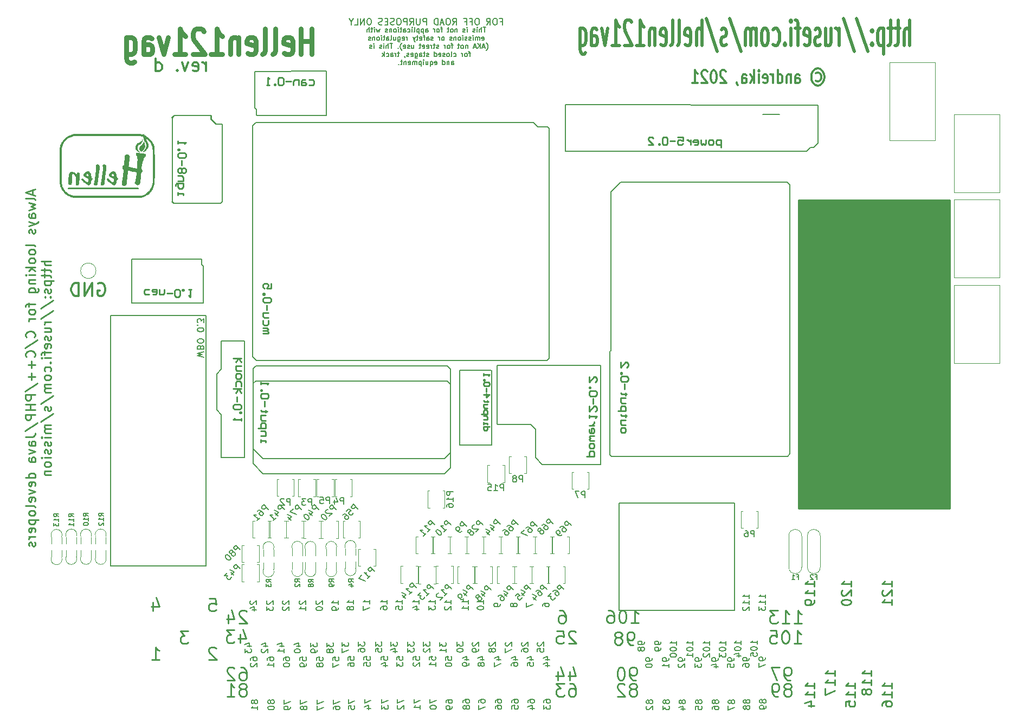
<source format=gbo>
G75*
G70*
%OFA0B0*%
%FSLAX25Y25*%
%IPPOS*%
%LPD*%
%AMOC8*
5,1,8,0,0,1.08239X$1,22.5*
%
%ADD10C,0.00787*%
%ADD101C,0.00500*%
%ADD102C,0.00472*%
%ADD104C,0.00390*%
%ADD105C,0.00000*%
%ADD86C,0.01000*%
%ADD87C,0.01969*%
%ADD88C,0.01181*%
%ADD94C,0.01200*%
%ADD95C,0.01500*%
%ADD96C,0.00984*%
%ADD97C,0.02953*%
%ADD99C,0.00591*%
X0000000Y0000000D02*
%LPD*%
G01*
D95*
X0490945Y0330709D02*
X0583071Y0330709D01*
X0583071Y0141732D01*
X0490945Y0141732D01*
X0490945Y0330709D01*
G36*
X0490945Y0330709D02*
G01*
X0583071Y0330709D01*
X0583071Y0141732D01*
X0490945Y0141732D01*
X0490945Y0330709D01*
G37*
D96*
X0500260Y0093484D02*
X0500260Y0096859D01*
X0500260Y0095172D02*
X0494354Y0095172D01*
X0494354Y0095172D02*
X0495198Y0095734D01*
X0495198Y0095734D02*
X0495760Y0096296D01*
X0495760Y0096296D02*
X0496041Y0096859D01*
X0500260Y0087860D02*
X0500260Y0091235D01*
X0500260Y0089547D02*
X0494354Y0089547D01*
X0494354Y0089547D02*
X0495198Y0090110D01*
X0495198Y0090110D02*
X0495760Y0090672D01*
X0495760Y0090672D02*
X0496041Y0091235D01*
X0500260Y0085048D02*
X0500260Y0083923D01*
X0500260Y0083923D02*
X0499978Y0083361D01*
X0499978Y0083361D02*
X0499697Y0083079D01*
X0499697Y0083079D02*
X0498853Y0082517D01*
X0498853Y0082517D02*
X0497729Y0082236D01*
X0497729Y0082236D02*
X0495479Y0082236D01*
X0495479Y0082236D02*
X0494916Y0082517D01*
X0494916Y0082517D02*
X0494635Y0082798D01*
X0494635Y0082798D02*
X0494354Y0083361D01*
X0494354Y0083361D02*
X0494354Y0084485D01*
X0494354Y0084485D02*
X0494635Y0085048D01*
X0494635Y0085048D02*
X0494916Y0085329D01*
X0494916Y0085329D02*
X0495479Y0085610D01*
X0495479Y0085610D02*
X0496885Y0085610D01*
X0496885Y0085610D02*
X0497447Y0085329D01*
X0497447Y0085329D02*
X0497729Y0085048D01*
X0497729Y0085048D02*
X0498010Y0084485D01*
X0498010Y0084485D02*
X0498010Y0083361D01*
X0498010Y0083361D02*
X0497729Y0082798D01*
X0497729Y0082798D02*
X0497447Y0082517D01*
X0497447Y0082517D02*
X0496885Y0082236D01*
X0547760Y0093484D02*
X0547760Y0096859D01*
X0547760Y0095172D02*
X0541854Y0095172D01*
X0541854Y0095172D02*
X0542698Y0095734D01*
X0542698Y0095734D02*
X0543260Y0096296D01*
X0543260Y0096296D02*
X0543541Y0096859D01*
X0542416Y0091235D02*
X0542135Y0090953D01*
X0542135Y0090953D02*
X0541854Y0090391D01*
X0541854Y0090391D02*
X0541854Y0088985D01*
X0541854Y0088985D02*
X0542135Y0088422D01*
X0542135Y0088422D02*
X0542416Y0088141D01*
X0542416Y0088141D02*
X0542979Y0087860D01*
X0542979Y0087860D02*
X0543541Y0087860D01*
X0543541Y0087860D02*
X0544385Y0088141D01*
X0544385Y0088141D02*
X0547760Y0091516D01*
X0547760Y0091516D02*
X0547760Y0087860D01*
X0547760Y0082236D02*
X0547760Y0085610D01*
X0547760Y0083923D02*
X0541854Y0083923D01*
X0541854Y0083923D02*
X0542698Y0084485D01*
X0542698Y0084485D02*
X0543260Y0085048D01*
X0543260Y0085048D02*
X0543541Y0085610D01*
X0547760Y0030984D02*
X0547760Y0034359D01*
X0547760Y0032672D02*
X0541854Y0032672D01*
X0541854Y0032672D02*
X0542698Y0033234D01*
X0542698Y0033234D02*
X0543260Y0033796D01*
X0543260Y0033796D02*
X0543541Y0034359D01*
X0547760Y0025360D02*
X0547760Y0028735D01*
X0547760Y0027047D02*
X0541854Y0027047D01*
X0541854Y0027047D02*
X0542698Y0027610D01*
X0542698Y0027610D02*
X0543260Y0028172D01*
X0543260Y0028172D02*
X0543541Y0028735D01*
X0541854Y0020298D02*
X0541854Y0021423D01*
X0541854Y0021423D02*
X0542135Y0021985D01*
X0542135Y0021985D02*
X0542416Y0022267D01*
X0542416Y0022267D02*
X0543260Y0022829D01*
X0543260Y0022829D02*
X0544385Y0023110D01*
X0544385Y0023110D02*
X0546635Y0023110D01*
X0546635Y0023110D02*
X0547197Y0022829D01*
X0547197Y0022829D02*
X0547478Y0022548D01*
X0547478Y0022548D02*
X0547760Y0021985D01*
X0547760Y0021985D02*
X0547760Y0020861D01*
X0547760Y0020861D02*
X0547478Y0020298D01*
X0547478Y0020298D02*
X0547197Y0020017D01*
X0547197Y0020017D02*
X0546635Y0019736D01*
X0546635Y0019736D02*
X0545229Y0019736D01*
X0545229Y0019736D02*
X0544666Y0020017D01*
X0544666Y0020017D02*
X0544385Y0020298D01*
X0544385Y0020298D02*
X0544104Y0020861D01*
X0544104Y0020861D02*
X0544104Y0021985D01*
X0544104Y0021985D02*
X0544385Y0022548D01*
X0544385Y0022548D02*
X0544666Y0022829D01*
X0544666Y0022829D02*
X0545229Y0023110D01*
X0525260Y0030984D02*
X0525260Y0034359D01*
X0525260Y0032672D02*
X0519354Y0032672D01*
X0519354Y0032672D02*
X0520198Y0033234D01*
X0520198Y0033234D02*
X0520760Y0033796D01*
X0520760Y0033796D02*
X0521041Y0034359D01*
X0525260Y0025360D02*
X0525260Y0028735D01*
X0525260Y0027047D02*
X0519354Y0027047D01*
X0519354Y0027047D02*
X0520198Y0027610D01*
X0520198Y0027610D02*
X0520760Y0028172D01*
X0520760Y0028172D02*
X0521041Y0028735D01*
X0519354Y0020017D02*
X0519354Y0022829D01*
X0519354Y0022829D02*
X0522166Y0023110D01*
X0522166Y0023110D02*
X0521885Y0022829D01*
X0521885Y0022829D02*
X0521604Y0022267D01*
X0521604Y0022267D02*
X0521604Y0020861D01*
X0521604Y0020861D02*
X0521885Y0020298D01*
X0521885Y0020298D02*
X0522166Y0020017D01*
X0522166Y0020017D02*
X0522729Y0019736D01*
X0522729Y0019736D02*
X0524135Y0019736D01*
X0524135Y0019736D02*
X0524697Y0020017D01*
X0524697Y0020017D02*
X0524978Y0020298D01*
X0524978Y0020298D02*
X0525260Y0020861D01*
X0525260Y0020861D02*
X0525260Y0022267D01*
X0525260Y0022267D02*
X0524978Y0022829D01*
X0524978Y0022829D02*
X0524697Y0023110D01*
X0535260Y0038484D02*
X0535260Y0041859D01*
X0535260Y0040172D02*
X0529354Y0040172D01*
X0529354Y0040172D02*
X0530198Y0040734D01*
X0530198Y0040734D02*
X0530760Y0041296D01*
X0530760Y0041296D02*
X0531041Y0041859D01*
X0535260Y0032860D02*
X0535260Y0036235D01*
X0535260Y0034547D02*
X0529354Y0034547D01*
X0529354Y0034547D02*
X0530198Y0035110D01*
X0530198Y0035110D02*
X0530760Y0035672D01*
X0530760Y0035672D02*
X0531041Y0036235D01*
X0531885Y0029485D02*
X0531604Y0030048D01*
X0531604Y0030048D02*
X0531323Y0030329D01*
X0531323Y0030329D02*
X0530760Y0030610D01*
X0530760Y0030610D02*
X0530479Y0030610D01*
X0530479Y0030610D02*
X0529916Y0030329D01*
X0529916Y0030329D02*
X0529635Y0030048D01*
X0529635Y0030048D02*
X0529354Y0029485D01*
X0529354Y0029485D02*
X0529354Y0028361D01*
X0529354Y0028361D02*
X0529635Y0027798D01*
X0529635Y0027798D02*
X0529916Y0027517D01*
X0529916Y0027517D02*
X0530479Y0027236D01*
X0530479Y0027236D02*
X0530760Y0027236D01*
X0530760Y0027236D02*
X0531323Y0027517D01*
X0531323Y0027517D02*
X0531604Y0027798D01*
X0531604Y0027798D02*
X0531885Y0028361D01*
X0531885Y0028361D02*
X0531885Y0029485D01*
X0531885Y0029485D02*
X0532166Y0030048D01*
X0532166Y0030048D02*
X0532447Y0030329D01*
X0532447Y0030329D02*
X0533010Y0030610D01*
X0533010Y0030610D02*
X0534135Y0030610D01*
X0534135Y0030610D02*
X0534697Y0030329D01*
X0534697Y0030329D02*
X0534978Y0030048D01*
X0534978Y0030048D02*
X0535260Y0029485D01*
X0535260Y0029485D02*
X0535260Y0028361D01*
X0535260Y0028361D02*
X0534978Y0027798D01*
X0534978Y0027798D02*
X0534697Y0027517D01*
X0534697Y0027517D02*
X0534135Y0027236D01*
X0534135Y0027236D02*
X0533010Y0027236D01*
X0533010Y0027236D02*
X0532447Y0027517D01*
X0532447Y0027517D02*
X0532166Y0027798D01*
X0532166Y0027798D02*
X0531885Y0028361D01*
X0522760Y0093484D02*
X0522760Y0096859D01*
X0522760Y0095172D02*
X0516854Y0095172D01*
X0516854Y0095172D02*
X0517698Y0095734D01*
X0517698Y0095734D02*
X0518260Y0096296D01*
X0518260Y0096296D02*
X0518541Y0096859D01*
X0517416Y0091235D02*
X0517135Y0090953D01*
X0517135Y0090953D02*
X0516854Y0090391D01*
X0516854Y0090391D02*
X0516854Y0088985D01*
X0516854Y0088985D02*
X0517135Y0088422D01*
X0517135Y0088422D02*
X0517416Y0088141D01*
X0517416Y0088141D02*
X0517979Y0087860D01*
X0517979Y0087860D02*
X0518541Y0087860D01*
X0518541Y0087860D02*
X0519385Y0088141D01*
X0519385Y0088141D02*
X0522760Y0091516D01*
X0522760Y0091516D02*
X0522760Y0087860D01*
X0516854Y0084204D02*
X0516854Y0083642D01*
X0516854Y0083642D02*
X0517135Y0083079D01*
X0517135Y0083079D02*
X0517416Y0082798D01*
X0517416Y0082798D02*
X0517979Y0082517D01*
X0517979Y0082517D02*
X0519104Y0082236D01*
X0519104Y0082236D02*
X0520510Y0082236D01*
X0520510Y0082236D02*
X0521635Y0082517D01*
X0521635Y0082517D02*
X0522197Y0082798D01*
X0522197Y0082798D02*
X0522478Y0083079D01*
X0522478Y0083079D02*
X0522760Y0083642D01*
X0522760Y0083642D02*
X0522760Y0084204D01*
X0522760Y0084204D02*
X0522478Y0084767D01*
X0522478Y0084767D02*
X0522197Y0085048D01*
X0522197Y0085048D02*
X0521635Y0085329D01*
X0521635Y0085329D02*
X0520510Y0085610D01*
X0520510Y0085610D02*
X0519104Y0085610D01*
X0519104Y0085610D02*
X0517979Y0085329D01*
X0517979Y0085329D02*
X0517416Y0085048D01*
X0517416Y0085048D02*
X0517135Y0084767D01*
X0517135Y0084767D02*
X0516854Y0084204D01*
X0512760Y0038484D02*
X0512760Y0041859D01*
X0512760Y0040172D02*
X0506854Y0040172D01*
X0506854Y0040172D02*
X0507698Y0040734D01*
X0507698Y0040734D02*
X0508260Y0041296D01*
X0508260Y0041296D02*
X0508541Y0041859D01*
X0512760Y0032860D02*
X0512760Y0036235D01*
X0512760Y0034547D02*
X0506854Y0034547D01*
X0506854Y0034547D02*
X0507698Y0035110D01*
X0507698Y0035110D02*
X0508260Y0035672D01*
X0508260Y0035672D02*
X0508541Y0036235D01*
X0506854Y0030891D02*
X0506854Y0026954D01*
X0506854Y0026954D02*
X0512760Y0029485D01*
X0500260Y0030984D02*
X0500260Y0034359D01*
X0500260Y0032672D02*
X0494354Y0032672D01*
X0494354Y0032672D02*
X0495198Y0033234D01*
X0495198Y0033234D02*
X0495760Y0033796D01*
X0495760Y0033796D02*
X0496041Y0034359D01*
X0500260Y0025360D02*
X0500260Y0028735D01*
X0500260Y0027047D02*
X0494354Y0027047D01*
X0494354Y0027047D02*
X0495198Y0027610D01*
X0495198Y0027610D02*
X0495760Y0028172D01*
X0495760Y0028172D02*
X0496041Y0028735D01*
X0496323Y0020298D02*
X0500260Y0020298D01*
X0494073Y0021704D02*
X0498291Y0023110D01*
X0498291Y0023110D02*
X0498291Y0019454D01*
X0484578Y0030455D02*
X0485328Y0030830D01*
X0485328Y0030830D02*
X0485703Y0031205D01*
X0485703Y0031205D02*
X0486078Y0031955D01*
X0486078Y0031955D02*
X0486078Y0032330D01*
X0486078Y0032330D02*
X0485703Y0033080D01*
X0485703Y0033080D02*
X0485328Y0033455D01*
X0485328Y0033455D02*
X0484578Y0033830D01*
X0484578Y0033830D02*
X0483078Y0033830D01*
X0483078Y0033830D02*
X0482328Y0033455D01*
X0482328Y0033455D02*
X0481954Y0033080D01*
X0481954Y0033080D02*
X0481579Y0032330D01*
X0481579Y0032330D02*
X0481579Y0031955D01*
X0481579Y0031955D02*
X0481954Y0031205D01*
X0481954Y0031205D02*
X0482328Y0030830D01*
X0482328Y0030830D02*
X0483078Y0030455D01*
X0483078Y0030455D02*
X0484578Y0030455D01*
X0484578Y0030455D02*
X0485328Y0030080D01*
X0485328Y0030080D02*
X0485703Y0029705D01*
X0485703Y0029705D02*
X0486078Y0028955D01*
X0486078Y0028955D02*
X0486078Y0027456D01*
X0486078Y0027456D02*
X0485703Y0026706D01*
X0485703Y0026706D02*
X0485328Y0026331D01*
X0485328Y0026331D02*
X0484578Y0025956D01*
X0484578Y0025956D02*
X0483078Y0025956D01*
X0483078Y0025956D02*
X0482328Y0026331D01*
X0482328Y0026331D02*
X0481954Y0026706D01*
X0481954Y0026706D02*
X0481579Y0027456D01*
X0481579Y0027456D02*
X0481579Y0028955D01*
X0481579Y0028955D02*
X0481954Y0029705D01*
X0481954Y0029705D02*
X0482328Y0030080D01*
X0482328Y0030080D02*
X0483078Y0030455D01*
X0477829Y0025956D02*
X0476329Y0025956D01*
X0476329Y0025956D02*
X0475579Y0026331D01*
X0475579Y0026331D02*
X0475204Y0026706D01*
X0475204Y0026706D02*
X0474454Y0027831D01*
X0474454Y0027831D02*
X0474079Y0029330D01*
X0474079Y0029330D02*
X0474079Y0032330D01*
X0474079Y0032330D02*
X0474454Y0033080D01*
X0474454Y0033080D02*
X0474829Y0033455D01*
X0474829Y0033455D02*
X0475579Y0033830D01*
X0475579Y0033830D02*
X0477079Y0033830D01*
X0477079Y0033830D02*
X0477829Y0033455D01*
X0477829Y0033455D02*
X0478204Y0033080D01*
X0478204Y0033080D02*
X0478579Y0032330D01*
X0478579Y0032330D02*
X0478579Y0030455D01*
X0478579Y0030455D02*
X0478204Y0029705D01*
X0478204Y0029705D02*
X0477829Y0029330D01*
X0477829Y0029330D02*
X0477079Y0028955D01*
X0477079Y0028955D02*
X0475579Y0028955D01*
X0475579Y0028955D02*
X0474829Y0029330D01*
X0474829Y0029330D02*
X0474454Y0029705D01*
X0474454Y0029705D02*
X0474079Y0030455D01*
X0485328Y0035956D02*
X0483828Y0035956D01*
X0483828Y0035956D02*
X0483078Y0036331D01*
X0483078Y0036331D02*
X0482703Y0036706D01*
X0482703Y0036706D02*
X0481954Y0037831D01*
X0481954Y0037831D02*
X0481579Y0039330D01*
X0481579Y0039330D02*
X0481579Y0042330D01*
X0481579Y0042330D02*
X0481954Y0043080D01*
X0481954Y0043080D02*
X0482328Y0043455D01*
X0482328Y0043455D02*
X0483078Y0043830D01*
X0483078Y0043830D02*
X0484578Y0043830D01*
X0484578Y0043830D02*
X0485328Y0043455D01*
X0485328Y0043455D02*
X0485703Y0043080D01*
X0485703Y0043080D02*
X0486078Y0042330D01*
X0486078Y0042330D02*
X0486078Y0040455D01*
X0486078Y0040455D02*
X0485703Y0039705D01*
X0485703Y0039705D02*
X0485328Y0039330D01*
X0485328Y0039330D02*
X0484578Y0038955D01*
X0484578Y0038955D02*
X0483078Y0038955D01*
X0483078Y0038955D02*
X0482328Y0039330D01*
X0482328Y0039330D02*
X0481954Y0039705D01*
X0481954Y0039705D02*
X0481579Y0040455D01*
X0478954Y0043830D02*
X0473705Y0043830D01*
X0473705Y0043830D02*
X0477079Y0035956D01*
X0487730Y0058515D02*
X0492229Y0058515D01*
X0489979Y0058515D02*
X0489979Y0066389D01*
X0489979Y0066389D02*
X0490729Y0065264D01*
X0490729Y0065264D02*
X0491479Y0064514D01*
X0491479Y0064514D02*
X0492229Y0064139D01*
X0482855Y0066389D02*
X0482105Y0066389D01*
X0482105Y0066389D02*
X0481355Y0066014D01*
X0481355Y0066014D02*
X0480981Y0065639D01*
X0480981Y0065639D02*
X0480606Y0064889D01*
X0480606Y0064889D02*
X0480231Y0063389D01*
X0480231Y0063389D02*
X0480231Y0061514D01*
X0480231Y0061514D02*
X0480606Y0060015D01*
X0480606Y0060015D02*
X0480981Y0059265D01*
X0480981Y0059265D02*
X0481355Y0058890D01*
X0481355Y0058890D02*
X0482105Y0058515D01*
X0482105Y0058515D02*
X0482855Y0058515D01*
X0482855Y0058515D02*
X0483605Y0058890D01*
X0483605Y0058890D02*
X0483980Y0059265D01*
X0483980Y0059265D02*
X0484355Y0060015D01*
X0484355Y0060015D02*
X0484730Y0061514D01*
X0484730Y0061514D02*
X0484730Y0063389D01*
X0484730Y0063389D02*
X0484355Y0064889D01*
X0484355Y0064889D02*
X0483980Y0065639D01*
X0483980Y0065639D02*
X0483605Y0066014D01*
X0483605Y0066014D02*
X0482855Y0066389D01*
X0473106Y0066389D02*
X0476856Y0066389D01*
X0476856Y0066389D02*
X0477231Y0062639D01*
X0477231Y0062639D02*
X0476856Y0063014D01*
X0476856Y0063014D02*
X0476106Y0063389D01*
X0476106Y0063389D02*
X0474231Y0063389D01*
X0474231Y0063389D02*
X0473481Y0063014D01*
X0473481Y0063014D02*
X0473106Y0062639D01*
X0473106Y0062639D02*
X0472732Y0061889D01*
X0472732Y0061889D02*
X0472732Y0060015D01*
X0472732Y0060015D02*
X0473106Y0059265D01*
X0473106Y0059265D02*
X0473481Y0058890D01*
X0473481Y0058890D02*
X0474231Y0058515D01*
X0474231Y0058515D02*
X0476106Y0058515D01*
X0476106Y0058515D02*
X0476856Y0058890D01*
X0476856Y0058890D02*
X0477231Y0059265D01*
X0487828Y0070956D02*
X0492328Y0070956D01*
X0490078Y0070956D02*
X0490078Y0078830D01*
X0490078Y0078830D02*
X0490828Y0077705D01*
X0490828Y0077705D02*
X0491578Y0076955D01*
X0491578Y0076955D02*
X0492328Y0076580D01*
X0480329Y0070956D02*
X0484828Y0070956D01*
X0482579Y0070956D02*
X0482579Y0078830D01*
X0482579Y0078830D02*
X0483329Y0077705D01*
X0483329Y0077705D02*
X0484079Y0076955D01*
X0484079Y0076955D02*
X0484828Y0076580D01*
X0477704Y0078830D02*
X0472830Y0078830D01*
X0472830Y0078830D02*
X0475455Y0075830D01*
X0475455Y0075830D02*
X0474330Y0075830D01*
X0474330Y0075830D02*
X0473580Y0075455D01*
X0473580Y0075455D02*
X0473205Y0075080D01*
X0473205Y0075080D02*
X0472830Y0074330D01*
X0472830Y0074330D02*
X0472830Y0072456D01*
X0472830Y0072456D02*
X0473205Y0071706D01*
X0473205Y0071706D02*
X0473580Y0071331D01*
X0473580Y0071331D02*
X0474330Y0070956D01*
X0474330Y0070956D02*
X0476579Y0070956D01*
X0476579Y0070956D02*
X0477329Y0071331D01*
X0477329Y0071331D02*
X0477704Y0071706D01*
X0389578Y0030455D02*
X0390328Y0030830D01*
X0390328Y0030830D02*
X0390703Y0031205D01*
X0390703Y0031205D02*
X0391078Y0031955D01*
X0391078Y0031955D02*
X0391078Y0032330D01*
X0391078Y0032330D02*
X0390703Y0033080D01*
X0390703Y0033080D02*
X0390328Y0033455D01*
X0390328Y0033455D02*
X0389578Y0033830D01*
X0389578Y0033830D02*
X0388078Y0033830D01*
X0388078Y0033830D02*
X0387328Y0033455D01*
X0387328Y0033455D02*
X0386954Y0033080D01*
X0386954Y0033080D02*
X0386579Y0032330D01*
X0386579Y0032330D02*
X0386579Y0031955D01*
X0386579Y0031955D02*
X0386954Y0031205D01*
X0386954Y0031205D02*
X0387328Y0030830D01*
X0387328Y0030830D02*
X0388078Y0030455D01*
X0388078Y0030455D02*
X0389578Y0030455D01*
X0389578Y0030455D02*
X0390328Y0030080D01*
X0390328Y0030080D02*
X0390703Y0029705D01*
X0390703Y0029705D02*
X0391078Y0028955D01*
X0391078Y0028955D02*
X0391078Y0027456D01*
X0391078Y0027456D02*
X0390703Y0026706D01*
X0390703Y0026706D02*
X0390328Y0026331D01*
X0390328Y0026331D02*
X0389578Y0025956D01*
X0389578Y0025956D02*
X0388078Y0025956D01*
X0388078Y0025956D02*
X0387328Y0026331D01*
X0387328Y0026331D02*
X0386954Y0026706D01*
X0386954Y0026706D02*
X0386579Y0027456D01*
X0386579Y0027456D02*
X0386579Y0028955D01*
X0386579Y0028955D02*
X0386954Y0029705D01*
X0386954Y0029705D02*
X0387328Y0030080D01*
X0387328Y0030080D02*
X0388078Y0030455D01*
X0383579Y0033080D02*
X0383204Y0033455D01*
X0383204Y0033455D02*
X0382454Y0033830D01*
X0382454Y0033830D02*
X0380579Y0033830D01*
X0380579Y0033830D02*
X0379829Y0033455D01*
X0379829Y0033455D02*
X0379454Y0033080D01*
X0379454Y0033080D02*
X0379079Y0032330D01*
X0379079Y0032330D02*
X0379079Y0031580D01*
X0379079Y0031580D02*
X0379454Y0030455D01*
X0379454Y0030455D02*
X0383954Y0025956D01*
X0383954Y0025956D02*
X0379079Y0025956D01*
X0390328Y0035956D02*
X0388828Y0035956D01*
X0388828Y0035956D02*
X0388078Y0036331D01*
X0388078Y0036331D02*
X0387703Y0036706D01*
X0387703Y0036706D02*
X0386954Y0037831D01*
X0386954Y0037831D02*
X0386579Y0039330D01*
X0386579Y0039330D02*
X0386579Y0042330D01*
X0386579Y0042330D02*
X0386954Y0043080D01*
X0386954Y0043080D02*
X0387328Y0043455D01*
X0387328Y0043455D02*
X0388078Y0043830D01*
X0388078Y0043830D02*
X0389578Y0043830D01*
X0389578Y0043830D02*
X0390328Y0043455D01*
X0390328Y0043455D02*
X0390703Y0043080D01*
X0390703Y0043080D02*
X0391078Y0042330D01*
X0391078Y0042330D02*
X0391078Y0040455D01*
X0391078Y0040455D02*
X0390703Y0039705D01*
X0390703Y0039705D02*
X0390328Y0039330D01*
X0390328Y0039330D02*
X0389578Y0038955D01*
X0389578Y0038955D02*
X0388078Y0038955D01*
X0388078Y0038955D02*
X0387328Y0039330D01*
X0387328Y0039330D02*
X0386954Y0039705D01*
X0386954Y0039705D02*
X0386579Y0040455D01*
X0381704Y0043830D02*
X0380954Y0043830D01*
X0380954Y0043830D02*
X0380204Y0043455D01*
X0380204Y0043455D02*
X0379829Y0043080D01*
X0379829Y0043080D02*
X0379454Y0042330D01*
X0379454Y0042330D02*
X0379079Y0040830D01*
X0379079Y0040830D02*
X0379079Y0038955D01*
X0379079Y0038955D02*
X0379454Y0037456D01*
X0379454Y0037456D02*
X0379829Y0036706D01*
X0379829Y0036706D02*
X0380204Y0036331D01*
X0380204Y0036331D02*
X0380954Y0035956D01*
X0380954Y0035956D02*
X0381704Y0035956D01*
X0381704Y0035956D02*
X0382454Y0036331D01*
X0382454Y0036331D02*
X0382829Y0036706D01*
X0382829Y0036706D02*
X0383204Y0037456D01*
X0383204Y0037456D02*
X0383579Y0038955D01*
X0383579Y0038955D02*
X0383579Y0040830D01*
X0383579Y0040830D02*
X0383204Y0042330D01*
X0383204Y0042330D02*
X0382829Y0043080D01*
X0382829Y0043080D02*
X0382454Y0043455D01*
X0382454Y0043455D02*
X0381704Y0043830D01*
X0388753Y0057668D02*
X0387253Y0057668D01*
X0387253Y0057668D02*
X0386504Y0058043D01*
X0386504Y0058043D02*
X0386129Y0058418D01*
X0386129Y0058418D02*
X0385379Y0059543D01*
X0385379Y0059543D02*
X0385004Y0061043D01*
X0385004Y0061043D02*
X0385004Y0064043D01*
X0385004Y0064043D02*
X0385379Y0064792D01*
X0385379Y0064792D02*
X0385754Y0065167D01*
X0385754Y0065167D02*
X0386504Y0065542D01*
X0386504Y0065542D02*
X0388003Y0065542D01*
X0388003Y0065542D02*
X0388753Y0065167D01*
X0388753Y0065167D02*
X0389128Y0064792D01*
X0389128Y0064792D02*
X0389503Y0064043D01*
X0389503Y0064043D02*
X0389503Y0062168D01*
X0389503Y0062168D02*
X0389128Y0061418D01*
X0389128Y0061418D02*
X0388753Y0061043D01*
X0388753Y0061043D02*
X0388003Y0060668D01*
X0388003Y0060668D02*
X0386504Y0060668D01*
X0386504Y0060668D02*
X0385754Y0061043D01*
X0385754Y0061043D02*
X0385379Y0061418D01*
X0385379Y0061418D02*
X0385004Y0062168D01*
X0380504Y0062168D02*
X0381254Y0062543D01*
X0381254Y0062543D02*
X0381629Y0062918D01*
X0381629Y0062918D02*
X0382004Y0063668D01*
X0382004Y0063668D02*
X0382004Y0064043D01*
X0382004Y0064043D02*
X0381629Y0064792D01*
X0381629Y0064792D02*
X0381254Y0065167D01*
X0381254Y0065167D02*
X0380504Y0065542D01*
X0380504Y0065542D02*
X0379004Y0065542D01*
X0379004Y0065542D02*
X0378255Y0065167D01*
X0378255Y0065167D02*
X0377880Y0064792D01*
X0377880Y0064792D02*
X0377505Y0064043D01*
X0377505Y0064043D02*
X0377505Y0063668D01*
X0377505Y0063668D02*
X0377880Y0062918D01*
X0377880Y0062918D02*
X0378255Y0062543D01*
X0378255Y0062543D02*
X0379004Y0062168D01*
X0379004Y0062168D02*
X0380504Y0062168D01*
X0380504Y0062168D02*
X0381254Y0061793D01*
X0381254Y0061793D02*
X0381629Y0061418D01*
X0381629Y0061418D02*
X0382004Y0060668D01*
X0382004Y0060668D02*
X0382004Y0059168D01*
X0382004Y0059168D02*
X0381629Y0058418D01*
X0381629Y0058418D02*
X0381254Y0058043D01*
X0381254Y0058043D02*
X0380504Y0057668D01*
X0380504Y0057668D02*
X0379004Y0057668D01*
X0379004Y0057668D02*
X0378255Y0058043D01*
X0378255Y0058043D02*
X0377880Y0058418D01*
X0377880Y0058418D02*
X0377505Y0059168D01*
X0377505Y0059168D02*
X0377505Y0060668D01*
X0377505Y0060668D02*
X0377880Y0061418D01*
X0377880Y0061418D02*
X0378255Y0061793D01*
X0378255Y0061793D02*
X0379004Y0062168D01*
X0387628Y0071156D02*
X0392128Y0071156D01*
X0389878Y0071156D02*
X0389878Y0079030D01*
X0389878Y0079030D02*
X0390628Y0077905D01*
X0390628Y0077905D02*
X0391378Y0077155D01*
X0391378Y0077155D02*
X0392128Y0076780D01*
X0382754Y0079030D02*
X0382004Y0079030D01*
X0382004Y0079030D02*
X0381254Y0078655D01*
X0381254Y0078655D02*
X0380879Y0078280D01*
X0380879Y0078280D02*
X0380504Y0077530D01*
X0380504Y0077530D02*
X0380129Y0076030D01*
X0380129Y0076030D02*
X0380129Y0074155D01*
X0380129Y0074155D02*
X0380504Y0072656D01*
X0380504Y0072656D02*
X0380879Y0071906D01*
X0380879Y0071906D02*
X0381254Y0071531D01*
X0381254Y0071531D02*
X0382004Y0071156D01*
X0382004Y0071156D02*
X0382754Y0071156D01*
X0382754Y0071156D02*
X0383504Y0071531D01*
X0383504Y0071531D02*
X0383879Y0071906D01*
X0383879Y0071906D02*
X0384254Y0072656D01*
X0384254Y0072656D02*
X0384628Y0074155D01*
X0384628Y0074155D02*
X0384628Y0076030D01*
X0384628Y0076030D02*
X0384254Y0077530D01*
X0384254Y0077530D02*
X0383879Y0078280D01*
X0383879Y0078280D02*
X0383504Y0078655D01*
X0383504Y0078655D02*
X0382754Y0079030D01*
X0373380Y0079030D02*
X0374880Y0079030D01*
X0374880Y0079030D02*
X0375630Y0078655D01*
X0375630Y0078655D02*
X0376005Y0078280D01*
X0376005Y0078280D02*
X0376754Y0077155D01*
X0376754Y0077155D02*
X0377129Y0075655D01*
X0377129Y0075655D02*
X0377129Y0072656D01*
X0377129Y0072656D02*
X0376754Y0071906D01*
X0376754Y0071906D02*
X0376379Y0071531D01*
X0376379Y0071531D02*
X0375630Y0071156D01*
X0375630Y0071156D02*
X0374130Y0071156D01*
X0374130Y0071156D02*
X0373380Y0071531D01*
X0373380Y0071531D02*
X0373005Y0071906D01*
X0373005Y0071906D02*
X0372630Y0072656D01*
X0372630Y0072656D02*
X0372630Y0074530D01*
X0372630Y0074530D02*
X0373005Y0075280D01*
X0373005Y0075280D02*
X0373380Y0075655D01*
X0373380Y0075655D02*
X0374130Y0076030D01*
X0374130Y0076030D02*
X0375630Y0076030D01*
X0375630Y0076030D02*
X0376379Y0075655D01*
X0376379Y0075655D02*
X0376754Y0075280D01*
X0376754Y0075280D02*
X0377129Y0074530D01*
X0349828Y0033830D02*
X0351328Y0033830D01*
X0351328Y0033830D02*
X0352078Y0033455D01*
X0352078Y0033455D02*
X0352453Y0033080D01*
X0352453Y0033080D02*
X0353203Y0031955D01*
X0353203Y0031955D02*
X0353578Y0030455D01*
X0353578Y0030455D02*
X0353578Y0027456D01*
X0353578Y0027456D02*
X0353203Y0026706D01*
X0353203Y0026706D02*
X0352828Y0026331D01*
X0352828Y0026331D02*
X0352078Y0025956D01*
X0352078Y0025956D02*
X0350578Y0025956D01*
X0350578Y0025956D02*
X0349828Y0026331D01*
X0349828Y0026331D02*
X0349454Y0026706D01*
X0349454Y0026706D02*
X0349079Y0027456D01*
X0349079Y0027456D02*
X0349079Y0029330D01*
X0349079Y0029330D02*
X0349454Y0030080D01*
X0349454Y0030080D02*
X0349828Y0030455D01*
X0349828Y0030455D02*
X0350578Y0030830D01*
X0350578Y0030830D02*
X0352078Y0030830D01*
X0352078Y0030830D02*
X0352828Y0030455D01*
X0352828Y0030455D02*
X0353203Y0030080D01*
X0353203Y0030080D02*
X0353578Y0029330D01*
X0346454Y0033830D02*
X0341579Y0033830D01*
X0341579Y0033830D02*
X0344204Y0030830D01*
X0344204Y0030830D02*
X0343079Y0030830D01*
X0343079Y0030830D02*
X0342329Y0030455D01*
X0342329Y0030455D02*
X0341954Y0030080D01*
X0341954Y0030080D02*
X0341579Y0029330D01*
X0341579Y0029330D02*
X0341579Y0027456D01*
X0341579Y0027456D02*
X0341954Y0026706D01*
X0341954Y0026706D02*
X0342329Y0026331D01*
X0342329Y0026331D02*
X0343079Y0025956D01*
X0343079Y0025956D02*
X0345329Y0025956D01*
X0345329Y0025956D02*
X0346079Y0026331D01*
X0346079Y0026331D02*
X0346454Y0026706D01*
X0349828Y0041205D02*
X0349828Y0035956D01*
X0351703Y0044205D02*
X0353578Y0038580D01*
X0353578Y0038580D02*
X0348704Y0038580D01*
X0342329Y0041205D02*
X0342329Y0035956D01*
X0344204Y0044205D02*
X0346079Y0038580D01*
X0346079Y0038580D02*
X0341205Y0038580D01*
X0353578Y0065580D02*
X0353203Y0065955D01*
X0353203Y0065955D02*
X0352453Y0066330D01*
X0352453Y0066330D02*
X0350578Y0066330D01*
X0350578Y0066330D02*
X0349828Y0065955D01*
X0349828Y0065955D02*
X0349454Y0065580D01*
X0349454Y0065580D02*
X0349079Y0064830D01*
X0349079Y0064830D02*
X0349079Y0064080D01*
X0349079Y0064080D02*
X0349454Y0062955D01*
X0349454Y0062955D02*
X0353953Y0058456D01*
X0353953Y0058456D02*
X0349079Y0058456D01*
X0341954Y0066330D02*
X0345704Y0066330D01*
X0345704Y0066330D02*
X0346079Y0062580D01*
X0346079Y0062580D02*
X0345704Y0062955D01*
X0345704Y0062955D02*
X0344954Y0063330D01*
X0344954Y0063330D02*
X0343079Y0063330D01*
X0343079Y0063330D02*
X0342329Y0062955D01*
X0342329Y0062955D02*
X0341954Y0062580D01*
X0341954Y0062580D02*
X0341579Y0061830D01*
X0341579Y0061830D02*
X0341579Y0059956D01*
X0341579Y0059956D02*
X0341954Y0059206D01*
X0341954Y0059206D02*
X0342329Y0058831D01*
X0342329Y0058831D02*
X0343079Y0058456D01*
X0343079Y0058456D02*
X0344954Y0058456D01*
X0344954Y0058456D02*
X0345704Y0058831D01*
X0345704Y0058831D02*
X0346079Y0059206D01*
X0343579Y0078830D02*
X0345079Y0078830D01*
X0345079Y0078830D02*
X0345829Y0078455D01*
X0345829Y0078455D02*
X0346204Y0078080D01*
X0346204Y0078080D02*
X0346954Y0076955D01*
X0346954Y0076955D02*
X0347328Y0075455D01*
X0347328Y0075455D02*
X0347328Y0072456D01*
X0347328Y0072456D02*
X0346954Y0071706D01*
X0346954Y0071706D02*
X0346579Y0071331D01*
X0346579Y0071331D02*
X0345829Y0070956D01*
X0345829Y0070956D02*
X0344329Y0070956D01*
X0344329Y0070956D02*
X0343579Y0071331D01*
X0343579Y0071331D02*
X0343204Y0071706D01*
X0343204Y0071706D02*
X0342829Y0072456D01*
X0342829Y0072456D02*
X0342829Y0074330D01*
X0342829Y0074330D02*
X0343204Y0075080D01*
X0343204Y0075080D02*
X0343579Y0075455D01*
X0343579Y0075455D02*
X0344329Y0075830D01*
X0344329Y0075830D02*
X0345829Y0075830D01*
X0345829Y0075830D02*
X0346579Y0075455D01*
X0346579Y0075455D02*
X0346954Y0075080D01*
X0346954Y0075080D02*
X0347328Y0074330D01*
X0128204Y0086330D02*
X0131954Y0086330D01*
X0131954Y0086330D02*
X0132328Y0082580D01*
X0132328Y0082580D02*
X0131954Y0082955D01*
X0131954Y0082955D02*
X0131204Y0083330D01*
X0131204Y0083330D02*
X0129329Y0083330D01*
X0129329Y0083330D02*
X0128579Y0082955D01*
X0128579Y0082955D02*
X0128204Y0082580D01*
X0128204Y0082580D02*
X0127829Y0081830D01*
X0127829Y0081830D02*
X0127829Y0079956D01*
X0127829Y0079956D02*
X0128204Y0079206D01*
X0128204Y0079206D02*
X0128579Y0078831D01*
X0128579Y0078831D02*
X0129329Y0078456D01*
X0129329Y0078456D02*
X0131204Y0078456D01*
X0131204Y0078456D02*
X0131954Y0078831D01*
X0131954Y0078831D02*
X0132328Y0079206D01*
X0093579Y0083705D02*
X0093579Y0078456D01*
X0095454Y0086705D02*
X0097328Y0081080D01*
X0097328Y0081080D02*
X0092454Y0081080D01*
X0115203Y0066330D02*
X0110329Y0066330D01*
X0110329Y0066330D02*
X0112954Y0063330D01*
X0112954Y0063330D02*
X0111829Y0063330D01*
X0111829Y0063330D02*
X0111079Y0062955D01*
X0111079Y0062955D02*
X0110704Y0062580D01*
X0110704Y0062580D02*
X0110329Y0061830D01*
X0110329Y0061830D02*
X0110329Y0059956D01*
X0110329Y0059956D02*
X0110704Y0059206D01*
X0110704Y0059206D02*
X0111079Y0058831D01*
X0111079Y0058831D02*
X0111829Y0058456D01*
X0111829Y0058456D02*
X0114079Y0058456D01*
X0114079Y0058456D02*
X0114828Y0058831D01*
X0114828Y0058831D02*
X0115203Y0059206D01*
X0132328Y0055580D02*
X0131954Y0055955D01*
X0131954Y0055955D02*
X0131204Y0056330D01*
X0131204Y0056330D02*
X0129329Y0056330D01*
X0129329Y0056330D02*
X0128579Y0055955D01*
X0128579Y0055955D02*
X0128204Y0055580D01*
X0128204Y0055580D02*
X0127829Y0054830D01*
X0127829Y0054830D02*
X0127829Y0054080D01*
X0127829Y0054080D02*
X0128204Y0052955D01*
X0128204Y0052955D02*
X0132703Y0048456D01*
X0132703Y0048456D02*
X0127829Y0048456D01*
X0092829Y0048456D02*
X0097328Y0048456D01*
X0095079Y0048456D02*
X0095079Y0056330D01*
X0095079Y0056330D02*
X0095829Y0055205D01*
X0095829Y0055205D02*
X0096579Y0054455D01*
X0096579Y0054455D02*
X0097328Y0054080D01*
X0149578Y0030455D02*
X0150328Y0030830D01*
X0150328Y0030830D02*
X0150703Y0031205D01*
X0150703Y0031205D02*
X0151078Y0031955D01*
X0151078Y0031955D02*
X0151078Y0032330D01*
X0151078Y0032330D02*
X0150703Y0033080D01*
X0150703Y0033080D02*
X0150328Y0033455D01*
X0150328Y0033455D02*
X0149578Y0033830D01*
X0149578Y0033830D02*
X0148078Y0033830D01*
X0148078Y0033830D02*
X0147328Y0033455D01*
X0147328Y0033455D02*
X0146954Y0033080D01*
X0146954Y0033080D02*
X0146579Y0032330D01*
X0146579Y0032330D02*
X0146579Y0031955D01*
X0146579Y0031955D02*
X0146954Y0031205D01*
X0146954Y0031205D02*
X0147328Y0030830D01*
X0147328Y0030830D02*
X0148078Y0030455D01*
X0148078Y0030455D02*
X0149578Y0030455D01*
X0149578Y0030455D02*
X0150328Y0030080D01*
X0150328Y0030080D02*
X0150703Y0029705D01*
X0150703Y0029705D02*
X0151078Y0028955D01*
X0151078Y0028955D02*
X0151078Y0027456D01*
X0151078Y0027456D02*
X0150703Y0026706D01*
X0150703Y0026706D02*
X0150328Y0026331D01*
X0150328Y0026331D02*
X0149578Y0025956D01*
X0149578Y0025956D02*
X0148078Y0025956D01*
X0148078Y0025956D02*
X0147328Y0026331D01*
X0147328Y0026331D02*
X0146954Y0026706D01*
X0146954Y0026706D02*
X0146579Y0027456D01*
X0146579Y0027456D02*
X0146579Y0028955D01*
X0146579Y0028955D02*
X0146954Y0029705D01*
X0146954Y0029705D02*
X0147328Y0030080D01*
X0147328Y0030080D02*
X0148078Y0030455D01*
X0139079Y0025956D02*
X0143579Y0025956D01*
X0141329Y0025956D02*
X0141329Y0033830D01*
X0141329Y0033830D02*
X0142079Y0032705D01*
X0142079Y0032705D02*
X0142829Y0031955D01*
X0142829Y0031955D02*
X0143579Y0031580D01*
X0147328Y0043830D02*
X0148828Y0043830D01*
X0148828Y0043830D02*
X0149578Y0043455D01*
X0149578Y0043455D02*
X0149953Y0043080D01*
X0149953Y0043080D02*
X0150703Y0041955D01*
X0150703Y0041955D02*
X0151078Y0040455D01*
X0151078Y0040455D02*
X0151078Y0037456D01*
X0151078Y0037456D02*
X0150703Y0036706D01*
X0150703Y0036706D02*
X0150328Y0036331D01*
X0150328Y0036331D02*
X0149578Y0035956D01*
X0149578Y0035956D02*
X0148078Y0035956D01*
X0148078Y0035956D02*
X0147328Y0036331D01*
X0147328Y0036331D02*
X0146954Y0036706D01*
X0146954Y0036706D02*
X0146579Y0037456D01*
X0146579Y0037456D02*
X0146579Y0039330D01*
X0146579Y0039330D02*
X0146954Y0040080D01*
X0146954Y0040080D02*
X0147328Y0040455D01*
X0147328Y0040455D02*
X0148078Y0040830D01*
X0148078Y0040830D02*
X0149578Y0040830D01*
X0149578Y0040830D02*
X0150328Y0040455D01*
X0150328Y0040455D02*
X0150703Y0040080D01*
X0150703Y0040080D02*
X0151078Y0039330D01*
X0143579Y0043080D02*
X0143204Y0043455D01*
X0143204Y0043455D02*
X0142454Y0043830D01*
X0142454Y0043830D02*
X0140579Y0043830D01*
X0140579Y0043830D02*
X0139829Y0043455D01*
X0139829Y0043455D02*
X0139454Y0043080D01*
X0139454Y0043080D02*
X0139079Y0042330D01*
X0139079Y0042330D02*
X0139079Y0041580D01*
X0139079Y0041580D02*
X0139454Y0040455D01*
X0139454Y0040455D02*
X0143954Y0035956D01*
X0143954Y0035956D02*
X0139079Y0035956D01*
X0146982Y0064174D02*
X0146982Y0058924D01*
X0148857Y0067173D02*
X0150732Y0061549D01*
X0150732Y0061549D02*
X0145857Y0061549D01*
X0143607Y0066798D02*
X0138733Y0066798D01*
X0138733Y0066798D02*
X0141358Y0063799D01*
X0141358Y0063799D02*
X0140233Y0063799D01*
X0140233Y0063799D02*
X0139483Y0063424D01*
X0139483Y0063424D02*
X0139108Y0063049D01*
X0139108Y0063049D02*
X0138733Y0062299D01*
X0138733Y0062299D02*
X0138733Y0060424D01*
X0138733Y0060424D02*
X0139108Y0059674D01*
X0139108Y0059674D02*
X0139483Y0059299D01*
X0139483Y0059299D02*
X0140233Y0058924D01*
X0140233Y0058924D02*
X0142483Y0058924D01*
X0142483Y0058924D02*
X0143232Y0059299D01*
X0143232Y0059299D02*
X0143607Y0059674D01*
X0151078Y0078080D02*
X0150703Y0078455D01*
X0150703Y0078455D02*
X0149953Y0078830D01*
X0149953Y0078830D02*
X0148078Y0078830D01*
X0148078Y0078830D02*
X0147328Y0078455D01*
X0147328Y0078455D02*
X0146954Y0078080D01*
X0146954Y0078080D02*
X0146579Y0077330D01*
X0146579Y0077330D02*
X0146579Y0076580D01*
X0146579Y0076580D02*
X0146954Y0075455D01*
X0146954Y0075455D02*
X0151453Y0070956D01*
X0151453Y0070956D02*
X0146579Y0070956D01*
X0139829Y0076205D02*
X0139829Y0070956D01*
X0141704Y0079205D02*
X0143579Y0073580D01*
X0143579Y0073580D02*
X0138705Y0073580D01*
D10*
X0209773Y0059250D02*
X0209773Y0056813D01*
X0209773Y0056813D02*
X0211272Y0058125D01*
X0211272Y0058125D02*
X0211272Y0057563D01*
X0211272Y0057563D02*
X0211460Y0057188D01*
X0211460Y0057188D02*
X0211647Y0057000D01*
X0211647Y0057000D02*
X0212022Y0056813D01*
X0212022Y0056813D02*
X0212960Y0056813D01*
X0212960Y0056813D02*
X0213335Y0057000D01*
X0213335Y0057000D02*
X0213522Y0057188D01*
X0213522Y0057188D02*
X0213710Y0057563D01*
X0213710Y0057563D02*
X0213710Y0058688D01*
X0213710Y0058688D02*
X0213522Y0059063D01*
X0213522Y0059063D02*
X0213335Y0059250D01*
X0209773Y0055501D02*
X0209773Y0052876D01*
X0209773Y0052876D02*
X0213710Y0054563D01*
X0207536Y0082557D02*
X0207536Y0084807D01*
X0207536Y0083682D02*
X0203599Y0083682D01*
X0203599Y0083682D02*
X0204162Y0084057D01*
X0204162Y0084057D02*
X0204537Y0084432D01*
X0204537Y0084432D02*
X0204724Y0084807D01*
X0207536Y0080682D02*
X0207536Y0079932D01*
X0207536Y0079932D02*
X0207349Y0079557D01*
X0207349Y0079557D02*
X0207161Y0079370D01*
X0207161Y0079370D02*
X0206599Y0078995D01*
X0206599Y0078995D02*
X0205849Y0078807D01*
X0205849Y0078807D02*
X0204349Y0078807D01*
X0204349Y0078807D02*
X0203974Y0078995D01*
X0203974Y0078995D02*
X0203787Y0079182D01*
X0203787Y0079182D02*
X0203599Y0079557D01*
X0203599Y0079557D02*
X0203599Y0080307D01*
X0203599Y0080307D02*
X0203787Y0080682D01*
X0203787Y0080682D02*
X0203974Y0080870D01*
X0203974Y0080870D02*
X0204349Y0081057D01*
X0204349Y0081057D02*
X0205287Y0081057D01*
X0205287Y0081057D02*
X0205662Y0080870D01*
X0205662Y0080870D02*
X0205849Y0080682D01*
X0205849Y0080682D02*
X0206036Y0080307D01*
X0206036Y0080307D02*
X0206036Y0079557D01*
X0206036Y0079557D02*
X0205849Y0079182D01*
X0205849Y0079182D02*
X0205662Y0078995D01*
X0205662Y0078995D02*
X0205287Y0078807D01*
X0455048Y0057900D02*
X0455048Y0060150D01*
X0455048Y0059025D02*
X0451111Y0059025D01*
X0451111Y0059025D02*
X0451674Y0059400D01*
X0451674Y0059400D02*
X0452048Y0059775D01*
X0452048Y0059775D02*
X0452236Y0060150D01*
X0451111Y0055463D02*
X0451111Y0055088D01*
X0451111Y0055088D02*
X0451299Y0054713D01*
X0451299Y0054713D02*
X0451486Y0054526D01*
X0451486Y0054526D02*
X0451861Y0054338D01*
X0451861Y0054338D02*
X0452611Y0054151D01*
X0452611Y0054151D02*
X0453548Y0054151D01*
X0453548Y0054151D02*
X0454298Y0054338D01*
X0454298Y0054338D02*
X0454673Y0054526D01*
X0454673Y0054526D02*
X0454861Y0054713D01*
X0454861Y0054713D02*
X0455048Y0055088D01*
X0455048Y0055088D02*
X0455048Y0055463D01*
X0455048Y0055463D02*
X0454861Y0055838D01*
X0454861Y0055838D02*
X0454673Y0056025D01*
X0454673Y0056025D02*
X0454298Y0056213D01*
X0454298Y0056213D02*
X0453548Y0056400D01*
X0453548Y0056400D02*
X0452611Y0056400D01*
X0452611Y0056400D02*
X0451861Y0056213D01*
X0451861Y0056213D02*
X0451486Y0056025D01*
X0451486Y0056025D02*
X0451299Y0055838D01*
X0451299Y0055838D02*
X0451111Y0055463D01*
X0452423Y0050776D02*
X0455048Y0050776D01*
X0450924Y0051714D02*
X0453736Y0052651D01*
X0453736Y0052651D02*
X0453736Y0050214D01*
X0171447Y0056948D02*
X0174072Y0056948D01*
X0169947Y0057885D02*
X0172759Y0058822D01*
X0172759Y0058822D02*
X0172759Y0056385D01*
X0174072Y0052823D02*
X0174072Y0055073D01*
X0174072Y0053948D02*
X0170135Y0053948D01*
X0170135Y0053948D02*
X0170697Y0054323D01*
X0170697Y0054323D02*
X0171072Y0054698D01*
X0171072Y0054698D02*
X0171260Y0055073D01*
D88*
X0126003Y0410494D02*
X0126003Y0415743D01*
X0126003Y0414243D02*
X0125628Y0414993D01*
X0125628Y0414993D02*
X0125253Y0415368D01*
X0125253Y0415368D02*
X0124503Y0415743D01*
X0124503Y0415743D02*
X0123753Y0415743D01*
X0118129Y0410869D02*
X0118879Y0410494D01*
X0118879Y0410494D02*
X0120379Y0410494D01*
X0120379Y0410494D02*
X0121129Y0410869D01*
X0121129Y0410869D02*
X0121504Y0411618D01*
X0121504Y0411618D02*
X0121504Y0414618D01*
X0121504Y0414618D02*
X0121129Y0415368D01*
X0121129Y0415368D02*
X0120379Y0415743D01*
X0120379Y0415743D02*
X0118879Y0415743D01*
X0118879Y0415743D02*
X0118129Y0415368D01*
X0118129Y0415368D02*
X0117754Y0414618D01*
X0117754Y0414618D02*
X0117754Y0413868D01*
X0117754Y0413868D02*
X0121504Y0413118D01*
X0115129Y0415743D02*
X0113255Y0410494D01*
X0113255Y0410494D02*
X0111380Y0415743D01*
X0108380Y0411243D02*
X0108005Y0410869D01*
X0108005Y0410869D02*
X0108380Y0410494D01*
X0108380Y0410494D02*
X0108755Y0410869D01*
X0108755Y0410869D02*
X0108380Y0411243D01*
X0108380Y0411243D02*
X0108380Y0410494D01*
X0095257Y0410494D02*
X0095257Y0418368D01*
X0095257Y0410869D02*
X0096007Y0410494D01*
X0096007Y0410494D02*
X0097507Y0410494D01*
X0097507Y0410494D02*
X0098256Y0410869D01*
X0098256Y0410869D02*
X0098631Y0411243D01*
X0098631Y0411243D02*
X0099006Y0411993D01*
X0099006Y0411993D02*
X0099006Y0414243D01*
X0099006Y0414243D02*
X0098631Y0414993D01*
X0098631Y0414993D02*
X0098256Y0415368D01*
X0098256Y0415368D02*
X0097507Y0415743D01*
X0097507Y0415743D02*
X0096007Y0415743D01*
X0096007Y0415743D02*
X0095257Y0415368D01*
D10*
X0458310Y0023273D02*
X0458123Y0023648D01*
X0458123Y0023648D02*
X0457935Y0023836D01*
X0457935Y0023836D02*
X0457560Y0024023D01*
X0457560Y0024023D02*
X0457373Y0024023D01*
X0457373Y0024023D02*
X0456998Y0023836D01*
X0456998Y0023836D02*
X0456810Y0023648D01*
X0456810Y0023648D02*
X0456623Y0023273D01*
X0456623Y0023273D02*
X0456623Y0022523D01*
X0456623Y0022523D02*
X0456810Y0022148D01*
X0456810Y0022148D02*
X0456998Y0021961D01*
X0456998Y0021961D02*
X0457373Y0021774D01*
X0457373Y0021774D02*
X0457560Y0021774D01*
X0457560Y0021774D02*
X0457935Y0021961D01*
X0457935Y0021961D02*
X0458123Y0022148D01*
X0458123Y0022148D02*
X0458310Y0022523D01*
X0458310Y0022523D02*
X0458310Y0023273D01*
X0458310Y0023273D02*
X0458498Y0023648D01*
X0458498Y0023648D02*
X0458685Y0023836D01*
X0458685Y0023836D02*
X0459060Y0024023D01*
X0459060Y0024023D02*
X0459810Y0024023D01*
X0459810Y0024023D02*
X0460185Y0023836D01*
X0460185Y0023836D02*
X0460372Y0023648D01*
X0460372Y0023648D02*
X0460560Y0023273D01*
X0460560Y0023273D02*
X0460560Y0022523D01*
X0460560Y0022523D02*
X0460372Y0022148D01*
X0460372Y0022148D02*
X0460185Y0021961D01*
X0460185Y0021961D02*
X0459810Y0021774D01*
X0459810Y0021774D02*
X0459060Y0021774D01*
X0459060Y0021774D02*
X0458685Y0021961D01*
X0458685Y0021961D02*
X0458498Y0022148D01*
X0458498Y0022148D02*
X0458310Y0022523D01*
X0458310Y0019524D02*
X0458123Y0019899D01*
X0458123Y0019899D02*
X0457935Y0020086D01*
X0457935Y0020086D02*
X0457560Y0020274D01*
X0457560Y0020274D02*
X0457373Y0020274D01*
X0457373Y0020274D02*
X0456998Y0020086D01*
X0456998Y0020086D02*
X0456810Y0019899D01*
X0456810Y0019899D02*
X0456623Y0019524D01*
X0456623Y0019524D02*
X0456623Y0018774D01*
X0456623Y0018774D02*
X0456810Y0018399D01*
X0456810Y0018399D02*
X0456998Y0018211D01*
X0456998Y0018211D02*
X0457373Y0018024D01*
X0457373Y0018024D02*
X0457560Y0018024D01*
X0457560Y0018024D02*
X0457935Y0018211D01*
X0457935Y0018211D02*
X0458123Y0018399D01*
X0458123Y0018399D02*
X0458310Y0018774D01*
X0458310Y0018774D02*
X0458310Y0019524D01*
X0458310Y0019524D02*
X0458498Y0019899D01*
X0458498Y0019899D02*
X0458685Y0020086D01*
X0458685Y0020086D02*
X0459060Y0020274D01*
X0459060Y0020274D02*
X0459810Y0020274D01*
X0459810Y0020274D02*
X0460185Y0020086D01*
X0460185Y0020086D02*
X0460372Y0019899D01*
X0460372Y0019899D02*
X0460560Y0019524D01*
X0460560Y0019524D02*
X0460560Y0018774D01*
X0460560Y0018774D02*
X0460372Y0018399D01*
X0460372Y0018399D02*
X0460185Y0018211D01*
X0460185Y0018211D02*
X0459810Y0018024D01*
X0459810Y0018024D02*
X0459060Y0018024D01*
X0459060Y0018024D02*
X0458685Y0018211D01*
X0458685Y0018211D02*
X0458498Y0018399D01*
X0458498Y0018399D02*
X0458310Y0018774D01*
X0173659Y0084807D02*
X0173472Y0084619D01*
X0173472Y0084619D02*
X0173284Y0084244D01*
X0173284Y0084244D02*
X0173284Y0083307D01*
X0173284Y0083307D02*
X0173472Y0082932D01*
X0173472Y0082932D02*
X0173659Y0082744D01*
X0173659Y0082744D02*
X0174034Y0082557D01*
X0174034Y0082557D02*
X0174409Y0082557D01*
X0174409Y0082557D02*
X0174972Y0082744D01*
X0174972Y0082744D02*
X0177221Y0084994D01*
X0177221Y0084994D02*
X0177221Y0082557D01*
X0173659Y0081057D02*
X0173472Y0080870D01*
X0173472Y0080870D02*
X0173284Y0080495D01*
X0173284Y0080495D02*
X0173284Y0079557D01*
X0173284Y0079557D02*
X0173472Y0079182D01*
X0173472Y0079182D02*
X0173659Y0078995D01*
X0173659Y0078995D02*
X0174034Y0078807D01*
X0174034Y0078807D02*
X0174409Y0078807D01*
X0174409Y0078807D02*
X0174972Y0078995D01*
X0174972Y0078995D02*
X0177221Y0081245D01*
X0177221Y0081245D02*
X0177221Y0078807D01*
X0233914Y0048493D02*
X0233914Y0050367D01*
X0233914Y0050367D02*
X0235789Y0050555D01*
X0235789Y0050555D02*
X0235602Y0050367D01*
X0235602Y0050367D02*
X0235414Y0049992D01*
X0235414Y0049992D02*
X0235414Y0049055D01*
X0235414Y0049055D02*
X0235602Y0048680D01*
X0235602Y0048680D02*
X0235789Y0048493D01*
X0235789Y0048493D02*
X0236164Y0048305D01*
X0236164Y0048305D02*
X0237101Y0048305D01*
X0237101Y0048305D02*
X0237476Y0048493D01*
X0237476Y0048493D02*
X0237664Y0048680D01*
X0237664Y0048680D02*
X0237851Y0049055D01*
X0237851Y0049055D02*
X0237851Y0049992D01*
X0237851Y0049992D02*
X0237664Y0050367D01*
X0237664Y0050367D02*
X0237476Y0050555D01*
X0235227Y0044930D02*
X0237851Y0044930D01*
X0233727Y0045868D02*
X0236539Y0046805D01*
X0236539Y0046805D02*
X0236539Y0044368D01*
X0400450Y0049392D02*
X0400450Y0048642D01*
X0400450Y0048642D02*
X0400262Y0048268D01*
X0400262Y0048268D02*
X0400075Y0048080D01*
X0400075Y0048080D02*
X0399512Y0047705D01*
X0399512Y0047705D02*
X0398762Y0047518D01*
X0398762Y0047518D02*
X0397263Y0047518D01*
X0397263Y0047518D02*
X0396888Y0047705D01*
X0396888Y0047705D02*
X0396700Y0047893D01*
X0396700Y0047893D02*
X0396513Y0048268D01*
X0396513Y0048268D02*
X0396513Y0049017D01*
X0396513Y0049017D02*
X0396700Y0049392D01*
X0396700Y0049392D02*
X0396888Y0049580D01*
X0396888Y0049580D02*
X0397263Y0049767D01*
X0397263Y0049767D02*
X0398200Y0049767D01*
X0398200Y0049767D02*
X0398575Y0049580D01*
X0398575Y0049580D02*
X0398762Y0049392D01*
X0398762Y0049392D02*
X0398950Y0049017D01*
X0398950Y0049017D02*
X0398950Y0048268D01*
X0398950Y0048268D02*
X0398762Y0047893D01*
X0398762Y0047893D02*
X0398575Y0047705D01*
X0398575Y0047705D02*
X0398200Y0047518D01*
X0396513Y0045080D02*
X0396513Y0044705D01*
X0396513Y0044705D02*
X0396700Y0044331D01*
X0396700Y0044331D02*
X0396888Y0044143D01*
X0396888Y0044143D02*
X0397263Y0043956D01*
X0397263Y0043956D02*
X0398012Y0043768D01*
X0398012Y0043768D02*
X0398950Y0043768D01*
X0398950Y0043768D02*
X0399700Y0043956D01*
X0399700Y0043956D02*
X0400075Y0044143D01*
X0400075Y0044143D02*
X0400262Y0044331D01*
X0400262Y0044331D02*
X0400450Y0044705D01*
X0400450Y0044705D02*
X0400450Y0045080D01*
X0400450Y0045080D02*
X0400262Y0045455D01*
X0400262Y0045455D02*
X0400075Y0045643D01*
X0400075Y0045643D02*
X0399700Y0045830D01*
X0399700Y0045830D02*
X0398950Y0046018D01*
X0398950Y0046018D02*
X0398012Y0046018D01*
X0398012Y0046018D02*
X0397263Y0045830D01*
X0397263Y0045830D02*
X0396888Y0045643D01*
X0396888Y0045643D02*
X0396700Y0045455D01*
X0396700Y0045455D02*
X0396513Y0045080D01*
X0294675Y0048680D02*
X0297300Y0048680D01*
X0293176Y0049617D02*
X0295988Y0050555D01*
X0295988Y0050555D02*
X0295988Y0048118D01*
X0295050Y0046055D02*
X0294863Y0046430D01*
X0294863Y0046430D02*
X0294675Y0046618D01*
X0294675Y0046618D02*
X0294300Y0046805D01*
X0294300Y0046805D02*
X0294113Y0046805D01*
X0294113Y0046805D02*
X0293738Y0046618D01*
X0293738Y0046618D02*
X0293551Y0046430D01*
X0293551Y0046430D02*
X0293363Y0046055D01*
X0293363Y0046055D02*
X0293363Y0045305D01*
X0293363Y0045305D02*
X0293551Y0044930D01*
X0293551Y0044930D02*
X0293738Y0044743D01*
X0293738Y0044743D02*
X0294113Y0044555D01*
X0294113Y0044555D02*
X0294300Y0044555D01*
X0294300Y0044555D02*
X0294675Y0044743D01*
X0294675Y0044743D02*
X0294863Y0044930D01*
X0294863Y0044930D02*
X0295050Y0045305D01*
X0295050Y0045305D02*
X0295050Y0046055D01*
X0295050Y0046055D02*
X0295238Y0046430D01*
X0295238Y0046430D02*
X0295425Y0046618D01*
X0295425Y0046618D02*
X0295800Y0046805D01*
X0295800Y0046805D02*
X0296550Y0046805D01*
X0296550Y0046805D02*
X0296925Y0046618D01*
X0296925Y0046618D02*
X0297113Y0046430D01*
X0297113Y0046430D02*
X0297300Y0046055D01*
X0297300Y0046055D02*
X0297300Y0045305D01*
X0297300Y0045305D02*
X0297113Y0044930D01*
X0297113Y0044930D02*
X0296925Y0044743D01*
X0296925Y0044743D02*
X0296550Y0044555D01*
X0296550Y0044555D02*
X0295800Y0044555D01*
X0295800Y0044555D02*
X0295425Y0044743D01*
X0295425Y0044743D02*
X0295238Y0044930D01*
X0295238Y0044930D02*
X0295050Y0045305D01*
X0441001Y0049392D02*
X0441001Y0048642D01*
X0441001Y0048642D02*
X0440813Y0048268D01*
X0440813Y0048268D02*
X0440626Y0048080D01*
X0440626Y0048080D02*
X0440063Y0047705D01*
X0440063Y0047705D02*
X0439314Y0047518D01*
X0439314Y0047518D02*
X0437814Y0047518D01*
X0437814Y0047518D02*
X0437439Y0047705D01*
X0437439Y0047705D02*
X0437251Y0047893D01*
X0437251Y0047893D02*
X0437064Y0048268D01*
X0437064Y0048268D02*
X0437064Y0049017D01*
X0437064Y0049017D02*
X0437251Y0049392D01*
X0437251Y0049392D02*
X0437439Y0049580D01*
X0437439Y0049580D02*
X0437814Y0049767D01*
X0437814Y0049767D02*
X0438751Y0049767D01*
X0438751Y0049767D02*
X0439126Y0049580D01*
X0439126Y0049580D02*
X0439314Y0049392D01*
X0439314Y0049392D02*
X0439501Y0049017D01*
X0439501Y0049017D02*
X0439501Y0048268D01*
X0439501Y0048268D02*
X0439314Y0047893D01*
X0439314Y0047893D02*
X0439126Y0047705D01*
X0439126Y0047705D02*
X0438751Y0047518D01*
X0438376Y0044143D02*
X0441001Y0044143D01*
X0436876Y0045080D02*
X0439689Y0046018D01*
X0439689Y0046018D02*
X0439689Y0043581D01*
D97*
X0191165Y0420715D02*
X0191165Y0436463D01*
X0191165Y0428964D02*
X0184416Y0428964D01*
X0184416Y0420715D02*
X0184416Y0436463D01*
X0174292Y0421465D02*
X0175417Y0420715D01*
X0175417Y0420715D02*
X0177667Y0420715D01*
X0177667Y0420715D02*
X0178792Y0421465D01*
X0178792Y0421465D02*
X0179354Y0422965D01*
X0179354Y0422965D02*
X0179354Y0428964D01*
X0179354Y0428964D02*
X0178792Y0430464D01*
X0178792Y0430464D02*
X0177667Y0431214D01*
X0177667Y0431214D02*
X0175417Y0431214D01*
X0175417Y0431214D02*
X0174292Y0430464D01*
X0174292Y0430464D02*
X0173730Y0428964D01*
X0173730Y0428964D02*
X0173730Y0427465D01*
X0173730Y0427465D02*
X0179354Y0425965D01*
X0166981Y0420715D02*
X0168106Y0421465D01*
X0168106Y0421465D02*
X0168668Y0422965D01*
X0168668Y0422965D02*
X0168668Y0436463D01*
X0160794Y0420715D02*
X0161919Y0421465D01*
X0161919Y0421465D02*
X0162481Y0422965D01*
X0162481Y0422965D02*
X0162481Y0436463D01*
X0151795Y0421465D02*
X0152920Y0420715D01*
X0152920Y0420715D02*
X0155170Y0420715D01*
X0155170Y0420715D02*
X0156295Y0421465D01*
X0156295Y0421465D02*
X0156857Y0422965D01*
X0156857Y0422965D02*
X0156857Y0428964D01*
X0156857Y0428964D02*
X0156295Y0430464D01*
X0156295Y0430464D02*
X0155170Y0431214D01*
X0155170Y0431214D02*
X0152920Y0431214D01*
X0152920Y0431214D02*
X0151795Y0430464D01*
X0151795Y0430464D02*
X0151233Y0428964D01*
X0151233Y0428964D02*
X0151233Y0427465D01*
X0151233Y0427465D02*
X0156857Y0425965D01*
X0146171Y0431214D02*
X0146171Y0420715D01*
X0146171Y0429714D02*
X0145609Y0430464D01*
X0145609Y0430464D02*
X0144484Y0431214D01*
X0144484Y0431214D02*
X0142796Y0431214D01*
X0142796Y0431214D02*
X0141672Y0430464D01*
X0141672Y0430464D02*
X0141109Y0428964D01*
X0141109Y0428964D02*
X0141109Y0420715D01*
X0129298Y0420715D02*
X0136047Y0420715D01*
X0132673Y0420715D02*
X0132673Y0436463D01*
X0132673Y0436463D02*
X0133798Y0434214D01*
X0133798Y0434214D02*
X0134922Y0432714D01*
X0134922Y0432714D02*
X0136047Y0431964D01*
X0124799Y0434964D02*
X0124236Y0435714D01*
X0124236Y0435714D02*
X0123111Y0436463D01*
X0123111Y0436463D02*
X0120299Y0436463D01*
X0120299Y0436463D02*
X0119174Y0435714D01*
X0119174Y0435714D02*
X0118612Y0434964D01*
X0118612Y0434964D02*
X0118049Y0433464D01*
X0118049Y0433464D02*
X0118049Y0431964D01*
X0118049Y0431964D02*
X0118612Y0429714D01*
X0118612Y0429714D02*
X0125361Y0420715D01*
X0125361Y0420715D02*
X0118049Y0420715D01*
X0106801Y0420715D02*
X0113550Y0420715D01*
X0110175Y0420715D02*
X0110175Y0436463D01*
X0110175Y0436463D02*
X0111300Y0434214D01*
X0111300Y0434214D02*
X0112425Y0432714D01*
X0112425Y0432714D02*
X0113550Y0431964D01*
X0102864Y0431214D02*
X0100052Y0420715D01*
X0100052Y0420715D02*
X0097240Y0431214D01*
X0087678Y0420715D02*
X0087678Y0428964D01*
X0087678Y0428964D02*
X0088241Y0430464D01*
X0088241Y0430464D02*
X0089366Y0431214D01*
X0089366Y0431214D02*
X0091615Y0431214D01*
X0091615Y0431214D02*
X0092740Y0430464D01*
X0087678Y0421465D02*
X0088803Y0420715D01*
X0088803Y0420715D02*
X0091615Y0420715D01*
X0091615Y0420715D02*
X0092740Y0421465D01*
X0092740Y0421465D02*
X0093303Y0422965D01*
X0093303Y0422965D02*
X0093303Y0424465D01*
X0093303Y0424465D02*
X0092740Y0425965D01*
X0092740Y0425965D02*
X0091615Y0426715D01*
X0091615Y0426715D02*
X0088803Y0426715D01*
X0088803Y0426715D02*
X0087678Y0427465D01*
X0076992Y0431214D02*
X0076992Y0418466D01*
X0076992Y0418466D02*
X0077555Y0416966D01*
X0077555Y0416966D02*
X0078117Y0416216D01*
X0078117Y0416216D02*
X0079242Y0415466D01*
X0079242Y0415466D02*
X0080929Y0415466D01*
X0080929Y0415466D02*
X0082054Y0416216D01*
X0076992Y0421465D02*
X0078117Y0420715D01*
X0078117Y0420715D02*
X0080367Y0420715D01*
X0080367Y0420715D02*
X0081492Y0421465D01*
X0081492Y0421465D02*
X0082054Y0422215D01*
X0082054Y0422215D02*
X0082616Y0423715D01*
X0082616Y0423715D02*
X0082616Y0428215D01*
X0082616Y0428215D02*
X0082054Y0429714D01*
X0082054Y0429714D02*
X0081492Y0430464D01*
X0081492Y0430464D02*
X0080367Y0431214D01*
X0080367Y0431214D02*
X0078117Y0431214D01*
X0078117Y0431214D02*
X0076992Y0430464D01*
D88*
X0059787Y0279819D02*
X0060537Y0280194D01*
X0060537Y0280194D02*
X0061661Y0280194D01*
X0061661Y0280194D02*
X0062786Y0279819D01*
X0062786Y0279819D02*
X0063536Y0279069D01*
X0063536Y0279069D02*
X0063911Y0278320D01*
X0063911Y0278320D02*
X0064286Y0276820D01*
X0064286Y0276820D02*
X0064286Y0275695D01*
X0064286Y0275695D02*
X0063911Y0274195D01*
X0063911Y0274195D02*
X0063536Y0273445D01*
X0063536Y0273445D02*
X0062786Y0272695D01*
X0062786Y0272695D02*
X0061661Y0272320D01*
X0061661Y0272320D02*
X0060912Y0272320D01*
X0060912Y0272320D02*
X0059787Y0272695D01*
X0059787Y0272695D02*
X0059412Y0273070D01*
X0059412Y0273070D02*
X0059412Y0275695D01*
X0059412Y0275695D02*
X0060912Y0275695D01*
X0056037Y0272320D02*
X0056037Y0280194D01*
X0056037Y0280194D02*
X0051538Y0272320D01*
X0051538Y0272320D02*
X0051538Y0280194D01*
X0047788Y0272320D02*
X0047788Y0280194D01*
X0047788Y0280194D02*
X0045913Y0280194D01*
X0045913Y0280194D02*
X0044789Y0279819D01*
X0044789Y0279819D02*
X0044039Y0279069D01*
X0044039Y0279069D02*
X0043664Y0278320D01*
X0043664Y0278320D02*
X0043289Y0276820D01*
X0043289Y0276820D02*
X0043289Y0275695D01*
X0043289Y0275695D02*
X0043664Y0274195D01*
X0043664Y0274195D02*
X0044039Y0273445D01*
X0044039Y0273445D02*
X0044789Y0272695D01*
X0044789Y0272695D02*
X0045913Y0272320D01*
X0045913Y0272320D02*
X0047788Y0272320D01*
D96*
X0019468Y0337388D02*
X0019468Y0334575D01*
X0021155Y0337950D02*
X0015250Y0335981D01*
X0015250Y0335981D02*
X0021155Y0334013D01*
X0021155Y0331201D02*
X0020874Y0331763D01*
X0020874Y0331763D02*
X0020312Y0332044D01*
X0020312Y0332044D02*
X0015250Y0332044D01*
X0017218Y0329514D02*
X0021155Y0328389D01*
X0021155Y0328389D02*
X0018343Y0327264D01*
X0018343Y0327264D02*
X0021155Y0326139D01*
X0021155Y0326139D02*
X0017218Y0325014D01*
X0021155Y0320233D02*
X0018062Y0320233D01*
X0018062Y0320233D02*
X0017500Y0320515D01*
X0017500Y0320515D02*
X0017218Y0321077D01*
X0017218Y0321077D02*
X0017218Y0322202D01*
X0017218Y0322202D02*
X0017500Y0322764D01*
X0020874Y0320233D02*
X0021155Y0320796D01*
X0021155Y0320796D02*
X0021155Y0322202D01*
X0021155Y0322202D02*
X0020874Y0322764D01*
X0020874Y0322764D02*
X0020312Y0323046D01*
X0020312Y0323046D02*
X0019749Y0323046D01*
X0019749Y0323046D02*
X0019187Y0322764D01*
X0019187Y0322764D02*
X0018906Y0322202D01*
X0018906Y0322202D02*
X0018906Y0320796D01*
X0018906Y0320796D02*
X0018624Y0320233D01*
X0017218Y0317984D02*
X0021155Y0316578D01*
X0017218Y0315172D02*
X0021155Y0316578D01*
X0021155Y0316578D02*
X0022561Y0317140D01*
X0022561Y0317140D02*
X0022843Y0317421D01*
X0022843Y0317421D02*
X0023124Y0317984D01*
X0020874Y0313203D02*
X0021155Y0312641D01*
X0021155Y0312641D02*
X0021155Y0311516D01*
X0021155Y0311516D02*
X0020874Y0310953D01*
X0020874Y0310953D02*
X0020312Y0310672D01*
X0020312Y0310672D02*
X0020031Y0310672D01*
X0020031Y0310672D02*
X0019468Y0310953D01*
X0019468Y0310953D02*
X0019187Y0311516D01*
X0019187Y0311516D02*
X0019187Y0312359D01*
X0019187Y0312359D02*
X0018906Y0312922D01*
X0018906Y0312922D02*
X0018343Y0313203D01*
X0018343Y0313203D02*
X0018062Y0313203D01*
X0018062Y0313203D02*
X0017500Y0312922D01*
X0017500Y0312922D02*
X0017218Y0312359D01*
X0017218Y0312359D02*
X0017218Y0311516D01*
X0017218Y0311516D02*
X0017500Y0310953D01*
X0021155Y0302798D02*
X0020874Y0303361D01*
X0020874Y0303361D02*
X0020312Y0303642D01*
X0020312Y0303642D02*
X0015250Y0303642D01*
X0021155Y0299705D02*
X0020874Y0300267D01*
X0020874Y0300267D02*
X0020593Y0300548D01*
X0020593Y0300548D02*
X0020031Y0300830D01*
X0020031Y0300830D02*
X0018343Y0300830D01*
X0018343Y0300830D02*
X0017781Y0300548D01*
X0017781Y0300548D02*
X0017500Y0300267D01*
X0017500Y0300267D02*
X0017218Y0299705D01*
X0017218Y0299705D02*
X0017218Y0298861D01*
X0017218Y0298861D02*
X0017500Y0298299D01*
X0017500Y0298299D02*
X0017781Y0298017D01*
X0017781Y0298017D02*
X0018343Y0297736D01*
X0018343Y0297736D02*
X0020031Y0297736D01*
X0020031Y0297736D02*
X0020593Y0298017D01*
X0020593Y0298017D02*
X0020874Y0298299D01*
X0020874Y0298299D02*
X0021155Y0298861D01*
X0021155Y0298861D02*
X0021155Y0299705D01*
X0021155Y0294362D02*
X0020874Y0294924D01*
X0020874Y0294924D02*
X0020593Y0295205D01*
X0020593Y0295205D02*
X0020031Y0295487D01*
X0020031Y0295487D02*
X0018343Y0295487D01*
X0018343Y0295487D02*
X0017781Y0295205D01*
X0017781Y0295205D02*
X0017500Y0294924D01*
X0017500Y0294924D02*
X0017218Y0294362D01*
X0017218Y0294362D02*
X0017218Y0293518D01*
X0017218Y0293518D02*
X0017500Y0292956D01*
X0017500Y0292956D02*
X0017781Y0292674D01*
X0017781Y0292674D02*
X0018343Y0292393D01*
X0018343Y0292393D02*
X0020031Y0292393D01*
X0020031Y0292393D02*
X0020593Y0292674D01*
X0020593Y0292674D02*
X0020874Y0292956D01*
X0020874Y0292956D02*
X0021155Y0293518D01*
X0021155Y0293518D02*
X0021155Y0294362D01*
X0021155Y0289862D02*
X0015250Y0289862D01*
X0018906Y0289300D02*
X0021155Y0287612D01*
X0017218Y0287612D02*
X0019468Y0289862D01*
X0021155Y0285082D02*
X0017218Y0285082D01*
X0015250Y0285082D02*
X0015531Y0285363D01*
X0015531Y0285363D02*
X0015812Y0285082D01*
X0015812Y0285082D02*
X0015531Y0284800D01*
X0015531Y0284800D02*
X0015250Y0285082D01*
X0015250Y0285082D02*
X0015812Y0285082D01*
X0017218Y0282269D02*
X0021155Y0282269D01*
X0017781Y0282269D02*
X0017500Y0281988D01*
X0017500Y0281988D02*
X0017218Y0281426D01*
X0017218Y0281426D02*
X0017218Y0280582D01*
X0017218Y0280582D02*
X0017500Y0280020D01*
X0017500Y0280020D02*
X0018062Y0279738D01*
X0018062Y0279738D02*
X0021155Y0279738D01*
X0017218Y0274395D02*
X0021999Y0274395D01*
X0021999Y0274395D02*
X0022561Y0274677D01*
X0022561Y0274677D02*
X0022843Y0274958D01*
X0022843Y0274958D02*
X0023124Y0275520D01*
X0023124Y0275520D02*
X0023124Y0276364D01*
X0023124Y0276364D02*
X0022843Y0276926D01*
X0020874Y0274395D02*
X0021155Y0274958D01*
X0021155Y0274958D02*
X0021155Y0276083D01*
X0021155Y0276083D02*
X0020874Y0276645D01*
X0020874Y0276645D02*
X0020593Y0276926D01*
X0020593Y0276926D02*
X0020031Y0277208D01*
X0020031Y0277208D02*
X0018343Y0277208D01*
X0018343Y0277208D02*
X0017781Y0276926D01*
X0017781Y0276926D02*
X0017500Y0276645D01*
X0017500Y0276645D02*
X0017218Y0276083D01*
X0017218Y0276083D02*
X0017218Y0274958D01*
X0017218Y0274958D02*
X0017500Y0274395D01*
X0017218Y0267927D02*
X0017218Y0265678D01*
X0021155Y0267084D02*
X0016094Y0267084D01*
X0016094Y0267084D02*
X0015531Y0266803D01*
X0015531Y0266803D02*
X0015250Y0266240D01*
X0015250Y0266240D02*
X0015250Y0265678D01*
X0021155Y0262866D02*
X0020874Y0263428D01*
X0020874Y0263428D02*
X0020593Y0263709D01*
X0020593Y0263709D02*
X0020031Y0263990D01*
X0020031Y0263990D02*
X0018343Y0263990D01*
X0018343Y0263990D02*
X0017781Y0263709D01*
X0017781Y0263709D02*
X0017500Y0263428D01*
X0017500Y0263428D02*
X0017218Y0262866D01*
X0017218Y0262866D02*
X0017218Y0262022D01*
X0017218Y0262022D02*
X0017500Y0261460D01*
X0017500Y0261460D02*
X0017781Y0261178D01*
X0017781Y0261178D02*
X0018343Y0260897D01*
X0018343Y0260897D02*
X0020031Y0260897D01*
X0020031Y0260897D02*
X0020593Y0261178D01*
X0020593Y0261178D02*
X0020874Y0261460D01*
X0020874Y0261460D02*
X0021155Y0262022D01*
X0021155Y0262022D02*
X0021155Y0262866D01*
X0021155Y0258366D02*
X0017218Y0258366D01*
X0018343Y0258366D02*
X0017781Y0258085D01*
X0017781Y0258085D02*
X0017500Y0257804D01*
X0017500Y0257804D02*
X0017218Y0257241D01*
X0017218Y0257241D02*
X0017218Y0256679D01*
X0020593Y0246836D02*
X0020874Y0247118D01*
X0020874Y0247118D02*
X0021155Y0247961D01*
X0021155Y0247961D02*
X0021155Y0248524D01*
X0021155Y0248524D02*
X0020874Y0249367D01*
X0020874Y0249367D02*
X0020312Y0249930D01*
X0020312Y0249930D02*
X0019749Y0250211D01*
X0019749Y0250211D02*
X0018624Y0250492D01*
X0018624Y0250492D02*
X0017781Y0250492D01*
X0017781Y0250492D02*
X0016656Y0250211D01*
X0016656Y0250211D02*
X0016094Y0249930D01*
X0016094Y0249930D02*
X0015531Y0249367D01*
X0015531Y0249367D02*
X0015250Y0248524D01*
X0015250Y0248524D02*
X0015250Y0247961D01*
X0015250Y0247961D02*
X0015531Y0247118D01*
X0015531Y0247118D02*
X0015812Y0246836D01*
X0014969Y0240087D02*
X0022561Y0245149D01*
X0020593Y0234744D02*
X0020874Y0235025D01*
X0020874Y0235025D02*
X0021155Y0235869D01*
X0021155Y0235869D02*
X0021155Y0236431D01*
X0021155Y0236431D02*
X0020874Y0237275D01*
X0020874Y0237275D02*
X0020312Y0237837D01*
X0020312Y0237837D02*
X0019749Y0238119D01*
X0019749Y0238119D02*
X0018624Y0238400D01*
X0018624Y0238400D02*
X0017781Y0238400D01*
X0017781Y0238400D02*
X0016656Y0238119D01*
X0016656Y0238119D02*
X0016094Y0237837D01*
X0016094Y0237837D02*
X0015531Y0237275D01*
X0015531Y0237275D02*
X0015250Y0236431D01*
X0015250Y0236431D02*
X0015250Y0235869D01*
X0015250Y0235869D02*
X0015531Y0235025D01*
X0015531Y0235025D02*
X0015812Y0234744D01*
X0018906Y0232213D02*
X0018906Y0227714D01*
X0021155Y0229963D02*
X0016656Y0229963D01*
X0018906Y0224902D02*
X0018906Y0220402D01*
X0021155Y0222652D02*
X0016656Y0222652D01*
X0014969Y0213372D02*
X0022561Y0218434D01*
X0021155Y0211403D02*
X0015250Y0211403D01*
X0015250Y0211403D02*
X0015250Y0209154D01*
X0015250Y0209154D02*
X0015531Y0208591D01*
X0015531Y0208591D02*
X0015812Y0208310D01*
X0015812Y0208310D02*
X0016375Y0208029D01*
X0016375Y0208029D02*
X0017218Y0208029D01*
X0017218Y0208029D02*
X0017781Y0208310D01*
X0017781Y0208310D02*
X0018062Y0208591D01*
X0018062Y0208591D02*
X0018343Y0209154D01*
X0018343Y0209154D02*
X0018343Y0211403D01*
X0021155Y0205498D02*
X0015250Y0205498D01*
X0018062Y0205498D02*
X0018062Y0202123D01*
X0021155Y0202123D02*
X0015250Y0202123D01*
X0021155Y0199311D02*
X0015250Y0199311D01*
X0015250Y0199311D02*
X0015250Y0197061D01*
X0015250Y0197061D02*
X0015531Y0196499D01*
X0015531Y0196499D02*
X0015812Y0196218D01*
X0015812Y0196218D02*
X0016375Y0195936D01*
X0016375Y0195936D02*
X0017218Y0195936D01*
X0017218Y0195936D02*
X0017781Y0196218D01*
X0017781Y0196218D02*
X0018062Y0196499D01*
X0018062Y0196499D02*
X0018343Y0197061D01*
X0018343Y0197061D02*
X0018343Y0199311D01*
X0014969Y0189187D02*
X0022561Y0194249D01*
X0015250Y0185531D02*
X0019468Y0185531D01*
X0019468Y0185531D02*
X0020312Y0185813D01*
X0020312Y0185813D02*
X0020874Y0186375D01*
X0020874Y0186375D02*
X0021155Y0187219D01*
X0021155Y0187219D02*
X0021155Y0187781D01*
X0021155Y0180188D02*
X0018062Y0180188D01*
X0018062Y0180188D02*
X0017500Y0180470D01*
X0017500Y0180470D02*
X0017218Y0181032D01*
X0017218Y0181032D02*
X0017218Y0182157D01*
X0017218Y0182157D02*
X0017500Y0182719D01*
X0020874Y0180188D02*
X0021155Y0180751D01*
X0021155Y0180751D02*
X0021155Y0182157D01*
X0021155Y0182157D02*
X0020874Y0182719D01*
X0020874Y0182719D02*
X0020312Y0183001D01*
X0020312Y0183001D02*
X0019749Y0183001D01*
X0019749Y0183001D02*
X0019187Y0182719D01*
X0019187Y0182719D02*
X0018906Y0182157D01*
X0018906Y0182157D02*
X0018906Y0180751D01*
X0018906Y0180751D02*
X0018624Y0180188D01*
X0017218Y0177939D02*
X0021155Y0176533D01*
X0021155Y0176533D02*
X0017218Y0175127D01*
X0021155Y0170346D02*
X0018062Y0170346D01*
X0018062Y0170346D02*
X0017500Y0170627D01*
X0017500Y0170627D02*
X0017218Y0171190D01*
X0017218Y0171190D02*
X0017218Y0172314D01*
X0017218Y0172314D02*
X0017500Y0172877D01*
X0020874Y0170346D02*
X0021155Y0170908D01*
X0021155Y0170908D02*
X0021155Y0172314D01*
X0021155Y0172314D02*
X0020874Y0172877D01*
X0020874Y0172877D02*
X0020312Y0173158D01*
X0020312Y0173158D02*
X0019749Y0173158D01*
X0019749Y0173158D02*
X0019187Y0172877D01*
X0019187Y0172877D02*
X0018906Y0172314D01*
X0018906Y0172314D02*
X0018906Y0170908D01*
X0018906Y0170908D02*
X0018624Y0170346D01*
X0021155Y0160503D02*
X0015250Y0160503D01*
X0020874Y0160503D02*
X0021155Y0161066D01*
X0021155Y0161066D02*
X0021155Y0162191D01*
X0021155Y0162191D02*
X0020874Y0162753D01*
X0020874Y0162753D02*
X0020593Y0163034D01*
X0020593Y0163034D02*
X0020031Y0163316D01*
X0020031Y0163316D02*
X0018343Y0163316D01*
X0018343Y0163316D02*
X0017781Y0163034D01*
X0017781Y0163034D02*
X0017500Y0162753D01*
X0017500Y0162753D02*
X0017218Y0162191D01*
X0017218Y0162191D02*
X0017218Y0161066D01*
X0017218Y0161066D02*
X0017500Y0160503D01*
X0020874Y0155442D02*
X0021155Y0156004D01*
X0021155Y0156004D02*
X0021155Y0157129D01*
X0021155Y0157129D02*
X0020874Y0157691D01*
X0020874Y0157691D02*
X0020312Y0157972D01*
X0020312Y0157972D02*
X0018062Y0157972D01*
X0018062Y0157972D02*
X0017500Y0157691D01*
X0017500Y0157691D02*
X0017218Y0157129D01*
X0017218Y0157129D02*
X0017218Y0156004D01*
X0017218Y0156004D02*
X0017500Y0155442D01*
X0017500Y0155442D02*
X0018062Y0155160D01*
X0018062Y0155160D02*
X0018624Y0155160D01*
X0018624Y0155160D02*
X0019187Y0157972D01*
X0017218Y0153192D02*
X0021155Y0151786D01*
X0021155Y0151786D02*
X0017218Y0150380D01*
X0020874Y0145880D02*
X0021155Y0146443D01*
X0021155Y0146443D02*
X0021155Y0147567D01*
X0021155Y0147567D02*
X0020874Y0148130D01*
X0020874Y0148130D02*
X0020312Y0148411D01*
X0020312Y0148411D02*
X0018062Y0148411D01*
X0018062Y0148411D02*
X0017500Y0148130D01*
X0017500Y0148130D02*
X0017218Y0147567D01*
X0017218Y0147567D02*
X0017218Y0146443D01*
X0017218Y0146443D02*
X0017500Y0145880D01*
X0017500Y0145880D02*
X0018062Y0145599D01*
X0018062Y0145599D02*
X0018624Y0145599D01*
X0018624Y0145599D02*
X0019187Y0148411D01*
X0021155Y0142224D02*
X0020874Y0142787D01*
X0020874Y0142787D02*
X0020312Y0143068D01*
X0020312Y0143068D02*
X0015250Y0143068D01*
X0021155Y0139131D02*
X0020874Y0139693D01*
X0020874Y0139693D02*
X0020593Y0139975D01*
X0020593Y0139975D02*
X0020031Y0140256D01*
X0020031Y0140256D02*
X0018343Y0140256D01*
X0018343Y0140256D02*
X0017781Y0139975D01*
X0017781Y0139975D02*
X0017500Y0139693D01*
X0017500Y0139693D02*
X0017218Y0139131D01*
X0017218Y0139131D02*
X0017218Y0138287D01*
X0017218Y0138287D02*
X0017500Y0137725D01*
X0017500Y0137725D02*
X0017781Y0137444D01*
X0017781Y0137444D02*
X0018343Y0137163D01*
X0018343Y0137163D02*
X0020031Y0137163D01*
X0020031Y0137163D02*
X0020593Y0137444D01*
X0020593Y0137444D02*
X0020874Y0137725D01*
X0020874Y0137725D02*
X0021155Y0138287D01*
X0021155Y0138287D02*
X0021155Y0139131D01*
X0017218Y0134632D02*
X0023124Y0134632D01*
X0017500Y0134632D02*
X0017218Y0134069D01*
X0017218Y0134069D02*
X0017218Y0132944D01*
X0017218Y0132944D02*
X0017500Y0132382D01*
X0017500Y0132382D02*
X0017781Y0132101D01*
X0017781Y0132101D02*
X0018343Y0131819D01*
X0018343Y0131819D02*
X0020031Y0131819D01*
X0020031Y0131819D02*
X0020593Y0132101D01*
X0020593Y0132101D02*
X0020874Y0132382D01*
X0020874Y0132382D02*
X0021155Y0132944D01*
X0021155Y0132944D02*
X0021155Y0134069D01*
X0021155Y0134069D02*
X0020874Y0134632D01*
X0020874Y0127039D02*
X0021155Y0127601D01*
X0021155Y0127601D02*
X0021155Y0128726D01*
X0021155Y0128726D02*
X0020874Y0129289D01*
X0020874Y0129289D02*
X0020312Y0129570D01*
X0020312Y0129570D02*
X0018062Y0129570D01*
X0018062Y0129570D02*
X0017500Y0129289D01*
X0017500Y0129289D02*
X0017218Y0128726D01*
X0017218Y0128726D02*
X0017218Y0127601D01*
X0017218Y0127601D02*
X0017500Y0127039D01*
X0017500Y0127039D02*
X0018062Y0126758D01*
X0018062Y0126758D02*
X0018624Y0126758D01*
X0018624Y0126758D02*
X0019187Y0129570D01*
X0021155Y0124227D02*
X0017218Y0124227D01*
X0018343Y0124227D02*
X0017781Y0123945D01*
X0017781Y0123945D02*
X0017500Y0123664D01*
X0017500Y0123664D02*
X0017218Y0123102D01*
X0017218Y0123102D02*
X0017218Y0122539D01*
X0020874Y0120852D02*
X0021155Y0120290D01*
X0021155Y0120290D02*
X0021155Y0119165D01*
X0021155Y0119165D02*
X0020874Y0118602D01*
X0020874Y0118602D02*
X0020312Y0118321D01*
X0020312Y0118321D02*
X0020031Y0118321D01*
X0020031Y0118321D02*
X0019468Y0118602D01*
X0019468Y0118602D02*
X0019187Y0119165D01*
X0019187Y0119165D02*
X0019187Y0120008D01*
X0019187Y0120008D02*
X0018906Y0120571D01*
X0018906Y0120571D02*
X0018343Y0120852D01*
X0018343Y0120852D02*
X0018062Y0120852D01*
X0018062Y0120852D02*
X0017500Y0120571D01*
X0017500Y0120571D02*
X0017218Y0120008D01*
X0017218Y0120008D02*
X0017218Y0119165D01*
X0017218Y0119165D02*
X0017500Y0118602D01*
X0030663Y0293659D02*
X0024757Y0293659D01*
X0030663Y0291128D02*
X0027570Y0291128D01*
X0027570Y0291128D02*
X0027007Y0291409D01*
X0027007Y0291409D02*
X0026726Y0291971D01*
X0026726Y0291971D02*
X0026726Y0292815D01*
X0026726Y0292815D02*
X0027007Y0293377D01*
X0027007Y0293377D02*
X0027288Y0293659D01*
X0026726Y0289159D02*
X0026726Y0286909D01*
X0024757Y0288316D02*
X0029819Y0288316D01*
X0029819Y0288316D02*
X0030382Y0288034D01*
X0030382Y0288034D02*
X0030663Y0287472D01*
X0030663Y0287472D02*
X0030663Y0286909D01*
X0026726Y0285785D02*
X0026726Y0283535D01*
X0024757Y0284941D02*
X0029819Y0284941D01*
X0029819Y0284941D02*
X0030382Y0284660D01*
X0030382Y0284660D02*
X0030663Y0284097D01*
X0030663Y0284097D02*
X0030663Y0283535D01*
X0026726Y0281566D02*
X0032631Y0281566D01*
X0027007Y0281566D02*
X0026726Y0281004D01*
X0026726Y0281004D02*
X0026726Y0279879D01*
X0026726Y0279879D02*
X0027007Y0279317D01*
X0027007Y0279317D02*
X0027288Y0279035D01*
X0027288Y0279035D02*
X0027851Y0278754D01*
X0027851Y0278754D02*
X0029538Y0278754D01*
X0029538Y0278754D02*
X0030101Y0279035D01*
X0030101Y0279035D02*
X0030382Y0279317D01*
X0030382Y0279317D02*
X0030663Y0279879D01*
X0030663Y0279879D02*
X0030663Y0281004D01*
X0030663Y0281004D02*
X0030382Y0281566D01*
X0030382Y0276505D02*
X0030663Y0275942D01*
X0030663Y0275942D02*
X0030663Y0274817D01*
X0030663Y0274817D02*
X0030382Y0274255D01*
X0030382Y0274255D02*
X0029819Y0273974D01*
X0029819Y0273974D02*
X0029538Y0273974D01*
X0029538Y0273974D02*
X0028976Y0274255D01*
X0028976Y0274255D02*
X0028694Y0274817D01*
X0028694Y0274817D02*
X0028694Y0275661D01*
X0028694Y0275661D02*
X0028413Y0276223D01*
X0028413Y0276223D02*
X0027851Y0276505D01*
X0027851Y0276505D02*
X0027570Y0276505D01*
X0027570Y0276505D02*
X0027007Y0276223D01*
X0027007Y0276223D02*
X0026726Y0275661D01*
X0026726Y0275661D02*
X0026726Y0274817D01*
X0026726Y0274817D02*
X0027007Y0274255D01*
X0030101Y0271443D02*
X0030382Y0271161D01*
X0030382Y0271161D02*
X0030663Y0271443D01*
X0030663Y0271443D02*
X0030382Y0271724D01*
X0030382Y0271724D02*
X0030101Y0271443D01*
X0030101Y0271443D02*
X0030663Y0271443D01*
X0027007Y0271443D02*
X0027288Y0271161D01*
X0027288Y0271161D02*
X0027570Y0271443D01*
X0027570Y0271443D02*
X0027288Y0271724D01*
X0027288Y0271724D02*
X0027007Y0271443D01*
X0027007Y0271443D02*
X0027570Y0271443D01*
X0024476Y0264412D02*
X0032069Y0269474D01*
X0024476Y0258226D02*
X0032069Y0263287D01*
X0030663Y0256257D02*
X0026726Y0256257D01*
X0027851Y0256257D02*
X0027288Y0255976D01*
X0027288Y0255976D02*
X0027007Y0255695D01*
X0027007Y0255695D02*
X0026726Y0255132D01*
X0026726Y0255132D02*
X0026726Y0254570D01*
X0026726Y0250070D02*
X0030663Y0250070D01*
X0026726Y0252601D02*
X0029819Y0252601D01*
X0029819Y0252601D02*
X0030382Y0252320D01*
X0030382Y0252320D02*
X0030663Y0251758D01*
X0030663Y0251758D02*
X0030663Y0250914D01*
X0030663Y0250914D02*
X0030382Y0250352D01*
X0030382Y0250352D02*
X0030101Y0250070D01*
X0030382Y0247539D02*
X0030663Y0246977D01*
X0030663Y0246977D02*
X0030663Y0245852D01*
X0030663Y0245852D02*
X0030382Y0245290D01*
X0030382Y0245290D02*
X0029819Y0245008D01*
X0029819Y0245008D02*
X0029538Y0245008D01*
X0029538Y0245008D02*
X0028976Y0245290D01*
X0028976Y0245290D02*
X0028694Y0245852D01*
X0028694Y0245852D02*
X0028694Y0246696D01*
X0028694Y0246696D02*
X0028413Y0247258D01*
X0028413Y0247258D02*
X0027851Y0247539D01*
X0027851Y0247539D02*
X0027570Y0247539D01*
X0027570Y0247539D02*
X0027007Y0247258D01*
X0027007Y0247258D02*
X0026726Y0246696D01*
X0026726Y0246696D02*
X0026726Y0245852D01*
X0026726Y0245852D02*
X0027007Y0245290D01*
X0030382Y0240228D02*
X0030663Y0240790D01*
X0030663Y0240790D02*
X0030663Y0241915D01*
X0030663Y0241915D02*
X0030382Y0242478D01*
X0030382Y0242478D02*
X0029819Y0242759D01*
X0029819Y0242759D02*
X0027570Y0242759D01*
X0027570Y0242759D02*
X0027007Y0242478D01*
X0027007Y0242478D02*
X0026726Y0241915D01*
X0026726Y0241915D02*
X0026726Y0240790D01*
X0026726Y0240790D02*
X0027007Y0240228D01*
X0027007Y0240228D02*
X0027570Y0239947D01*
X0027570Y0239947D02*
X0028132Y0239947D01*
X0028132Y0239947D02*
X0028694Y0242759D01*
X0026726Y0238259D02*
X0026726Y0236010D01*
X0030663Y0237416D02*
X0025601Y0237416D01*
X0025601Y0237416D02*
X0025039Y0237134D01*
X0025039Y0237134D02*
X0024757Y0236572D01*
X0024757Y0236572D02*
X0024757Y0236010D01*
X0030663Y0234041D02*
X0026726Y0234041D01*
X0024757Y0234041D02*
X0025039Y0234322D01*
X0025039Y0234322D02*
X0025320Y0234041D01*
X0025320Y0234041D02*
X0025039Y0233760D01*
X0025039Y0233760D02*
X0024757Y0234041D01*
X0024757Y0234041D02*
X0025320Y0234041D01*
X0030101Y0231229D02*
X0030382Y0230948D01*
X0030382Y0230948D02*
X0030663Y0231229D01*
X0030663Y0231229D02*
X0030382Y0231510D01*
X0030382Y0231510D02*
X0030101Y0231229D01*
X0030101Y0231229D02*
X0030663Y0231229D01*
X0030382Y0225886D02*
X0030663Y0226448D01*
X0030663Y0226448D02*
X0030663Y0227573D01*
X0030663Y0227573D02*
X0030382Y0228136D01*
X0030382Y0228136D02*
X0030101Y0228417D01*
X0030101Y0228417D02*
X0029538Y0228698D01*
X0029538Y0228698D02*
X0027851Y0228698D01*
X0027851Y0228698D02*
X0027288Y0228417D01*
X0027288Y0228417D02*
X0027007Y0228136D01*
X0027007Y0228136D02*
X0026726Y0227573D01*
X0026726Y0227573D02*
X0026726Y0226448D01*
X0026726Y0226448D02*
X0027007Y0225886D01*
X0030663Y0222511D02*
X0030382Y0223074D01*
X0030382Y0223074D02*
X0030101Y0223355D01*
X0030101Y0223355D02*
X0029538Y0223636D01*
X0029538Y0223636D02*
X0027851Y0223636D01*
X0027851Y0223636D02*
X0027288Y0223355D01*
X0027288Y0223355D02*
X0027007Y0223074D01*
X0027007Y0223074D02*
X0026726Y0222511D01*
X0026726Y0222511D02*
X0026726Y0221668D01*
X0026726Y0221668D02*
X0027007Y0221105D01*
X0027007Y0221105D02*
X0027288Y0220824D01*
X0027288Y0220824D02*
X0027851Y0220543D01*
X0027851Y0220543D02*
X0029538Y0220543D01*
X0029538Y0220543D02*
X0030101Y0220824D01*
X0030101Y0220824D02*
X0030382Y0221105D01*
X0030382Y0221105D02*
X0030663Y0221668D01*
X0030663Y0221668D02*
X0030663Y0222511D01*
X0030663Y0218012D02*
X0026726Y0218012D01*
X0027288Y0218012D02*
X0027007Y0217731D01*
X0027007Y0217731D02*
X0026726Y0217168D01*
X0026726Y0217168D02*
X0026726Y0216325D01*
X0026726Y0216325D02*
X0027007Y0215762D01*
X0027007Y0215762D02*
X0027570Y0215481D01*
X0027570Y0215481D02*
X0030663Y0215481D01*
X0027570Y0215481D02*
X0027007Y0215200D01*
X0027007Y0215200D02*
X0026726Y0214637D01*
X0026726Y0214637D02*
X0026726Y0213794D01*
X0026726Y0213794D02*
X0027007Y0213231D01*
X0027007Y0213231D02*
X0027570Y0212950D01*
X0027570Y0212950D02*
X0030663Y0212950D01*
X0024476Y0205920D02*
X0032069Y0210981D01*
X0030382Y0204232D02*
X0030663Y0203670D01*
X0030663Y0203670D02*
X0030663Y0202545D01*
X0030663Y0202545D02*
X0030382Y0201983D01*
X0030382Y0201983D02*
X0029819Y0201701D01*
X0029819Y0201701D02*
X0029538Y0201701D01*
X0029538Y0201701D02*
X0028976Y0201983D01*
X0028976Y0201983D02*
X0028694Y0202545D01*
X0028694Y0202545D02*
X0028694Y0203389D01*
X0028694Y0203389D02*
X0028413Y0203951D01*
X0028413Y0203951D02*
X0027851Y0204232D01*
X0027851Y0204232D02*
X0027570Y0204232D01*
X0027570Y0204232D02*
X0027007Y0203951D01*
X0027007Y0203951D02*
X0026726Y0203389D01*
X0026726Y0203389D02*
X0026726Y0202545D01*
X0026726Y0202545D02*
X0027007Y0201983D01*
X0024476Y0194952D02*
X0032069Y0200014D01*
X0030663Y0192984D02*
X0026726Y0192984D01*
X0027288Y0192984D02*
X0027007Y0192702D01*
X0027007Y0192702D02*
X0026726Y0192140D01*
X0026726Y0192140D02*
X0026726Y0191296D01*
X0026726Y0191296D02*
X0027007Y0190734D01*
X0027007Y0190734D02*
X0027570Y0190453D01*
X0027570Y0190453D02*
X0030663Y0190453D01*
X0027570Y0190453D02*
X0027007Y0190172D01*
X0027007Y0190172D02*
X0026726Y0189609D01*
X0026726Y0189609D02*
X0026726Y0188765D01*
X0026726Y0188765D02*
X0027007Y0188203D01*
X0027007Y0188203D02*
X0027570Y0187922D01*
X0027570Y0187922D02*
X0030663Y0187922D01*
X0030663Y0185110D02*
X0026726Y0185110D01*
X0024757Y0185110D02*
X0025039Y0185391D01*
X0025039Y0185391D02*
X0025320Y0185110D01*
X0025320Y0185110D02*
X0025039Y0184828D01*
X0025039Y0184828D02*
X0024757Y0185110D01*
X0024757Y0185110D02*
X0025320Y0185110D01*
X0030382Y0182579D02*
X0030663Y0182016D01*
X0030663Y0182016D02*
X0030663Y0180891D01*
X0030663Y0180891D02*
X0030382Y0180329D01*
X0030382Y0180329D02*
X0029819Y0180048D01*
X0029819Y0180048D02*
X0029538Y0180048D01*
X0029538Y0180048D02*
X0028976Y0180329D01*
X0028976Y0180329D02*
X0028694Y0180891D01*
X0028694Y0180891D02*
X0028694Y0181735D01*
X0028694Y0181735D02*
X0028413Y0182298D01*
X0028413Y0182298D02*
X0027851Y0182579D01*
X0027851Y0182579D02*
X0027570Y0182579D01*
X0027570Y0182579D02*
X0027007Y0182298D01*
X0027007Y0182298D02*
X0026726Y0181735D01*
X0026726Y0181735D02*
X0026726Y0180891D01*
X0026726Y0180891D02*
X0027007Y0180329D01*
X0030382Y0177798D02*
X0030663Y0177236D01*
X0030663Y0177236D02*
X0030663Y0176111D01*
X0030663Y0176111D02*
X0030382Y0175548D01*
X0030382Y0175548D02*
X0029819Y0175267D01*
X0029819Y0175267D02*
X0029538Y0175267D01*
X0029538Y0175267D02*
X0028976Y0175548D01*
X0028976Y0175548D02*
X0028694Y0176111D01*
X0028694Y0176111D02*
X0028694Y0176954D01*
X0028694Y0176954D02*
X0028413Y0177517D01*
X0028413Y0177517D02*
X0027851Y0177798D01*
X0027851Y0177798D02*
X0027570Y0177798D01*
X0027570Y0177798D02*
X0027007Y0177517D01*
X0027007Y0177517D02*
X0026726Y0176954D01*
X0026726Y0176954D02*
X0026726Y0176111D01*
X0026726Y0176111D02*
X0027007Y0175548D01*
X0030663Y0172736D02*
X0026726Y0172736D01*
X0024757Y0172736D02*
X0025039Y0173017D01*
X0025039Y0173017D02*
X0025320Y0172736D01*
X0025320Y0172736D02*
X0025039Y0172455D01*
X0025039Y0172455D02*
X0024757Y0172736D01*
X0024757Y0172736D02*
X0025320Y0172736D01*
X0030663Y0169080D02*
X0030382Y0169643D01*
X0030382Y0169643D02*
X0030101Y0169924D01*
X0030101Y0169924D02*
X0029538Y0170205D01*
X0029538Y0170205D02*
X0027851Y0170205D01*
X0027851Y0170205D02*
X0027288Y0169924D01*
X0027288Y0169924D02*
X0027007Y0169643D01*
X0027007Y0169643D02*
X0026726Y0169080D01*
X0026726Y0169080D02*
X0026726Y0168237D01*
X0026726Y0168237D02*
X0027007Y0167674D01*
X0027007Y0167674D02*
X0027288Y0167393D01*
X0027288Y0167393D02*
X0027851Y0167112D01*
X0027851Y0167112D02*
X0029538Y0167112D01*
X0029538Y0167112D02*
X0030101Y0167393D01*
X0030101Y0167393D02*
X0030382Y0167674D01*
X0030382Y0167674D02*
X0030663Y0168237D01*
X0030663Y0168237D02*
X0030663Y0169080D01*
X0026726Y0164581D02*
X0030663Y0164581D01*
X0027288Y0164581D02*
X0027007Y0164300D01*
X0027007Y0164300D02*
X0026726Y0163737D01*
X0026726Y0163737D02*
X0026726Y0162894D01*
X0026726Y0162894D02*
X0027007Y0162331D01*
X0027007Y0162331D02*
X0027570Y0162050D01*
X0027570Y0162050D02*
X0030663Y0162050D01*
D10*
X0296906Y0082951D02*
X0296906Y0085200D01*
X0296906Y0084076D02*
X0292969Y0084076D01*
X0292969Y0084076D02*
X0293532Y0084451D01*
X0293532Y0084451D02*
X0293907Y0084825D01*
X0293907Y0084825D02*
X0294094Y0085200D01*
X0292969Y0080514D02*
X0292969Y0080139D01*
X0292969Y0080139D02*
X0293157Y0079764D01*
X0293157Y0079764D02*
X0293344Y0079576D01*
X0293344Y0079576D02*
X0293719Y0079389D01*
X0293719Y0079389D02*
X0294469Y0079201D01*
X0294469Y0079201D02*
X0295407Y0079201D01*
X0295407Y0079201D02*
X0296156Y0079389D01*
X0296156Y0079389D02*
X0296531Y0079576D01*
X0296531Y0079576D02*
X0296719Y0079764D01*
X0296719Y0079764D02*
X0296906Y0080139D01*
X0296906Y0080139D02*
X0296906Y0080514D01*
X0296906Y0080514D02*
X0296719Y0080888D01*
X0296719Y0080888D02*
X0296531Y0081076D01*
X0296531Y0081076D02*
X0296156Y0081263D01*
X0296156Y0081263D02*
X0295407Y0081451D01*
X0295407Y0081451D02*
X0294469Y0081451D01*
X0294469Y0081451D02*
X0293719Y0081263D01*
X0293719Y0081263D02*
X0293344Y0081076D01*
X0293344Y0081076D02*
X0293157Y0080888D01*
X0293157Y0080888D02*
X0292969Y0080514D01*
X0151368Y0056948D02*
X0153993Y0056948D01*
X0149869Y0057885D02*
X0152681Y0058822D01*
X0152681Y0058822D02*
X0152681Y0056385D01*
X0150056Y0055260D02*
X0150056Y0052823D01*
X0150056Y0052823D02*
X0151556Y0054136D01*
X0151556Y0054136D02*
X0151556Y0053573D01*
X0151556Y0053573D02*
X0151743Y0053198D01*
X0151743Y0053198D02*
X0151931Y0053011D01*
X0151931Y0053011D02*
X0152306Y0052823D01*
X0152306Y0052823D02*
X0153243Y0052823D01*
X0153243Y0052823D02*
X0153618Y0053011D01*
X0153618Y0053011D02*
X0153806Y0053198D01*
X0153806Y0053198D02*
X0153993Y0053573D01*
X0153993Y0053573D02*
X0153993Y0054698D01*
X0153993Y0054698D02*
X0153806Y0055073D01*
X0153806Y0055073D02*
X0153618Y0055260D01*
X0323284Y0083513D02*
X0323284Y0080888D01*
X0323284Y0080888D02*
X0327221Y0082576D01*
X0183914Y0048099D02*
X0183914Y0049974D01*
X0183914Y0049974D02*
X0185789Y0050161D01*
X0185789Y0050161D02*
X0185602Y0049974D01*
X0185602Y0049974D02*
X0185414Y0049599D01*
X0185414Y0049599D02*
X0185414Y0048661D01*
X0185414Y0048661D02*
X0185602Y0048286D01*
X0185602Y0048286D02*
X0185789Y0048099D01*
X0185789Y0048099D02*
X0186164Y0047911D01*
X0186164Y0047911D02*
X0187101Y0047911D01*
X0187101Y0047911D02*
X0187476Y0048099D01*
X0187476Y0048099D02*
X0187664Y0048286D01*
X0187664Y0048286D02*
X0187851Y0048661D01*
X0187851Y0048661D02*
X0187851Y0049599D01*
X0187851Y0049599D02*
X0187664Y0049974D01*
X0187664Y0049974D02*
X0187476Y0050161D01*
X0187851Y0046037D02*
X0187851Y0045287D01*
X0187851Y0045287D02*
X0187664Y0044912D01*
X0187664Y0044912D02*
X0187476Y0044724D01*
X0187476Y0044724D02*
X0186914Y0044349D01*
X0186914Y0044349D02*
X0186164Y0044162D01*
X0186164Y0044162D02*
X0184664Y0044162D01*
X0184664Y0044162D02*
X0184289Y0044349D01*
X0184289Y0044349D02*
X0184102Y0044537D01*
X0184102Y0044537D02*
X0183914Y0044912D01*
X0183914Y0044912D02*
X0183914Y0045662D01*
X0183914Y0045662D02*
X0184102Y0046037D01*
X0184102Y0046037D02*
X0184289Y0046224D01*
X0184289Y0046224D02*
X0184664Y0046412D01*
X0184664Y0046412D02*
X0185602Y0046412D01*
X0185602Y0046412D02*
X0185976Y0046224D01*
X0185976Y0046224D02*
X0186164Y0046037D01*
X0186164Y0046037D02*
X0186351Y0045662D01*
X0186351Y0045662D02*
X0186351Y0044912D01*
X0186351Y0044912D02*
X0186164Y0044537D01*
X0186164Y0044537D02*
X0185976Y0044349D01*
X0185976Y0044349D02*
X0185602Y0044162D01*
X0226828Y0082951D02*
X0226828Y0085200D01*
X0226828Y0084076D02*
X0222891Y0084076D01*
X0222891Y0084076D02*
X0223453Y0084451D01*
X0223453Y0084451D02*
X0223828Y0084825D01*
X0223828Y0084825D02*
X0224015Y0085200D01*
X0222891Y0081638D02*
X0222891Y0079014D01*
X0222891Y0079014D02*
X0226828Y0080701D01*
X0285227Y0048680D02*
X0287851Y0048680D01*
X0283727Y0049617D02*
X0286539Y0050555D01*
X0286539Y0050555D02*
X0286539Y0048118D01*
X0287851Y0046430D02*
X0287851Y0045680D01*
X0287851Y0045680D02*
X0287664Y0045305D01*
X0287664Y0045305D02*
X0287476Y0045118D01*
X0287476Y0045118D02*
X0286914Y0044743D01*
X0286914Y0044743D02*
X0286164Y0044555D01*
X0286164Y0044555D02*
X0284664Y0044555D01*
X0284664Y0044555D02*
X0284289Y0044743D01*
X0284289Y0044743D02*
X0284102Y0044930D01*
X0284102Y0044930D02*
X0283914Y0045305D01*
X0283914Y0045305D02*
X0283914Y0046055D01*
X0283914Y0046055D02*
X0284102Y0046430D01*
X0284102Y0046430D02*
X0284289Y0046618D01*
X0284289Y0046618D02*
X0284664Y0046805D01*
X0284664Y0046805D02*
X0285602Y0046805D01*
X0285602Y0046805D02*
X0285976Y0046618D01*
X0285976Y0046618D02*
X0286164Y0046430D01*
X0286164Y0046430D02*
X0286351Y0046055D01*
X0286351Y0046055D02*
X0286351Y0045305D01*
X0286351Y0045305D02*
X0286164Y0044930D01*
X0286164Y0044930D02*
X0285976Y0044743D01*
X0285976Y0044743D02*
X0285602Y0044555D01*
X0246906Y0082951D02*
X0246906Y0085200D01*
X0246906Y0084076D02*
X0242969Y0084076D01*
X0242969Y0084076D02*
X0243532Y0084451D01*
X0243532Y0084451D02*
X0243907Y0084825D01*
X0243907Y0084825D02*
X0244094Y0085200D01*
X0242969Y0079389D02*
X0242969Y0081263D01*
X0242969Y0081263D02*
X0244844Y0081451D01*
X0244844Y0081451D02*
X0244657Y0081263D01*
X0244657Y0081263D02*
X0244469Y0080888D01*
X0244469Y0080888D02*
X0244469Y0079951D01*
X0244469Y0079951D02*
X0244657Y0079576D01*
X0244657Y0079576D02*
X0244844Y0079389D01*
X0244844Y0079389D02*
X0245219Y0079201D01*
X0245219Y0079201D02*
X0246156Y0079201D01*
X0246156Y0079201D02*
X0246531Y0079389D01*
X0246531Y0079389D02*
X0246719Y0079576D01*
X0246719Y0079576D02*
X0246906Y0079951D01*
X0246906Y0079951D02*
X0246906Y0080888D01*
X0246906Y0080888D02*
X0246719Y0081263D01*
X0246719Y0081263D02*
X0246531Y0081451D01*
X0460166Y0049633D02*
X0460166Y0048883D01*
X0460166Y0048883D02*
X0459979Y0048508D01*
X0459979Y0048508D02*
X0459791Y0048320D01*
X0459791Y0048320D02*
X0459229Y0047945D01*
X0459229Y0047945D02*
X0458479Y0047758D01*
X0458479Y0047758D02*
X0456979Y0047758D01*
X0456979Y0047758D02*
X0456604Y0047945D01*
X0456604Y0047945D02*
X0456417Y0048133D01*
X0456417Y0048133D02*
X0456229Y0048508D01*
X0456229Y0048508D02*
X0456229Y0049258D01*
X0456229Y0049258D02*
X0456417Y0049633D01*
X0456417Y0049633D02*
X0456604Y0049820D01*
X0456604Y0049820D02*
X0456979Y0050008D01*
X0456979Y0050008D02*
X0457916Y0050008D01*
X0457916Y0050008D02*
X0458291Y0049820D01*
X0458291Y0049820D02*
X0458479Y0049633D01*
X0458479Y0049633D02*
X0458666Y0049258D01*
X0458666Y0049258D02*
X0458666Y0048508D01*
X0458666Y0048508D02*
X0458479Y0048133D01*
X0458479Y0048133D02*
X0458291Y0047945D01*
X0458291Y0047945D02*
X0457916Y0047758D01*
X0456229Y0044383D02*
X0456229Y0045133D01*
X0456229Y0045133D02*
X0456417Y0045508D01*
X0456417Y0045508D02*
X0456604Y0045696D01*
X0456604Y0045696D02*
X0457167Y0046070D01*
X0457167Y0046070D02*
X0457916Y0046258D01*
X0457916Y0046258D02*
X0459416Y0046258D01*
X0459416Y0046258D02*
X0459791Y0046070D01*
X0459791Y0046070D02*
X0459979Y0045883D01*
X0459979Y0045883D02*
X0460166Y0045508D01*
X0460166Y0045508D02*
X0460166Y0044758D01*
X0460166Y0044758D02*
X0459979Y0044383D01*
X0459979Y0044383D02*
X0459791Y0044196D01*
X0459791Y0044196D02*
X0459416Y0044008D01*
X0459416Y0044008D02*
X0458479Y0044008D01*
X0458479Y0044008D02*
X0458104Y0044196D01*
X0458104Y0044196D02*
X0457916Y0044383D01*
X0457916Y0044383D02*
X0457729Y0044758D01*
X0457729Y0044758D02*
X0457729Y0045508D01*
X0457729Y0045508D02*
X0457916Y0045883D01*
X0457916Y0045883D02*
X0458104Y0046070D01*
X0458104Y0046070D02*
X0458479Y0046258D01*
X0300431Y0059216D02*
X0300243Y0059029D01*
X0300243Y0059029D02*
X0300056Y0058654D01*
X0300056Y0058654D02*
X0300056Y0057716D01*
X0300056Y0057716D02*
X0300243Y0057341D01*
X0300243Y0057341D02*
X0300431Y0057154D01*
X0300431Y0057154D02*
X0300806Y0056966D01*
X0300806Y0056966D02*
X0301181Y0056966D01*
X0301181Y0056966D02*
X0301743Y0057154D01*
X0301743Y0057154D02*
X0303993Y0059404D01*
X0303993Y0059404D02*
X0303993Y0056966D01*
X0301743Y0054717D02*
X0301556Y0055092D01*
X0301556Y0055092D02*
X0301368Y0055279D01*
X0301368Y0055279D02*
X0300993Y0055467D01*
X0300993Y0055467D02*
X0300806Y0055467D01*
X0300806Y0055467D02*
X0300431Y0055279D01*
X0300431Y0055279D02*
X0300243Y0055092D01*
X0300243Y0055092D02*
X0300056Y0054717D01*
X0300056Y0054717D02*
X0300056Y0053967D01*
X0300056Y0053967D02*
X0300243Y0053592D01*
X0300243Y0053592D02*
X0300431Y0053404D01*
X0300431Y0053404D02*
X0300806Y0053217D01*
X0300806Y0053217D02*
X0300993Y0053217D01*
X0300993Y0053217D02*
X0301368Y0053404D01*
X0301368Y0053404D02*
X0301556Y0053592D01*
X0301556Y0053592D02*
X0301743Y0053967D01*
X0301743Y0053967D02*
X0301743Y0054717D01*
X0301743Y0054717D02*
X0301931Y0055092D01*
X0301931Y0055092D02*
X0302118Y0055279D01*
X0302118Y0055279D02*
X0302493Y0055467D01*
X0302493Y0055467D02*
X0303243Y0055467D01*
X0303243Y0055467D02*
X0303618Y0055279D01*
X0303618Y0055279D02*
X0303806Y0055092D01*
X0303806Y0055092D02*
X0303993Y0054717D01*
X0303993Y0054717D02*
X0303993Y0053967D01*
X0303993Y0053967D02*
X0303806Y0053592D01*
X0303806Y0053592D02*
X0303618Y0053404D01*
X0303618Y0053404D02*
X0303243Y0053217D01*
X0303243Y0053217D02*
X0302493Y0053217D01*
X0302493Y0053217D02*
X0302118Y0053404D01*
X0302118Y0053404D02*
X0301931Y0053592D01*
X0301931Y0053592D02*
X0301743Y0053967D01*
X0200450Y0059010D02*
X0200450Y0056573D01*
X0200450Y0056573D02*
X0201949Y0057885D01*
X0201949Y0057885D02*
X0201949Y0057323D01*
X0201949Y0057323D02*
X0202137Y0056948D01*
X0202137Y0056948D02*
X0202324Y0056760D01*
X0202324Y0056760D02*
X0202699Y0056573D01*
X0202699Y0056573D02*
X0203637Y0056573D01*
X0203637Y0056573D02*
X0204012Y0056760D01*
X0204012Y0056760D02*
X0204199Y0056948D01*
X0204199Y0056948D02*
X0204387Y0057323D01*
X0204387Y0057323D02*
X0204387Y0058448D01*
X0204387Y0058448D02*
X0204199Y0058822D01*
X0204199Y0058822D02*
X0204012Y0059010D01*
X0202137Y0054323D02*
X0201949Y0054698D01*
X0201949Y0054698D02*
X0201762Y0054885D01*
X0201762Y0054885D02*
X0201387Y0055073D01*
X0201387Y0055073D02*
X0201200Y0055073D01*
X0201200Y0055073D02*
X0200825Y0054885D01*
X0200825Y0054885D02*
X0200637Y0054698D01*
X0200637Y0054698D02*
X0200450Y0054323D01*
X0200450Y0054323D02*
X0200450Y0053573D01*
X0200450Y0053573D02*
X0200637Y0053198D01*
X0200637Y0053198D02*
X0200825Y0053011D01*
X0200825Y0053011D02*
X0201200Y0052823D01*
X0201200Y0052823D02*
X0201387Y0052823D01*
X0201387Y0052823D02*
X0201762Y0053011D01*
X0201762Y0053011D02*
X0201949Y0053198D01*
X0201949Y0053198D02*
X0202137Y0053573D01*
X0202137Y0053573D02*
X0202137Y0054323D01*
X0202137Y0054323D02*
X0202324Y0054698D01*
X0202324Y0054698D02*
X0202512Y0054885D01*
X0202512Y0054885D02*
X0202887Y0055073D01*
X0202887Y0055073D02*
X0203637Y0055073D01*
X0203637Y0055073D02*
X0204012Y0054885D01*
X0204012Y0054885D02*
X0204199Y0054698D01*
X0204199Y0054698D02*
X0204387Y0054323D01*
X0204387Y0054323D02*
X0204387Y0053573D01*
X0204387Y0053573D02*
X0204199Y0053198D01*
X0204199Y0053198D02*
X0204012Y0053011D01*
X0204012Y0053011D02*
X0203637Y0052823D01*
X0203637Y0052823D02*
X0202887Y0052823D01*
X0202887Y0052823D02*
X0202512Y0053011D01*
X0202512Y0053011D02*
X0202324Y0053198D01*
X0202324Y0053198D02*
X0202137Y0053573D01*
X0273316Y0048339D02*
X0273316Y0050214D01*
X0273316Y0050214D02*
X0275191Y0050401D01*
X0275191Y0050401D02*
X0275003Y0050214D01*
X0275003Y0050214D02*
X0274816Y0049839D01*
X0274816Y0049839D02*
X0274816Y0048901D01*
X0274816Y0048901D02*
X0275003Y0048526D01*
X0275003Y0048526D02*
X0275191Y0048339D01*
X0275191Y0048339D02*
X0275566Y0048151D01*
X0275566Y0048151D02*
X0276503Y0048151D01*
X0276503Y0048151D02*
X0276878Y0048339D01*
X0276878Y0048339D02*
X0277065Y0048526D01*
X0277065Y0048526D02*
X0277253Y0048901D01*
X0277253Y0048901D02*
X0277253Y0049839D01*
X0277253Y0049839D02*
X0277065Y0050214D01*
X0277065Y0050214D02*
X0276878Y0050401D01*
X0273316Y0045714D02*
X0273316Y0045339D01*
X0273316Y0045339D02*
X0273503Y0044964D01*
X0273503Y0044964D02*
X0273691Y0044777D01*
X0273691Y0044777D02*
X0274066Y0044589D01*
X0274066Y0044589D02*
X0274816Y0044402D01*
X0274816Y0044402D02*
X0275753Y0044402D01*
X0275753Y0044402D02*
X0276503Y0044589D01*
X0276503Y0044589D02*
X0276878Y0044777D01*
X0276878Y0044777D02*
X0277065Y0044964D01*
X0277065Y0044964D02*
X0277253Y0045339D01*
X0277253Y0045339D02*
X0277253Y0045714D01*
X0277253Y0045714D02*
X0277065Y0046089D01*
X0277065Y0046089D02*
X0276878Y0046277D01*
X0276878Y0046277D02*
X0276503Y0046464D01*
X0276503Y0046464D02*
X0275753Y0046652D01*
X0275753Y0046652D02*
X0274816Y0046652D01*
X0274816Y0046652D02*
X0274066Y0046464D01*
X0274066Y0046464D02*
X0273691Y0046277D01*
X0273691Y0046277D02*
X0273503Y0046089D01*
X0273503Y0046089D02*
X0273316Y0045714D01*
X0450843Y0049392D02*
X0450843Y0048642D01*
X0450843Y0048642D02*
X0450656Y0048268D01*
X0450656Y0048268D02*
X0450468Y0048080D01*
X0450468Y0048080D02*
X0449906Y0047705D01*
X0449906Y0047705D02*
X0449156Y0047518D01*
X0449156Y0047518D02*
X0447656Y0047518D01*
X0447656Y0047518D02*
X0447281Y0047705D01*
X0447281Y0047705D02*
X0447094Y0047893D01*
X0447094Y0047893D02*
X0446906Y0048268D01*
X0446906Y0048268D02*
X0446906Y0049017D01*
X0446906Y0049017D02*
X0447094Y0049392D01*
X0447094Y0049392D02*
X0447281Y0049580D01*
X0447281Y0049580D02*
X0447656Y0049767D01*
X0447656Y0049767D02*
X0448594Y0049767D01*
X0448594Y0049767D02*
X0448969Y0049580D01*
X0448969Y0049580D02*
X0449156Y0049392D01*
X0449156Y0049392D02*
X0449344Y0049017D01*
X0449344Y0049017D02*
X0449344Y0048268D01*
X0449344Y0048268D02*
X0449156Y0047893D01*
X0449156Y0047893D02*
X0448969Y0047705D01*
X0448969Y0047705D02*
X0448594Y0047518D01*
X0446906Y0043956D02*
X0446906Y0045830D01*
X0446906Y0045830D02*
X0448781Y0046018D01*
X0448781Y0046018D02*
X0448594Y0045830D01*
X0448594Y0045830D02*
X0448406Y0045455D01*
X0448406Y0045455D02*
X0448406Y0044518D01*
X0448406Y0044518D02*
X0448594Y0044143D01*
X0448594Y0044143D02*
X0448781Y0043956D01*
X0448781Y0043956D02*
X0449156Y0043768D01*
X0449156Y0043768D02*
X0450093Y0043768D01*
X0450093Y0043768D02*
X0450468Y0043956D01*
X0450468Y0043956D02*
X0450656Y0044143D01*
X0450656Y0044143D02*
X0450843Y0044518D01*
X0450843Y0044518D02*
X0450843Y0045455D01*
X0450843Y0045455D02*
X0450656Y0045830D01*
X0450656Y0045830D02*
X0450468Y0046018D01*
X0435883Y0057660D02*
X0435883Y0059910D01*
X0435883Y0058785D02*
X0431946Y0058785D01*
X0431946Y0058785D02*
X0432508Y0059160D01*
X0432508Y0059160D02*
X0432883Y0059535D01*
X0432883Y0059535D02*
X0433071Y0059910D01*
X0431946Y0055223D02*
X0431946Y0054848D01*
X0431946Y0054848D02*
X0432133Y0054473D01*
X0432133Y0054473D02*
X0432321Y0054286D01*
X0432321Y0054286D02*
X0432696Y0054098D01*
X0432696Y0054098D02*
X0433446Y0053911D01*
X0433446Y0053911D02*
X0434383Y0053911D01*
X0434383Y0053911D02*
X0435133Y0054098D01*
X0435133Y0054098D02*
X0435508Y0054286D01*
X0435508Y0054286D02*
X0435695Y0054473D01*
X0435695Y0054473D02*
X0435883Y0054848D01*
X0435883Y0054848D02*
X0435883Y0055223D01*
X0435883Y0055223D02*
X0435695Y0055598D01*
X0435695Y0055598D02*
X0435508Y0055785D01*
X0435508Y0055785D02*
X0435133Y0055973D01*
X0435133Y0055973D02*
X0434383Y0056160D01*
X0434383Y0056160D02*
X0433446Y0056160D01*
X0433446Y0056160D02*
X0432696Y0055973D01*
X0432696Y0055973D02*
X0432321Y0055785D01*
X0432321Y0055785D02*
X0432133Y0055598D01*
X0432133Y0055598D02*
X0431946Y0055223D01*
X0432321Y0052411D02*
X0432133Y0052223D01*
X0432133Y0052223D02*
X0431946Y0051848D01*
X0431946Y0051848D02*
X0431946Y0050911D01*
X0431946Y0050911D02*
X0432133Y0050536D01*
X0432133Y0050536D02*
X0432321Y0050349D01*
X0432321Y0050349D02*
X0432696Y0050161D01*
X0432696Y0050161D02*
X0433071Y0050161D01*
X0433071Y0050161D02*
X0433633Y0050349D01*
X0433633Y0050349D02*
X0435883Y0052598D01*
X0435883Y0052598D02*
X0435883Y0050161D01*
D94*
X0501177Y0409150D02*
X0501748Y0409531D01*
X0501748Y0409531D02*
X0502891Y0409531D01*
X0502891Y0409531D02*
X0503462Y0409150D01*
X0503462Y0409150D02*
X0504034Y0408388D01*
X0504034Y0408388D02*
X0504319Y0407626D01*
X0504319Y0407626D02*
X0504319Y0406102D01*
X0504319Y0406102D02*
X0504034Y0405340D01*
X0504034Y0405340D02*
X0503462Y0404578D01*
X0503462Y0404578D02*
X0502891Y0404197D01*
X0502891Y0404197D02*
X0501748Y0404197D01*
X0501748Y0404197D02*
X0501177Y0404578D01*
X0502319Y0412197D02*
X0503748Y0411816D01*
X0503748Y0411816D02*
X0505177Y0410673D01*
X0505177Y0410673D02*
X0506034Y0408769D01*
X0506034Y0408769D02*
X0506319Y0406864D01*
X0506319Y0406864D02*
X0506034Y0404959D01*
X0506034Y0404959D02*
X0505177Y0403054D01*
X0505177Y0403054D02*
X0503748Y0401912D01*
X0503748Y0401912D02*
X0502319Y0401531D01*
X0502319Y0401531D02*
X0500891Y0401912D01*
X0500891Y0401912D02*
X0499462Y0403054D01*
X0499462Y0403054D02*
X0498605Y0404959D01*
X0498605Y0404959D02*
X0498319Y0406864D01*
X0498319Y0406864D02*
X0498605Y0408769D01*
X0498605Y0408769D02*
X0499462Y0410673D01*
X0499462Y0410673D02*
X0500891Y0411816D01*
X0500891Y0411816D02*
X0502319Y0412197D01*
X0488605Y0403054D02*
X0488605Y0407245D01*
X0488605Y0407245D02*
X0488891Y0408007D01*
X0488891Y0408007D02*
X0489462Y0408388D01*
X0489462Y0408388D02*
X0490605Y0408388D01*
X0490605Y0408388D02*
X0491177Y0408007D01*
X0488605Y0403435D02*
X0489177Y0403054D01*
X0489177Y0403054D02*
X0490605Y0403054D01*
X0490605Y0403054D02*
X0491177Y0403435D01*
X0491177Y0403435D02*
X0491462Y0404197D01*
X0491462Y0404197D02*
X0491462Y0404959D01*
X0491462Y0404959D02*
X0491177Y0405721D01*
X0491177Y0405721D02*
X0490605Y0406102D01*
X0490605Y0406102D02*
X0489177Y0406102D01*
X0489177Y0406102D02*
X0488605Y0406483D01*
X0485748Y0408388D02*
X0485748Y0403054D01*
X0485748Y0407626D02*
X0485462Y0408007D01*
X0485462Y0408007D02*
X0484891Y0408388D01*
X0484891Y0408388D02*
X0484034Y0408388D01*
X0484034Y0408388D02*
X0483462Y0408007D01*
X0483462Y0408007D02*
X0483177Y0407245D01*
X0483177Y0407245D02*
X0483177Y0403054D01*
X0477748Y0403054D02*
X0477748Y0411054D01*
X0477748Y0403435D02*
X0478319Y0403054D01*
X0478319Y0403054D02*
X0479462Y0403054D01*
X0479462Y0403054D02*
X0480034Y0403435D01*
X0480034Y0403435D02*
X0480319Y0403816D01*
X0480319Y0403816D02*
X0480605Y0404578D01*
X0480605Y0404578D02*
X0480605Y0406864D01*
X0480605Y0406864D02*
X0480319Y0407626D01*
X0480319Y0407626D02*
X0480034Y0408007D01*
X0480034Y0408007D02*
X0479462Y0408388D01*
X0479462Y0408388D02*
X0478319Y0408388D01*
X0478319Y0408388D02*
X0477748Y0408007D01*
X0474891Y0403054D02*
X0474891Y0408388D01*
X0474891Y0406864D02*
X0474605Y0407626D01*
X0474605Y0407626D02*
X0474319Y0408007D01*
X0474319Y0408007D02*
X0473748Y0408388D01*
X0473748Y0408388D02*
X0473177Y0408388D01*
X0468891Y0403435D02*
X0469462Y0403054D01*
X0469462Y0403054D02*
X0470605Y0403054D01*
X0470605Y0403054D02*
X0471177Y0403435D01*
X0471177Y0403435D02*
X0471462Y0404197D01*
X0471462Y0404197D02*
X0471462Y0407245D01*
X0471462Y0407245D02*
X0471177Y0408007D01*
X0471177Y0408007D02*
X0470605Y0408388D01*
X0470605Y0408388D02*
X0469462Y0408388D01*
X0469462Y0408388D02*
X0468891Y0408007D01*
X0468891Y0408007D02*
X0468605Y0407245D01*
X0468605Y0407245D02*
X0468605Y0406483D01*
X0468605Y0406483D02*
X0471462Y0405721D01*
X0466034Y0403054D02*
X0466034Y0408388D01*
X0466034Y0411054D02*
X0466319Y0410673D01*
X0466319Y0410673D02*
X0466034Y0410292D01*
X0466034Y0410292D02*
X0465748Y0410673D01*
X0465748Y0410673D02*
X0466034Y0411054D01*
X0466034Y0411054D02*
X0466034Y0410292D01*
X0463177Y0403054D02*
X0463177Y0411054D01*
X0462605Y0406102D02*
X0460891Y0403054D01*
X0460891Y0408388D02*
X0463177Y0405340D01*
X0455748Y0403054D02*
X0455748Y0407245D01*
X0455748Y0407245D02*
X0456034Y0408007D01*
X0456034Y0408007D02*
X0456605Y0408388D01*
X0456605Y0408388D02*
X0457748Y0408388D01*
X0457748Y0408388D02*
X0458319Y0408007D01*
X0455748Y0403435D02*
X0456319Y0403054D01*
X0456319Y0403054D02*
X0457748Y0403054D01*
X0457748Y0403054D02*
X0458319Y0403435D01*
X0458319Y0403435D02*
X0458605Y0404197D01*
X0458605Y0404197D02*
X0458605Y0404959D01*
X0458605Y0404959D02*
X0458319Y0405721D01*
X0458319Y0405721D02*
X0457748Y0406102D01*
X0457748Y0406102D02*
X0456319Y0406102D01*
X0456319Y0406102D02*
X0455748Y0406483D01*
X0452605Y0403435D02*
X0452605Y0403054D01*
X0452605Y0403054D02*
X0452891Y0402292D01*
X0452891Y0402292D02*
X0453177Y0401912D01*
X0445748Y0410292D02*
X0445462Y0410673D01*
X0445462Y0410673D02*
X0444891Y0411054D01*
X0444891Y0411054D02*
X0443462Y0411054D01*
X0443462Y0411054D02*
X0442891Y0410673D01*
X0442891Y0410673D02*
X0442605Y0410292D01*
X0442605Y0410292D02*
X0442319Y0409531D01*
X0442319Y0409531D02*
X0442319Y0408769D01*
X0442319Y0408769D02*
X0442605Y0407626D01*
X0442605Y0407626D02*
X0446034Y0403054D01*
X0446034Y0403054D02*
X0442319Y0403054D01*
X0438605Y0411054D02*
X0438034Y0411054D01*
X0438034Y0411054D02*
X0437462Y0410673D01*
X0437462Y0410673D02*
X0437177Y0410292D01*
X0437177Y0410292D02*
X0436891Y0409531D01*
X0436891Y0409531D02*
X0436605Y0408007D01*
X0436605Y0408007D02*
X0436605Y0406102D01*
X0436605Y0406102D02*
X0436891Y0404578D01*
X0436891Y0404578D02*
X0437177Y0403816D01*
X0437177Y0403816D02*
X0437462Y0403435D01*
X0437462Y0403435D02*
X0438034Y0403054D01*
X0438034Y0403054D02*
X0438605Y0403054D01*
X0438605Y0403054D02*
X0439177Y0403435D01*
X0439177Y0403435D02*
X0439462Y0403816D01*
X0439462Y0403816D02*
X0439748Y0404578D01*
X0439748Y0404578D02*
X0440034Y0406102D01*
X0440034Y0406102D02*
X0440034Y0408007D01*
X0440034Y0408007D02*
X0439748Y0409531D01*
X0439748Y0409531D02*
X0439462Y0410292D01*
X0439462Y0410292D02*
X0439177Y0410673D01*
X0439177Y0410673D02*
X0438605Y0411054D01*
X0434319Y0410292D02*
X0434034Y0410673D01*
X0434034Y0410673D02*
X0433462Y0411054D01*
X0433462Y0411054D02*
X0432034Y0411054D01*
X0432034Y0411054D02*
X0431462Y0410673D01*
X0431462Y0410673D02*
X0431177Y0410292D01*
X0431177Y0410292D02*
X0430891Y0409531D01*
X0430891Y0409531D02*
X0430891Y0408769D01*
X0430891Y0408769D02*
X0431177Y0407626D01*
X0431177Y0407626D02*
X0434605Y0403054D01*
X0434605Y0403054D02*
X0430891Y0403054D01*
X0425177Y0403054D02*
X0428605Y0403054D01*
X0426891Y0403054D02*
X0426891Y0411054D01*
X0426891Y0411054D02*
X0427462Y0409912D01*
X0427462Y0409912D02*
X0428034Y0409150D01*
X0428034Y0409150D02*
X0428605Y0408769D01*
D10*
X0237458Y0082951D02*
X0237458Y0085200D01*
X0237458Y0084076D02*
X0233521Y0084076D01*
X0233521Y0084076D02*
X0234083Y0084451D01*
X0234083Y0084451D02*
X0234458Y0084825D01*
X0234458Y0084825D02*
X0234645Y0085200D01*
X0233521Y0079576D02*
X0233521Y0080326D01*
X0233521Y0080326D02*
X0233708Y0080701D01*
X0233708Y0080701D02*
X0233896Y0080888D01*
X0233896Y0080888D02*
X0234458Y0081263D01*
X0234458Y0081263D02*
X0235208Y0081451D01*
X0235208Y0081451D02*
X0236708Y0081451D01*
X0236708Y0081451D02*
X0237083Y0081263D01*
X0237083Y0081263D02*
X0237270Y0081076D01*
X0237270Y0081076D02*
X0237458Y0080701D01*
X0237458Y0080701D02*
X0237458Y0079951D01*
X0237458Y0079951D02*
X0237270Y0079576D01*
X0237270Y0079576D02*
X0237083Y0079389D01*
X0237083Y0079389D02*
X0236708Y0079201D01*
X0236708Y0079201D02*
X0235770Y0079201D01*
X0235770Y0079201D02*
X0235395Y0079389D01*
X0235395Y0079389D02*
X0235208Y0079576D01*
X0235208Y0079576D02*
X0235020Y0079951D01*
X0235020Y0079951D02*
X0235020Y0080701D01*
X0235020Y0080701D02*
X0235208Y0081076D01*
X0235208Y0081076D02*
X0235395Y0081263D01*
X0235395Y0081263D02*
X0235770Y0081451D01*
X0324072Y0022302D02*
X0324072Y0023052D01*
X0324072Y0023052D02*
X0324259Y0023427D01*
X0324259Y0023427D02*
X0324447Y0023614D01*
X0324447Y0023614D02*
X0325009Y0023989D01*
X0325009Y0023989D02*
X0325759Y0024177D01*
X0325759Y0024177D02*
X0327259Y0024177D01*
X0327259Y0024177D02*
X0327634Y0023989D01*
X0327634Y0023989D02*
X0327821Y0023802D01*
X0327821Y0023802D02*
X0328009Y0023427D01*
X0328009Y0023427D02*
X0328009Y0022677D01*
X0328009Y0022677D02*
X0327821Y0022302D01*
X0327821Y0022302D02*
X0327634Y0022115D01*
X0327634Y0022115D02*
X0327259Y0021927D01*
X0327259Y0021927D02*
X0326321Y0021927D01*
X0326321Y0021927D02*
X0325946Y0022115D01*
X0325946Y0022115D02*
X0325759Y0022302D01*
X0325759Y0022302D02*
X0325572Y0022677D01*
X0325572Y0022677D02*
X0325572Y0023427D01*
X0325572Y0023427D02*
X0325759Y0023802D01*
X0325759Y0023802D02*
X0325946Y0023989D01*
X0325946Y0023989D02*
X0326321Y0024177D01*
X0325384Y0018552D02*
X0328009Y0018552D01*
X0323884Y0019490D02*
X0326696Y0020427D01*
X0326696Y0020427D02*
X0326696Y0017990D01*
X0439145Y0023033D02*
X0438957Y0023408D01*
X0438957Y0023408D02*
X0438770Y0023596D01*
X0438770Y0023596D02*
X0438395Y0023783D01*
X0438395Y0023783D02*
X0438207Y0023783D01*
X0438207Y0023783D02*
X0437833Y0023596D01*
X0437833Y0023596D02*
X0437645Y0023408D01*
X0437645Y0023408D02*
X0437458Y0023033D01*
X0437458Y0023033D02*
X0437458Y0022283D01*
X0437458Y0022283D02*
X0437645Y0021908D01*
X0437645Y0021908D02*
X0437833Y0021721D01*
X0437833Y0021721D02*
X0438207Y0021533D01*
X0438207Y0021533D02*
X0438395Y0021533D01*
X0438395Y0021533D02*
X0438770Y0021721D01*
X0438770Y0021721D02*
X0438957Y0021908D01*
X0438957Y0021908D02*
X0439145Y0022283D01*
X0439145Y0022283D02*
X0439145Y0023033D01*
X0439145Y0023033D02*
X0439332Y0023408D01*
X0439332Y0023408D02*
X0439520Y0023596D01*
X0439520Y0023596D02*
X0439895Y0023783D01*
X0439895Y0023783D02*
X0440645Y0023783D01*
X0440645Y0023783D02*
X0441020Y0023596D01*
X0441020Y0023596D02*
X0441207Y0023408D01*
X0441207Y0023408D02*
X0441395Y0023033D01*
X0441395Y0023033D02*
X0441395Y0022283D01*
X0441395Y0022283D02*
X0441207Y0021908D01*
X0441207Y0021908D02*
X0441020Y0021721D01*
X0441020Y0021721D02*
X0440645Y0021533D01*
X0440645Y0021533D02*
X0439895Y0021533D01*
X0439895Y0021533D02*
X0439520Y0021721D01*
X0439520Y0021721D02*
X0439332Y0021908D01*
X0439332Y0021908D02*
X0439145Y0022283D01*
X0437458Y0018159D02*
X0437458Y0018909D01*
X0437458Y0018909D02*
X0437645Y0019284D01*
X0437645Y0019284D02*
X0437833Y0019471D01*
X0437833Y0019471D02*
X0438395Y0019846D01*
X0438395Y0019846D02*
X0439145Y0020034D01*
X0439145Y0020034D02*
X0440645Y0020034D01*
X0440645Y0020034D02*
X0441020Y0019846D01*
X0441020Y0019846D02*
X0441207Y0019659D01*
X0441207Y0019659D02*
X0441395Y0019284D01*
X0441395Y0019284D02*
X0441395Y0018534D01*
X0441395Y0018534D02*
X0441207Y0018159D01*
X0441207Y0018159D02*
X0441020Y0017971D01*
X0441020Y0017971D02*
X0440645Y0017784D01*
X0440645Y0017784D02*
X0439707Y0017784D01*
X0439707Y0017784D02*
X0439332Y0017971D01*
X0439332Y0017971D02*
X0439145Y0018159D01*
X0439145Y0018159D02*
X0438957Y0018534D01*
X0438957Y0018534D02*
X0438957Y0019284D01*
X0438957Y0019284D02*
X0439145Y0019659D01*
X0439145Y0019659D02*
X0439332Y0019846D01*
X0439332Y0019846D02*
X0439707Y0020034D01*
X0410686Y0049392D02*
X0410686Y0048642D01*
X0410686Y0048642D02*
X0410498Y0048268D01*
X0410498Y0048268D02*
X0410311Y0048080D01*
X0410311Y0048080D02*
X0409749Y0047705D01*
X0409749Y0047705D02*
X0408999Y0047518D01*
X0408999Y0047518D02*
X0407499Y0047518D01*
X0407499Y0047518D02*
X0407124Y0047705D01*
X0407124Y0047705D02*
X0406936Y0047893D01*
X0406936Y0047893D02*
X0406749Y0048268D01*
X0406749Y0048268D02*
X0406749Y0049017D01*
X0406749Y0049017D02*
X0406936Y0049392D01*
X0406936Y0049392D02*
X0407124Y0049580D01*
X0407124Y0049580D02*
X0407499Y0049767D01*
X0407499Y0049767D02*
X0408436Y0049767D01*
X0408436Y0049767D02*
X0408811Y0049580D01*
X0408811Y0049580D02*
X0408999Y0049392D01*
X0408999Y0049392D02*
X0409186Y0049017D01*
X0409186Y0049017D02*
X0409186Y0048268D01*
X0409186Y0048268D02*
X0408999Y0047893D01*
X0408999Y0047893D02*
X0408811Y0047705D01*
X0408811Y0047705D02*
X0408436Y0047518D01*
X0410686Y0043768D02*
X0410686Y0046018D01*
X0410686Y0044893D02*
X0406749Y0044893D01*
X0406749Y0044893D02*
X0407311Y0045268D01*
X0407311Y0045268D02*
X0407686Y0045643D01*
X0407686Y0045643D02*
X0407874Y0046018D01*
X0465017Y0058054D02*
X0465017Y0060304D01*
X0465017Y0059179D02*
X0461080Y0059179D01*
X0461080Y0059179D02*
X0461642Y0059554D01*
X0461642Y0059554D02*
X0462017Y0059929D01*
X0462017Y0059929D02*
X0462204Y0060304D01*
X0461080Y0055617D02*
X0461080Y0055242D01*
X0461080Y0055242D02*
X0461267Y0054867D01*
X0461267Y0054867D02*
X0461455Y0054679D01*
X0461455Y0054679D02*
X0461830Y0054492D01*
X0461830Y0054492D02*
X0462579Y0054304D01*
X0462579Y0054304D02*
X0463517Y0054304D01*
X0463517Y0054304D02*
X0464267Y0054492D01*
X0464267Y0054492D02*
X0464642Y0054679D01*
X0464642Y0054679D02*
X0464829Y0054867D01*
X0464829Y0054867D02*
X0465017Y0055242D01*
X0465017Y0055242D02*
X0465017Y0055617D01*
X0465017Y0055617D02*
X0464829Y0055992D01*
X0464829Y0055992D02*
X0464642Y0056179D01*
X0464642Y0056179D02*
X0464267Y0056367D01*
X0464267Y0056367D02*
X0463517Y0056554D01*
X0463517Y0056554D02*
X0462579Y0056554D01*
X0462579Y0056554D02*
X0461830Y0056367D01*
X0461830Y0056367D02*
X0461455Y0056179D01*
X0461455Y0056179D02*
X0461267Y0055992D01*
X0461267Y0055992D02*
X0461080Y0055617D01*
X0461080Y0050742D02*
X0461080Y0052617D01*
X0461080Y0052617D02*
X0462954Y0052804D01*
X0462954Y0052804D02*
X0462767Y0052617D01*
X0462767Y0052617D02*
X0462579Y0052242D01*
X0462579Y0052242D02*
X0462579Y0051305D01*
X0462579Y0051305D02*
X0462767Y0050930D01*
X0462767Y0050930D02*
X0462954Y0050742D01*
X0462954Y0050742D02*
X0463329Y0050555D01*
X0463329Y0050555D02*
X0464267Y0050555D01*
X0464267Y0050555D02*
X0464642Y0050742D01*
X0464642Y0050742D02*
X0464829Y0050930D01*
X0464829Y0050930D02*
X0465017Y0051305D01*
X0465017Y0051305D02*
X0465017Y0052242D01*
X0465017Y0052242D02*
X0464829Y0052617D01*
X0464829Y0052617D02*
X0464642Y0052804D01*
X0470135Y0086400D02*
X0470135Y0088650D01*
X0470135Y0087525D02*
X0466198Y0087525D01*
X0466198Y0087525D02*
X0466760Y0087900D01*
X0466760Y0087900D02*
X0467135Y0088275D01*
X0467135Y0088275D02*
X0467323Y0088650D01*
X0470135Y0082651D02*
X0470135Y0084900D01*
X0470135Y0083776D02*
X0466198Y0083776D01*
X0466198Y0083776D02*
X0466760Y0084151D01*
X0466760Y0084151D02*
X0467135Y0084525D01*
X0467135Y0084525D02*
X0467323Y0084900D01*
X0466198Y0081338D02*
X0466198Y0078901D01*
X0466198Y0078901D02*
X0467698Y0080214D01*
X0467698Y0080214D02*
X0467698Y0079651D01*
X0467698Y0079651D02*
X0467885Y0079276D01*
X0467885Y0079276D02*
X0468072Y0079089D01*
X0468072Y0079089D02*
X0468447Y0078901D01*
X0468447Y0078901D02*
X0469385Y0078901D01*
X0469385Y0078901D02*
X0469760Y0079089D01*
X0469760Y0079089D02*
X0469947Y0079276D01*
X0469947Y0079276D02*
X0470135Y0079651D01*
X0470135Y0079651D02*
X0470135Y0080776D01*
X0470135Y0080776D02*
X0469947Y0081151D01*
X0469947Y0081151D02*
X0469760Y0081338D01*
X0425647Y0057660D02*
X0425647Y0059910D01*
X0425647Y0058785D02*
X0421710Y0058785D01*
X0421710Y0058785D02*
X0422272Y0059160D01*
X0422272Y0059160D02*
X0422647Y0059535D01*
X0422647Y0059535D02*
X0422834Y0059910D01*
X0421710Y0055223D02*
X0421710Y0054848D01*
X0421710Y0054848D02*
X0421897Y0054473D01*
X0421897Y0054473D02*
X0422084Y0054286D01*
X0422084Y0054286D02*
X0422459Y0054098D01*
X0422459Y0054098D02*
X0423209Y0053911D01*
X0423209Y0053911D02*
X0424147Y0053911D01*
X0424147Y0053911D02*
X0424897Y0054098D01*
X0424897Y0054098D02*
X0425272Y0054286D01*
X0425272Y0054286D02*
X0425459Y0054473D01*
X0425459Y0054473D02*
X0425647Y0054848D01*
X0425647Y0054848D02*
X0425647Y0055223D01*
X0425647Y0055223D02*
X0425459Y0055598D01*
X0425459Y0055598D02*
X0425272Y0055785D01*
X0425272Y0055785D02*
X0424897Y0055973D01*
X0424897Y0055973D02*
X0424147Y0056160D01*
X0424147Y0056160D02*
X0423209Y0056160D01*
X0423209Y0056160D02*
X0422459Y0055973D01*
X0422459Y0055973D02*
X0422084Y0055785D01*
X0422084Y0055785D02*
X0421897Y0055598D01*
X0421897Y0055598D02*
X0421710Y0055223D01*
X0425647Y0050161D02*
X0425647Y0052411D01*
X0425647Y0051286D02*
X0421710Y0051286D01*
X0421710Y0051286D02*
X0422272Y0051661D01*
X0422272Y0051661D02*
X0422647Y0052036D01*
X0422647Y0052036D02*
X0422834Y0052411D01*
X0204387Y0023971D02*
X0204387Y0021346D01*
X0204387Y0021346D02*
X0208324Y0023033D01*
X0204387Y0018159D02*
X0204387Y0018909D01*
X0204387Y0018909D02*
X0204574Y0019284D01*
X0204574Y0019284D02*
X0204762Y0019471D01*
X0204762Y0019471D02*
X0205324Y0019846D01*
X0205324Y0019846D02*
X0206074Y0020034D01*
X0206074Y0020034D02*
X0207574Y0020034D01*
X0207574Y0020034D02*
X0207949Y0019846D01*
X0207949Y0019846D02*
X0208136Y0019659D01*
X0208136Y0019659D02*
X0208324Y0019284D01*
X0208324Y0019284D02*
X0208324Y0018534D01*
X0208324Y0018534D02*
X0208136Y0018159D01*
X0208136Y0018159D02*
X0207949Y0017971D01*
X0207949Y0017971D02*
X0207574Y0017784D01*
X0207574Y0017784D02*
X0206636Y0017784D01*
X0206636Y0017784D02*
X0206261Y0017971D01*
X0206261Y0017971D02*
X0206074Y0018159D01*
X0206074Y0018159D02*
X0205887Y0018534D01*
X0205887Y0018534D02*
X0205887Y0019284D01*
X0205887Y0019284D02*
X0206074Y0019659D01*
X0206074Y0019659D02*
X0206261Y0019846D01*
X0206261Y0019846D02*
X0206636Y0020034D01*
X0165916Y0023033D02*
X0165729Y0023408D01*
X0165729Y0023408D02*
X0165542Y0023596D01*
X0165542Y0023596D02*
X0165167Y0023783D01*
X0165167Y0023783D02*
X0164979Y0023783D01*
X0164979Y0023783D02*
X0164604Y0023596D01*
X0164604Y0023596D02*
X0164417Y0023408D01*
X0164417Y0023408D02*
X0164229Y0023033D01*
X0164229Y0023033D02*
X0164229Y0022283D01*
X0164229Y0022283D02*
X0164417Y0021908D01*
X0164417Y0021908D02*
X0164604Y0021721D01*
X0164604Y0021721D02*
X0164979Y0021533D01*
X0164979Y0021533D02*
X0165167Y0021533D01*
X0165167Y0021533D02*
X0165542Y0021721D01*
X0165542Y0021721D02*
X0165729Y0021908D01*
X0165729Y0021908D02*
X0165916Y0022283D01*
X0165916Y0022283D02*
X0165916Y0023033D01*
X0165916Y0023033D02*
X0166104Y0023408D01*
X0166104Y0023408D02*
X0166291Y0023596D01*
X0166291Y0023596D02*
X0166666Y0023783D01*
X0166666Y0023783D02*
X0167416Y0023783D01*
X0167416Y0023783D02*
X0167791Y0023596D01*
X0167791Y0023596D02*
X0167979Y0023408D01*
X0167979Y0023408D02*
X0168166Y0023033D01*
X0168166Y0023033D02*
X0168166Y0022283D01*
X0168166Y0022283D02*
X0167979Y0021908D01*
X0167979Y0021908D02*
X0167791Y0021721D01*
X0167791Y0021721D02*
X0167416Y0021533D01*
X0167416Y0021533D02*
X0166666Y0021533D01*
X0166666Y0021533D02*
X0166291Y0021721D01*
X0166291Y0021721D02*
X0166104Y0021908D01*
X0166104Y0021908D02*
X0165916Y0022283D01*
X0164229Y0019096D02*
X0164229Y0018721D01*
X0164229Y0018721D02*
X0164417Y0018346D01*
X0164417Y0018346D02*
X0164604Y0018159D01*
X0164604Y0018159D02*
X0164979Y0017971D01*
X0164979Y0017971D02*
X0165729Y0017784D01*
X0165729Y0017784D02*
X0166666Y0017784D01*
X0166666Y0017784D02*
X0167416Y0017971D01*
X0167416Y0017971D02*
X0167791Y0018159D01*
X0167791Y0018159D02*
X0167979Y0018346D01*
X0167979Y0018346D02*
X0168166Y0018721D01*
X0168166Y0018721D02*
X0168166Y0019096D01*
X0168166Y0019096D02*
X0167979Y0019471D01*
X0167979Y0019471D02*
X0167791Y0019659D01*
X0167791Y0019659D02*
X0167416Y0019846D01*
X0167416Y0019846D02*
X0166666Y0020034D01*
X0166666Y0020034D02*
X0165729Y0020034D01*
X0165729Y0020034D02*
X0164979Y0019846D01*
X0164979Y0019846D02*
X0164604Y0019659D01*
X0164604Y0019659D02*
X0164417Y0019471D01*
X0164417Y0019471D02*
X0164229Y0019096D01*
X0468279Y0023427D02*
X0468091Y0023802D01*
X0468091Y0023802D02*
X0467904Y0023989D01*
X0467904Y0023989D02*
X0467529Y0024177D01*
X0467529Y0024177D02*
X0467341Y0024177D01*
X0467341Y0024177D02*
X0466966Y0023989D01*
X0466966Y0023989D02*
X0466779Y0023802D01*
X0466779Y0023802D02*
X0466591Y0023427D01*
X0466591Y0023427D02*
X0466591Y0022677D01*
X0466591Y0022677D02*
X0466779Y0022302D01*
X0466779Y0022302D02*
X0466966Y0022115D01*
X0466966Y0022115D02*
X0467341Y0021927D01*
X0467341Y0021927D02*
X0467529Y0021927D01*
X0467529Y0021927D02*
X0467904Y0022115D01*
X0467904Y0022115D02*
X0468091Y0022302D01*
X0468091Y0022302D02*
X0468279Y0022677D01*
X0468279Y0022677D02*
X0468279Y0023427D01*
X0468279Y0023427D02*
X0468466Y0023802D01*
X0468466Y0023802D02*
X0468654Y0023989D01*
X0468654Y0023989D02*
X0469029Y0024177D01*
X0469029Y0024177D02*
X0469779Y0024177D01*
X0469779Y0024177D02*
X0470153Y0023989D01*
X0470153Y0023989D02*
X0470341Y0023802D01*
X0470341Y0023802D02*
X0470528Y0023427D01*
X0470528Y0023427D02*
X0470528Y0022677D01*
X0470528Y0022677D02*
X0470341Y0022302D01*
X0470341Y0022302D02*
X0470153Y0022115D01*
X0470153Y0022115D02*
X0469779Y0021927D01*
X0469779Y0021927D02*
X0469029Y0021927D01*
X0469029Y0021927D02*
X0468654Y0022115D01*
X0468654Y0022115D02*
X0468466Y0022302D01*
X0468466Y0022302D02*
X0468279Y0022677D01*
X0470528Y0020052D02*
X0470528Y0019302D01*
X0470528Y0019302D02*
X0470341Y0018927D01*
X0470341Y0018927D02*
X0470153Y0018740D01*
X0470153Y0018740D02*
X0469591Y0018365D01*
X0469591Y0018365D02*
X0468841Y0018178D01*
X0468841Y0018178D02*
X0467341Y0018178D01*
X0467341Y0018178D02*
X0466966Y0018365D01*
X0466966Y0018365D02*
X0466779Y0018552D01*
X0466779Y0018552D02*
X0466591Y0018927D01*
X0466591Y0018927D02*
X0466591Y0019677D01*
X0466591Y0019677D02*
X0466779Y0020052D01*
X0466779Y0020052D02*
X0466966Y0020240D01*
X0466966Y0020240D02*
X0467341Y0020427D01*
X0467341Y0020427D02*
X0468279Y0020427D01*
X0468279Y0020427D02*
X0468654Y0020240D01*
X0468654Y0020240D02*
X0468841Y0020052D01*
X0468841Y0020052D02*
X0469029Y0019677D01*
X0469029Y0019677D02*
X0469029Y0018927D01*
X0469029Y0018927D02*
X0468841Y0018552D01*
X0468841Y0018552D02*
X0468654Y0018365D01*
X0468654Y0018365D02*
X0468279Y0018178D01*
X0315129Y0082576D02*
X0314942Y0082951D01*
X0314942Y0082951D02*
X0314754Y0083138D01*
X0314754Y0083138D02*
X0314379Y0083326D01*
X0314379Y0083326D02*
X0314192Y0083326D01*
X0314192Y0083326D02*
X0313817Y0083138D01*
X0313817Y0083138D02*
X0313629Y0082951D01*
X0313629Y0082951D02*
X0313442Y0082576D01*
X0313442Y0082576D02*
X0313442Y0081826D01*
X0313442Y0081826D02*
X0313629Y0081451D01*
X0313629Y0081451D02*
X0313817Y0081263D01*
X0313817Y0081263D02*
X0314192Y0081076D01*
X0314192Y0081076D02*
X0314379Y0081076D01*
X0314379Y0081076D02*
X0314754Y0081263D01*
X0314754Y0081263D02*
X0314942Y0081451D01*
X0314942Y0081451D02*
X0315129Y0081826D01*
X0315129Y0081826D02*
X0315129Y0082576D01*
X0315129Y0082576D02*
X0315317Y0082951D01*
X0315317Y0082951D02*
X0315504Y0083138D01*
X0315504Y0083138D02*
X0315879Y0083326D01*
X0315879Y0083326D02*
X0316629Y0083326D01*
X0316629Y0083326D02*
X0317004Y0083138D01*
X0317004Y0083138D02*
X0317191Y0082951D01*
X0317191Y0082951D02*
X0317379Y0082576D01*
X0317379Y0082576D02*
X0317379Y0081826D01*
X0317379Y0081826D02*
X0317191Y0081451D01*
X0317191Y0081451D02*
X0317004Y0081263D01*
X0317004Y0081263D02*
X0316629Y0081076D01*
X0316629Y0081076D02*
X0315879Y0081076D01*
X0315879Y0081076D02*
X0315504Y0081263D01*
X0315504Y0081263D02*
X0315317Y0081451D01*
X0315317Y0081451D02*
X0315129Y0081826D01*
X0320510Y0059216D02*
X0320322Y0059029D01*
X0320322Y0059029D02*
X0320135Y0058654D01*
X0320135Y0058654D02*
X0320135Y0057716D01*
X0320135Y0057716D02*
X0320322Y0057341D01*
X0320322Y0057341D02*
X0320510Y0057154D01*
X0320510Y0057154D02*
X0320885Y0056966D01*
X0320885Y0056966D02*
X0321260Y0056966D01*
X0321260Y0056966D02*
X0321822Y0057154D01*
X0321822Y0057154D02*
X0324072Y0059404D01*
X0324072Y0059404D02*
X0324072Y0056966D01*
X0320135Y0053592D02*
X0320135Y0054342D01*
X0320135Y0054342D02*
X0320322Y0054717D01*
X0320322Y0054717D02*
X0320510Y0054904D01*
X0320510Y0054904D02*
X0321072Y0055279D01*
X0321072Y0055279D02*
X0321822Y0055467D01*
X0321822Y0055467D02*
X0323322Y0055467D01*
X0323322Y0055467D02*
X0323697Y0055279D01*
X0323697Y0055279D02*
X0323884Y0055092D01*
X0323884Y0055092D02*
X0324072Y0054717D01*
X0324072Y0054717D02*
X0324072Y0053967D01*
X0324072Y0053967D02*
X0323884Y0053592D01*
X0323884Y0053592D02*
X0323697Y0053404D01*
X0323697Y0053404D02*
X0323322Y0053217D01*
X0323322Y0053217D02*
X0322384Y0053217D01*
X0322384Y0053217D02*
X0322009Y0053404D01*
X0322009Y0053404D02*
X0321822Y0053592D01*
X0321822Y0053592D02*
X0321635Y0053967D01*
X0321635Y0053967D02*
X0321635Y0054717D01*
X0321635Y0054717D02*
X0321822Y0055092D01*
X0321822Y0055092D02*
X0322009Y0055279D01*
X0322009Y0055279D02*
X0322384Y0055467D01*
X0174072Y0023971D02*
X0174072Y0021346D01*
X0174072Y0021346D02*
X0178009Y0023033D01*
X0178009Y0019659D02*
X0178009Y0018909D01*
X0178009Y0018909D02*
X0177821Y0018534D01*
X0177821Y0018534D02*
X0177634Y0018346D01*
X0177634Y0018346D02*
X0177071Y0017971D01*
X0177071Y0017971D02*
X0176321Y0017784D01*
X0176321Y0017784D02*
X0174822Y0017784D01*
X0174822Y0017784D02*
X0174447Y0017971D01*
X0174447Y0017971D02*
X0174259Y0018159D01*
X0174259Y0018159D02*
X0174072Y0018534D01*
X0174072Y0018534D02*
X0174072Y0019284D01*
X0174072Y0019284D02*
X0174259Y0019659D01*
X0174259Y0019659D02*
X0174447Y0019846D01*
X0174447Y0019846D02*
X0174822Y0020034D01*
X0174822Y0020034D02*
X0175759Y0020034D01*
X0175759Y0020034D02*
X0176134Y0019846D01*
X0176134Y0019846D02*
X0176321Y0019659D01*
X0176321Y0019659D02*
X0176509Y0019284D01*
X0176509Y0019284D02*
X0176509Y0018534D01*
X0176509Y0018534D02*
X0176321Y0018159D01*
X0176321Y0018159D02*
X0176134Y0017971D01*
X0176134Y0017971D02*
X0175759Y0017784D01*
X0420528Y0049392D02*
X0420528Y0048642D01*
X0420528Y0048642D02*
X0420341Y0048268D01*
X0420341Y0048268D02*
X0420153Y0048080D01*
X0420153Y0048080D02*
X0419591Y0047705D01*
X0419591Y0047705D02*
X0418841Y0047518D01*
X0418841Y0047518D02*
X0417341Y0047518D01*
X0417341Y0047518D02*
X0416966Y0047705D01*
X0416966Y0047705D02*
X0416779Y0047893D01*
X0416779Y0047893D02*
X0416591Y0048268D01*
X0416591Y0048268D02*
X0416591Y0049017D01*
X0416591Y0049017D02*
X0416779Y0049392D01*
X0416779Y0049392D02*
X0416966Y0049580D01*
X0416966Y0049580D02*
X0417341Y0049767D01*
X0417341Y0049767D02*
X0418279Y0049767D01*
X0418279Y0049767D02*
X0418654Y0049580D01*
X0418654Y0049580D02*
X0418841Y0049392D01*
X0418841Y0049392D02*
X0419029Y0049017D01*
X0419029Y0049017D02*
X0419029Y0048268D01*
X0419029Y0048268D02*
X0418841Y0047893D01*
X0418841Y0047893D02*
X0418654Y0047705D01*
X0418654Y0047705D02*
X0418279Y0047518D01*
X0416966Y0046018D02*
X0416779Y0045830D01*
X0416779Y0045830D02*
X0416591Y0045455D01*
X0416591Y0045455D02*
X0416591Y0044518D01*
X0416591Y0044518D02*
X0416779Y0044143D01*
X0416779Y0044143D02*
X0416966Y0043956D01*
X0416966Y0043956D02*
X0417341Y0043768D01*
X0417341Y0043768D02*
X0417716Y0043768D01*
X0417716Y0043768D02*
X0418279Y0043956D01*
X0418279Y0043956D02*
X0420528Y0046205D01*
X0420528Y0046205D02*
X0420528Y0043768D01*
X0223284Y0048493D02*
X0223284Y0050367D01*
X0223284Y0050367D02*
X0225159Y0050555D01*
X0225159Y0050555D02*
X0224972Y0050367D01*
X0224972Y0050367D02*
X0224784Y0049992D01*
X0224784Y0049992D02*
X0224784Y0049055D01*
X0224784Y0049055D02*
X0224972Y0048680D01*
X0224972Y0048680D02*
X0225159Y0048493D01*
X0225159Y0048493D02*
X0225534Y0048305D01*
X0225534Y0048305D02*
X0226471Y0048305D01*
X0226471Y0048305D02*
X0226846Y0048493D01*
X0226846Y0048493D02*
X0227034Y0048680D01*
X0227034Y0048680D02*
X0227221Y0049055D01*
X0227221Y0049055D02*
X0227221Y0049992D01*
X0227221Y0049992D02*
X0227034Y0050367D01*
X0227034Y0050367D02*
X0226846Y0050555D01*
X0223284Y0044743D02*
X0223284Y0046618D01*
X0223284Y0046618D02*
X0225159Y0046805D01*
X0225159Y0046805D02*
X0224972Y0046618D01*
X0224972Y0046618D02*
X0224784Y0046243D01*
X0224784Y0046243D02*
X0224784Y0045305D01*
X0224784Y0045305D02*
X0224972Y0044930D01*
X0224972Y0044930D02*
X0225159Y0044743D01*
X0225159Y0044743D02*
X0225534Y0044555D01*
X0225534Y0044555D02*
X0226471Y0044555D01*
X0226471Y0044555D02*
X0226846Y0044743D01*
X0226846Y0044743D02*
X0227034Y0044930D01*
X0227034Y0044930D02*
X0227221Y0045305D01*
X0227221Y0045305D02*
X0227221Y0046243D01*
X0227221Y0046243D02*
X0227034Y0046618D01*
X0227034Y0046618D02*
X0226846Y0046805D01*
X0280371Y0059404D02*
X0280371Y0056966D01*
X0280371Y0056966D02*
X0281871Y0058279D01*
X0281871Y0058279D02*
X0281871Y0057716D01*
X0281871Y0057716D02*
X0282058Y0057341D01*
X0282058Y0057341D02*
X0282246Y0057154D01*
X0282246Y0057154D02*
X0282621Y0056966D01*
X0282621Y0056966D02*
X0283558Y0056966D01*
X0283558Y0056966D02*
X0283933Y0057154D01*
X0283933Y0057154D02*
X0284120Y0057341D01*
X0284120Y0057341D02*
X0284308Y0057716D01*
X0284308Y0057716D02*
X0284308Y0058841D01*
X0284308Y0058841D02*
X0284120Y0059216D01*
X0284120Y0059216D02*
X0283933Y0059404D01*
X0280371Y0054529D02*
X0280371Y0054154D01*
X0280371Y0054154D02*
X0280558Y0053779D01*
X0280558Y0053779D02*
X0280746Y0053592D01*
X0280746Y0053592D02*
X0281121Y0053404D01*
X0281121Y0053404D02*
X0281871Y0053217D01*
X0281871Y0053217D02*
X0282808Y0053217D01*
X0282808Y0053217D02*
X0283558Y0053404D01*
X0283558Y0053404D02*
X0283933Y0053592D01*
X0283933Y0053592D02*
X0284120Y0053779D01*
X0284120Y0053779D02*
X0284308Y0054154D01*
X0284308Y0054154D02*
X0284308Y0054529D01*
X0284308Y0054529D02*
X0284120Y0054904D01*
X0284120Y0054904D02*
X0283933Y0055092D01*
X0283933Y0055092D02*
X0283558Y0055279D01*
X0283558Y0055279D02*
X0282808Y0055467D01*
X0282808Y0055467D02*
X0281871Y0055467D01*
X0281871Y0055467D02*
X0281121Y0055279D01*
X0281121Y0055279D02*
X0280746Y0055092D01*
X0280746Y0055092D02*
X0280558Y0054904D01*
X0280558Y0054904D02*
X0280371Y0054529D01*
X0190607Y0059010D02*
X0190607Y0056573D01*
X0190607Y0056573D02*
X0192107Y0057885D01*
X0192107Y0057885D02*
X0192107Y0057323D01*
X0192107Y0057323D02*
X0192294Y0056948D01*
X0192294Y0056948D02*
X0192482Y0056760D01*
X0192482Y0056760D02*
X0192857Y0056573D01*
X0192857Y0056573D02*
X0193794Y0056573D01*
X0193794Y0056573D02*
X0194169Y0056760D01*
X0194169Y0056760D02*
X0194357Y0056948D01*
X0194357Y0056948D02*
X0194544Y0057323D01*
X0194544Y0057323D02*
X0194544Y0058448D01*
X0194544Y0058448D02*
X0194357Y0058822D01*
X0194357Y0058822D02*
X0194169Y0059010D01*
X0194544Y0054698D02*
X0194544Y0053948D01*
X0194544Y0053948D02*
X0194357Y0053573D01*
X0194357Y0053573D02*
X0194169Y0053386D01*
X0194169Y0053386D02*
X0193607Y0053011D01*
X0193607Y0053011D02*
X0192857Y0052823D01*
X0192857Y0052823D02*
X0191357Y0052823D01*
X0191357Y0052823D02*
X0190982Y0053011D01*
X0190982Y0053011D02*
X0190795Y0053198D01*
X0190795Y0053198D02*
X0190607Y0053573D01*
X0190607Y0053573D02*
X0190607Y0054323D01*
X0190607Y0054323D02*
X0190795Y0054698D01*
X0190795Y0054698D02*
X0190982Y0054885D01*
X0190982Y0054885D02*
X0191357Y0055073D01*
X0191357Y0055073D02*
X0192294Y0055073D01*
X0192294Y0055073D02*
X0192669Y0054885D01*
X0192669Y0054885D02*
X0192857Y0054698D01*
X0192857Y0054698D02*
X0193044Y0054323D01*
X0193044Y0054323D02*
X0193044Y0053573D01*
X0193044Y0053573D02*
X0192857Y0053198D01*
X0192857Y0053198D02*
X0192669Y0053011D01*
X0192669Y0053011D02*
X0192294Y0052823D01*
X0203993Y0048099D02*
X0203993Y0049974D01*
X0203993Y0049974D02*
X0205868Y0050161D01*
X0205868Y0050161D02*
X0205680Y0049974D01*
X0205680Y0049974D02*
X0205493Y0049599D01*
X0205493Y0049599D02*
X0205493Y0048661D01*
X0205493Y0048661D02*
X0205680Y0048286D01*
X0205680Y0048286D02*
X0205868Y0048099D01*
X0205868Y0048099D02*
X0206243Y0047911D01*
X0206243Y0047911D02*
X0207180Y0047911D01*
X0207180Y0047911D02*
X0207555Y0048099D01*
X0207555Y0048099D02*
X0207743Y0048286D01*
X0207743Y0048286D02*
X0207930Y0048661D01*
X0207930Y0048661D02*
X0207930Y0049599D01*
X0207930Y0049599D02*
X0207743Y0049974D01*
X0207743Y0049974D02*
X0207555Y0050161D01*
X0203993Y0046599D02*
X0203993Y0043974D01*
X0203993Y0043974D02*
X0207930Y0045662D01*
X0266985Y0082951D02*
X0266985Y0085200D01*
X0266985Y0084076D02*
X0263048Y0084076D01*
X0263048Y0084076D02*
X0263611Y0084451D01*
X0263611Y0084451D02*
X0263985Y0084825D01*
X0263985Y0084825D02*
X0264173Y0085200D01*
X0263048Y0081638D02*
X0263048Y0079201D01*
X0263048Y0079201D02*
X0264548Y0080514D01*
X0264548Y0080514D02*
X0264548Y0079951D01*
X0264548Y0079951D02*
X0264735Y0079576D01*
X0264735Y0079576D02*
X0264923Y0079389D01*
X0264923Y0079389D02*
X0265298Y0079201D01*
X0265298Y0079201D02*
X0266235Y0079201D01*
X0266235Y0079201D02*
X0266610Y0079389D01*
X0266610Y0079389D02*
X0266798Y0079576D01*
X0266798Y0079576D02*
X0266985Y0079951D01*
X0266985Y0079951D02*
X0266985Y0081076D01*
X0266985Y0081076D02*
X0266798Y0081451D01*
X0266798Y0081451D02*
X0266610Y0081638D01*
X0398594Y0023033D02*
X0398406Y0023408D01*
X0398406Y0023408D02*
X0398219Y0023596D01*
X0398219Y0023596D02*
X0397844Y0023783D01*
X0397844Y0023783D02*
X0397656Y0023783D01*
X0397656Y0023783D02*
X0397281Y0023596D01*
X0397281Y0023596D02*
X0397094Y0023408D01*
X0397094Y0023408D02*
X0396906Y0023033D01*
X0396906Y0023033D02*
X0396906Y0022283D01*
X0396906Y0022283D02*
X0397094Y0021908D01*
X0397094Y0021908D02*
X0397281Y0021721D01*
X0397281Y0021721D02*
X0397656Y0021533D01*
X0397656Y0021533D02*
X0397844Y0021533D01*
X0397844Y0021533D02*
X0398219Y0021721D01*
X0398219Y0021721D02*
X0398406Y0021908D01*
X0398406Y0021908D02*
X0398594Y0022283D01*
X0398594Y0022283D02*
X0398594Y0023033D01*
X0398594Y0023033D02*
X0398781Y0023408D01*
X0398781Y0023408D02*
X0398969Y0023596D01*
X0398969Y0023596D02*
X0399344Y0023783D01*
X0399344Y0023783D02*
X0400093Y0023783D01*
X0400093Y0023783D02*
X0400468Y0023596D01*
X0400468Y0023596D02*
X0400656Y0023408D01*
X0400656Y0023408D02*
X0400843Y0023033D01*
X0400843Y0023033D02*
X0400843Y0022283D01*
X0400843Y0022283D02*
X0400656Y0021908D01*
X0400656Y0021908D02*
X0400468Y0021721D01*
X0400468Y0021721D02*
X0400093Y0021533D01*
X0400093Y0021533D02*
X0399344Y0021533D01*
X0399344Y0021533D02*
X0398969Y0021721D01*
X0398969Y0021721D02*
X0398781Y0021908D01*
X0398781Y0021908D02*
X0398594Y0022283D01*
X0397281Y0020034D02*
X0397094Y0019846D01*
X0397094Y0019846D02*
X0396906Y0019471D01*
X0396906Y0019471D02*
X0396906Y0018534D01*
X0396906Y0018534D02*
X0397094Y0018159D01*
X0397094Y0018159D02*
X0397281Y0017971D01*
X0397281Y0017971D02*
X0397656Y0017784D01*
X0397656Y0017784D02*
X0398031Y0017784D01*
X0398031Y0017784D02*
X0398594Y0017971D01*
X0398594Y0017971D02*
X0400843Y0020221D01*
X0400843Y0020221D02*
X0400843Y0017784D01*
X0194132Y0084807D02*
X0193944Y0084619D01*
X0193944Y0084619D02*
X0193757Y0084244D01*
X0193757Y0084244D02*
X0193757Y0083307D01*
X0193757Y0083307D02*
X0193944Y0082932D01*
X0193944Y0082932D02*
X0194132Y0082744D01*
X0194132Y0082744D02*
X0194507Y0082557D01*
X0194507Y0082557D02*
X0194882Y0082557D01*
X0194882Y0082557D02*
X0195444Y0082744D01*
X0195444Y0082744D02*
X0197694Y0084994D01*
X0197694Y0084994D02*
X0197694Y0082557D01*
X0193757Y0080120D02*
X0193757Y0079745D01*
X0193757Y0079745D02*
X0193944Y0079370D01*
X0193944Y0079370D02*
X0194132Y0079182D01*
X0194132Y0079182D02*
X0194507Y0078995D01*
X0194507Y0078995D02*
X0195257Y0078807D01*
X0195257Y0078807D02*
X0196194Y0078807D01*
X0196194Y0078807D02*
X0196944Y0078995D01*
X0196944Y0078995D02*
X0197319Y0079182D01*
X0197319Y0079182D02*
X0197506Y0079370D01*
X0197506Y0079370D02*
X0197694Y0079745D01*
X0197694Y0079745D02*
X0197694Y0080120D01*
X0197694Y0080120D02*
X0197506Y0080495D01*
X0197506Y0080495D02*
X0197319Y0080682D01*
X0197319Y0080682D02*
X0196944Y0080870D01*
X0196944Y0080870D02*
X0196194Y0081057D01*
X0196194Y0081057D02*
X0195257Y0081057D01*
X0195257Y0081057D02*
X0194507Y0080870D01*
X0194507Y0080870D02*
X0194132Y0080682D01*
X0194132Y0080682D02*
X0193944Y0080495D01*
X0193944Y0080495D02*
X0193757Y0080120D01*
X0428909Y0023033D02*
X0428721Y0023408D01*
X0428721Y0023408D02*
X0428534Y0023596D01*
X0428534Y0023596D02*
X0428159Y0023783D01*
X0428159Y0023783D02*
X0427971Y0023783D01*
X0427971Y0023783D02*
X0427596Y0023596D01*
X0427596Y0023596D02*
X0427409Y0023408D01*
X0427409Y0023408D02*
X0427221Y0023033D01*
X0427221Y0023033D02*
X0427221Y0022283D01*
X0427221Y0022283D02*
X0427409Y0021908D01*
X0427409Y0021908D02*
X0427596Y0021721D01*
X0427596Y0021721D02*
X0427971Y0021533D01*
X0427971Y0021533D02*
X0428159Y0021533D01*
X0428159Y0021533D02*
X0428534Y0021721D01*
X0428534Y0021721D02*
X0428721Y0021908D01*
X0428721Y0021908D02*
X0428909Y0022283D01*
X0428909Y0022283D02*
X0428909Y0023033D01*
X0428909Y0023033D02*
X0429096Y0023408D01*
X0429096Y0023408D02*
X0429284Y0023596D01*
X0429284Y0023596D02*
X0429659Y0023783D01*
X0429659Y0023783D02*
X0430408Y0023783D01*
X0430408Y0023783D02*
X0430783Y0023596D01*
X0430783Y0023596D02*
X0430971Y0023408D01*
X0430971Y0023408D02*
X0431158Y0023033D01*
X0431158Y0023033D02*
X0431158Y0022283D01*
X0431158Y0022283D02*
X0430971Y0021908D01*
X0430971Y0021908D02*
X0430783Y0021721D01*
X0430783Y0021721D02*
X0430408Y0021533D01*
X0430408Y0021533D02*
X0429659Y0021533D01*
X0429659Y0021533D02*
X0429284Y0021721D01*
X0429284Y0021721D02*
X0429096Y0021908D01*
X0429096Y0021908D02*
X0428909Y0022283D01*
X0427221Y0017971D02*
X0427221Y0019846D01*
X0427221Y0019846D02*
X0429096Y0020034D01*
X0429096Y0020034D02*
X0428909Y0019846D01*
X0428909Y0019846D02*
X0428721Y0019471D01*
X0428721Y0019471D02*
X0428721Y0018534D01*
X0428721Y0018534D02*
X0428909Y0018159D01*
X0428909Y0018159D02*
X0429096Y0017971D01*
X0429096Y0017971D02*
X0429471Y0017784D01*
X0429471Y0017784D02*
X0430408Y0017784D01*
X0430408Y0017784D02*
X0430783Y0017971D01*
X0430783Y0017971D02*
X0430971Y0018159D01*
X0430971Y0018159D02*
X0431158Y0018534D01*
X0431158Y0018534D02*
X0431158Y0019471D01*
X0431158Y0019471D02*
X0430971Y0019846D01*
X0430971Y0019846D02*
X0430783Y0020034D01*
X0460166Y0086247D02*
X0460166Y0088496D01*
X0460166Y0087372D02*
X0456229Y0087372D01*
X0456229Y0087372D02*
X0456792Y0087747D01*
X0456792Y0087747D02*
X0457167Y0088121D01*
X0457167Y0088121D02*
X0457354Y0088496D01*
X0460166Y0082497D02*
X0460166Y0084747D01*
X0460166Y0083622D02*
X0456229Y0083622D01*
X0456229Y0083622D02*
X0456792Y0083997D01*
X0456792Y0083997D02*
X0457167Y0084372D01*
X0457167Y0084372D02*
X0457354Y0084747D01*
X0456604Y0080997D02*
X0456417Y0080810D01*
X0456417Y0080810D02*
X0456229Y0080435D01*
X0456229Y0080435D02*
X0456229Y0079498D01*
X0456229Y0079498D02*
X0456417Y0079123D01*
X0456417Y0079123D02*
X0456604Y0078935D01*
X0456604Y0078935D02*
X0456979Y0078748D01*
X0456979Y0078748D02*
X0457354Y0078748D01*
X0457354Y0078748D02*
X0457916Y0078935D01*
X0457916Y0078935D02*
X0460166Y0081185D01*
X0460166Y0081185D02*
X0460166Y0078748D01*
X0287458Y0082951D02*
X0287458Y0085200D01*
X0287458Y0084076D02*
X0283521Y0084076D01*
X0283521Y0084076D02*
X0284083Y0084451D01*
X0284083Y0084451D02*
X0284458Y0084825D01*
X0284458Y0084825D02*
X0284645Y0085200D01*
X0287458Y0079201D02*
X0287458Y0081451D01*
X0287458Y0080326D02*
X0283521Y0080326D01*
X0283521Y0080326D02*
X0284083Y0080701D01*
X0284083Y0080701D02*
X0284458Y0081076D01*
X0284458Y0081076D02*
X0284645Y0081451D01*
X0304912Y0048680D02*
X0307536Y0048680D01*
X0303412Y0049617D02*
X0306224Y0050555D01*
X0306224Y0050555D02*
X0306224Y0048118D01*
X0303599Y0046993D02*
X0303599Y0044368D01*
X0303599Y0044368D02*
X0307536Y0046055D01*
X0310667Y0059216D02*
X0310480Y0059029D01*
X0310480Y0059029D02*
X0310292Y0058654D01*
X0310292Y0058654D02*
X0310292Y0057716D01*
X0310292Y0057716D02*
X0310480Y0057341D01*
X0310480Y0057341D02*
X0310667Y0057154D01*
X0310667Y0057154D02*
X0311042Y0056966D01*
X0311042Y0056966D02*
X0311417Y0056966D01*
X0311417Y0056966D02*
X0311979Y0057154D01*
X0311979Y0057154D02*
X0314229Y0059404D01*
X0314229Y0059404D02*
X0314229Y0056966D01*
X0310292Y0055654D02*
X0310292Y0053029D01*
X0310292Y0053029D02*
X0314229Y0054717D01*
X0273710Y0022148D02*
X0273710Y0022898D01*
X0273710Y0022898D02*
X0273897Y0023273D01*
X0273897Y0023273D02*
X0274084Y0023461D01*
X0274084Y0023461D02*
X0274647Y0023836D01*
X0274647Y0023836D02*
X0275397Y0024023D01*
X0275397Y0024023D02*
X0276897Y0024023D01*
X0276897Y0024023D02*
X0277272Y0023836D01*
X0277272Y0023836D02*
X0277459Y0023648D01*
X0277459Y0023648D02*
X0277647Y0023273D01*
X0277647Y0023273D02*
X0277647Y0022523D01*
X0277647Y0022523D02*
X0277459Y0022148D01*
X0277459Y0022148D02*
X0277272Y0021961D01*
X0277272Y0021961D02*
X0276897Y0021774D01*
X0276897Y0021774D02*
X0275959Y0021774D01*
X0275959Y0021774D02*
X0275584Y0021961D01*
X0275584Y0021961D02*
X0275397Y0022148D01*
X0275397Y0022148D02*
X0275209Y0022523D01*
X0275209Y0022523D02*
X0275209Y0023273D01*
X0275209Y0023273D02*
X0275397Y0023648D01*
X0275397Y0023648D02*
X0275584Y0023836D01*
X0275584Y0023836D02*
X0275959Y0024023D01*
X0277647Y0019899D02*
X0277647Y0019149D01*
X0277647Y0019149D02*
X0277459Y0018774D01*
X0277459Y0018774D02*
X0277272Y0018586D01*
X0277272Y0018586D02*
X0276709Y0018211D01*
X0276709Y0018211D02*
X0275959Y0018024D01*
X0275959Y0018024D02*
X0274459Y0018024D01*
X0274459Y0018024D02*
X0274084Y0018211D01*
X0274084Y0018211D02*
X0273897Y0018399D01*
X0273897Y0018399D02*
X0273710Y0018774D01*
X0273710Y0018774D02*
X0273710Y0019524D01*
X0273710Y0019524D02*
X0273897Y0019899D01*
X0273897Y0019899D02*
X0274084Y0020086D01*
X0274084Y0020086D02*
X0274459Y0020274D01*
X0274459Y0020274D02*
X0275397Y0020274D01*
X0275397Y0020274D02*
X0275772Y0020086D01*
X0275772Y0020086D02*
X0275959Y0019899D01*
X0275959Y0019899D02*
X0276147Y0019524D01*
X0276147Y0019524D02*
X0276147Y0018774D01*
X0276147Y0018774D02*
X0275959Y0018399D01*
X0275959Y0018399D02*
X0275772Y0018211D01*
X0275772Y0018211D02*
X0275397Y0018024D01*
X0230371Y0059404D02*
X0230371Y0056966D01*
X0230371Y0056966D02*
X0231871Y0058279D01*
X0231871Y0058279D02*
X0231871Y0057716D01*
X0231871Y0057716D02*
X0232058Y0057341D01*
X0232058Y0057341D02*
X0232246Y0057154D01*
X0232246Y0057154D02*
X0232621Y0056966D01*
X0232621Y0056966D02*
X0233558Y0056966D01*
X0233558Y0056966D02*
X0233933Y0057154D01*
X0233933Y0057154D02*
X0234120Y0057341D01*
X0234120Y0057341D02*
X0234308Y0057716D01*
X0234308Y0057716D02*
X0234308Y0058841D01*
X0234308Y0058841D02*
X0234120Y0059216D01*
X0234120Y0059216D02*
X0233933Y0059404D01*
X0230371Y0053404D02*
X0230371Y0055279D01*
X0230371Y0055279D02*
X0232246Y0055467D01*
X0232246Y0055467D02*
X0232058Y0055279D01*
X0232058Y0055279D02*
X0231871Y0054904D01*
X0231871Y0054904D02*
X0231871Y0053967D01*
X0231871Y0053967D02*
X0232058Y0053592D01*
X0232058Y0053592D02*
X0232246Y0053404D01*
X0232246Y0053404D02*
X0232621Y0053217D01*
X0232621Y0053217D02*
X0233558Y0053217D01*
X0233558Y0053217D02*
X0233933Y0053404D01*
X0233933Y0053404D02*
X0234120Y0053592D01*
X0234120Y0053592D02*
X0234308Y0053967D01*
X0234308Y0053967D02*
X0234308Y0054904D01*
X0234308Y0054904D02*
X0234120Y0055279D01*
X0234120Y0055279D02*
X0233933Y0055467D01*
X0253599Y0048493D02*
X0253599Y0050367D01*
X0253599Y0050367D02*
X0255474Y0050555D01*
X0255474Y0050555D02*
X0255287Y0050367D01*
X0255287Y0050367D02*
X0255099Y0049992D01*
X0255099Y0049992D02*
X0255099Y0049055D01*
X0255099Y0049055D02*
X0255287Y0048680D01*
X0255287Y0048680D02*
X0255474Y0048493D01*
X0255474Y0048493D02*
X0255849Y0048305D01*
X0255849Y0048305D02*
X0256786Y0048305D01*
X0256786Y0048305D02*
X0257161Y0048493D01*
X0257161Y0048493D02*
X0257349Y0048680D01*
X0257349Y0048680D02*
X0257536Y0049055D01*
X0257536Y0049055D02*
X0257536Y0049992D01*
X0257536Y0049992D02*
X0257349Y0050367D01*
X0257349Y0050367D02*
X0257161Y0050555D01*
X0253974Y0046805D02*
X0253787Y0046618D01*
X0253787Y0046618D02*
X0253599Y0046243D01*
X0253599Y0046243D02*
X0253599Y0045305D01*
X0253599Y0045305D02*
X0253787Y0044930D01*
X0253787Y0044930D02*
X0253974Y0044743D01*
X0253974Y0044743D02*
X0254349Y0044555D01*
X0254349Y0044555D02*
X0254724Y0044555D01*
X0254724Y0044555D02*
X0255287Y0044743D01*
X0255287Y0044743D02*
X0257536Y0046993D01*
X0257536Y0046993D02*
X0257536Y0044555D01*
X0173678Y0048286D02*
X0173678Y0049036D01*
X0173678Y0049036D02*
X0173866Y0049411D01*
X0173866Y0049411D02*
X0174053Y0049599D01*
X0174053Y0049599D02*
X0174615Y0049974D01*
X0174615Y0049974D02*
X0175365Y0050161D01*
X0175365Y0050161D02*
X0176865Y0050161D01*
X0176865Y0050161D02*
X0177240Y0049974D01*
X0177240Y0049974D02*
X0177428Y0049786D01*
X0177428Y0049786D02*
X0177615Y0049411D01*
X0177615Y0049411D02*
X0177615Y0048661D01*
X0177615Y0048661D02*
X0177428Y0048286D01*
X0177428Y0048286D02*
X0177240Y0048099D01*
X0177240Y0048099D02*
X0176865Y0047911D01*
X0176865Y0047911D02*
X0175928Y0047911D01*
X0175928Y0047911D02*
X0175553Y0048099D01*
X0175553Y0048099D02*
X0175365Y0048286D01*
X0175365Y0048286D02*
X0175178Y0048661D01*
X0175178Y0048661D02*
X0175178Y0049411D01*
X0175178Y0049411D02*
X0175365Y0049786D01*
X0175365Y0049786D02*
X0175553Y0049974D01*
X0175553Y0049974D02*
X0175928Y0050161D01*
X0173678Y0045474D02*
X0173678Y0045099D01*
X0173678Y0045099D02*
X0173866Y0044724D01*
X0173866Y0044724D02*
X0174053Y0044537D01*
X0174053Y0044537D02*
X0174428Y0044349D01*
X0174428Y0044349D02*
X0175178Y0044162D01*
X0175178Y0044162D02*
X0176115Y0044162D01*
X0176115Y0044162D02*
X0176865Y0044349D01*
X0176865Y0044349D02*
X0177240Y0044537D01*
X0177240Y0044537D02*
X0177428Y0044724D01*
X0177428Y0044724D02*
X0177615Y0045099D01*
X0177615Y0045099D02*
X0177615Y0045474D01*
X0177615Y0045474D02*
X0177428Y0045849D01*
X0177428Y0045849D02*
X0177240Y0046037D01*
X0177240Y0046037D02*
X0176865Y0046224D01*
X0176865Y0046224D02*
X0176115Y0046412D01*
X0176115Y0046412D02*
X0175178Y0046412D01*
X0175178Y0046412D02*
X0174428Y0046224D01*
X0174428Y0046224D02*
X0174053Y0046037D01*
X0174053Y0046037D02*
X0173866Y0045849D01*
X0173866Y0045849D02*
X0173678Y0045474D01*
X0194544Y0023971D02*
X0194544Y0021346D01*
X0194544Y0021346D02*
X0198481Y0023033D01*
X0194544Y0020221D02*
X0194544Y0017596D01*
X0194544Y0017596D02*
X0198481Y0019284D01*
X0243757Y0024364D02*
X0243757Y0021740D01*
X0243757Y0021740D02*
X0247694Y0023427D01*
X0244132Y0020427D02*
X0243944Y0020240D01*
X0243944Y0020240D02*
X0243757Y0019865D01*
X0243757Y0019865D02*
X0243757Y0018927D01*
X0243757Y0018927D02*
X0243944Y0018552D01*
X0243944Y0018552D02*
X0244132Y0018365D01*
X0244132Y0018365D02*
X0244507Y0018178D01*
X0244507Y0018178D02*
X0244882Y0018178D01*
X0244882Y0018178D02*
X0245444Y0018365D01*
X0245444Y0018365D02*
X0247694Y0020615D01*
X0247694Y0020615D02*
X0247694Y0018178D01*
X0181683Y0056948D02*
X0184308Y0056948D01*
X0180183Y0057885D02*
X0182996Y0058822D01*
X0182996Y0058822D02*
X0182996Y0056385D01*
X0180371Y0054136D02*
X0180371Y0053761D01*
X0180371Y0053761D02*
X0180558Y0053386D01*
X0180558Y0053386D02*
X0180746Y0053198D01*
X0180746Y0053198D02*
X0181121Y0053011D01*
X0181121Y0053011D02*
X0181871Y0052823D01*
X0181871Y0052823D02*
X0182808Y0052823D01*
X0182808Y0052823D02*
X0183558Y0053011D01*
X0183558Y0053011D02*
X0183933Y0053198D01*
X0183933Y0053198D02*
X0184120Y0053386D01*
X0184120Y0053386D02*
X0184308Y0053761D01*
X0184308Y0053761D02*
X0184308Y0054136D01*
X0184308Y0054136D02*
X0184120Y0054511D01*
X0184120Y0054511D02*
X0183933Y0054698D01*
X0183933Y0054698D02*
X0183558Y0054885D01*
X0183558Y0054885D02*
X0182808Y0055073D01*
X0182808Y0055073D02*
X0181871Y0055073D01*
X0181871Y0055073D02*
X0181121Y0054885D01*
X0181121Y0054885D02*
X0180746Y0054698D01*
X0180746Y0054698D02*
X0180558Y0054511D01*
X0180558Y0054511D02*
X0180371Y0054136D01*
X0330352Y0059216D02*
X0330165Y0059029D01*
X0330165Y0059029D02*
X0329977Y0058654D01*
X0329977Y0058654D02*
X0329977Y0057716D01*
X0329977Y0057716D02*
X0330165Y0057341D01*
X0330165Y0057341D02*
X0330352Y0057154D01*
X0330352Y0057154D02*
X0330727Y0056966D01*
X0330727Y0056966D02*
X0331102Y0056966D01*
X0331102Y0056966D02*
X0331665Y0057154D01*
X0331665Y0057154D02*
X0333914Y0059404D01*
X0333914Y0059404D02*
X0333914Y0056966D01*
X0329977Y0053404D02*
X0329977Y0055279D01*
X0329977Y0055279D02*
X0331852Y0055467D01*
X0331852Y0055467D02*
X0331665Y0055279D01*
X0331665Y0055279D02*
X0331477Y0054904D01*
X0331477Y0054904D02*
X0331477Y0053967D01*
X0331477Y0053967D02*
X0331665Y0053592D01*
X0331665Y0053592D02*
X0331852Y0053404D01*
X0331852Y0053404D02*
X0332227Y0053217D01*
X0332227Y0053217D02*
X0333164Y0053217D01*
X0333164Y0053217D02*
X0333539Y0053404D01*
X0333539Y0053404D02*
X0333727Y0053592D01*
X0333727Y0053592D02*
X0333914Y0053967D01*
X0333914Y0053967D02*
X0333914Y0054904D01*
X0333914Y0054904D02*
X0333727Y0055279D01*
X0333727Y0055279D02*
X0333539Y0055467D01*
X0314229Y0022302D02*
X0314229Y0023052D01*
X0314229Y0023052D02*
X0314417Y0023427D01*
X0314417Y0023427D02*
X0314604Y0023614D01*
X0314604Y0023614D02*
X0315167Y0023989D01*
X0315167Y0023989D02*
X0315916Y0024177D01*
X0315916Y0024177D02*
X0317416Y0024177D01*
X0317416Y0024177D02*
X0317791Y0023989D01*
X0317791Y0023989D02*
X0317979Y0023802D01*
X0317979Y0023802D02*
X0318166Y0023427D01*
X0318166Y0023427D02*
X0318166Y0022677D01*
X0318166Y0022677D02*
X0317979Y0022302D01*
X0317979Y0022302D02*
X0317791Y0022115D01*
X0317791Y0022115D02*
X0317416Y0021927D01*
X0317416Y0021927D02*
X0316479Y0021927D01*
X0316479Y0021927D02*
X0316104Y0022115D01*
X0316104Y0022115D02*
X0315916Y0022302D01*
X0315916Y0022302D02*
X0315729Y0022677D01*
X0315729Y0022677D02*
X0315729Y0023427D01*
X0315729Y0023427D02*
X0315916Y0023802D01*
X0315916Y0023802D02*
X0316104Y0023989D01*
X0316104Y0023989D02*
X0316479Y0024177D01*
X0314229Y0018365D02*
X0314229Y0020240D01*
X0314229Y0020240D02*
X0316104Y0020427D01*
X0316104Y0020427D02*
X0315916Y0020240D01*
X0315916Y0020240D02*
X0315729Y0019865D01*
X0315729Y0019865D02*
X0315729Y0018927D01*
X0315729Y0018927D02*
X0315916Y0018552D01*
X0315916Y0018552D02*
X0316104Y0018365D01*
X0316104Y0018365D02*
X0316479Y0018178D01*
X0316479Y0018178D02*
X0317416Y0018178D01*
X0317416Y0018178D02*
X0317791Y0018365D01*
X0317791Y0018365D02*
X0317979Y0018552D01*
X0317979Y0018552D02*
X0318166Y0018927D01*
X0318166Y0018927D02*
X0318166Y0019865D01*
X0318166Y0019865D02*
X0317979Y0020240D01*
X0317979Y0020240D02*
X0317791Y0020427D01*
X0276859Y0082797D02*
X0276859Y0085047D01*
X0276859Y0083922D02*
X0272922Y0083922D01*
X0272922Y0083922D02*
X0273485Y0084297D01*
X0273485Y0084297D02*
X0273860Y0084672D01*
X0273860Y0084672D02*
X0274047Y0085047D01*
X0273297Y0081297D02*
X0273110Y0081110D01*
X0273110Y0081110D02*
X0272922Y0080735D01*
X0272922Y0080735D02*
X0272922Y0079798D01*
X0272922Y0079798D02*
X0273110Y0079423D01*
X0273110Y0079423D02*
X0273297Y0079235D01*
X0273297Y0079235D02*
X0273672Y0079048D01*
X0273672Y0079048D02*
X0274047Y0079048D01*
X0274047Y0079048D02*
X0274609Y0079235D01*
X0274609Y0079235D02*
X0276859Y0081485D01*
X0276859Y0081485D02*
X0276859Y0079048D01*
X0333914Y0022302D02*
X0333914Y0023052D01*
X0333914Y0023052D02*
X0334102Y0023427D01*
X0334102Y0023427D02*
X0334289Y0023614D01*
X0334289Y0023614D02*
X0334852Y0023989D01*
X0334852Y0023989D02*
X0335602Y0024177D01*
X0335602Y0024177D02*
X0337101Y0024177D01*
X0337101Y0024177D02*
X0337476Y0023989D01*
X0337476Y0023989D02*
X0337664Y0023802D01*
X0337664Y0023802D02*
X0337851Y0023427D01*
X0337851Y0023427D02*
X0337851Y0022677D01*
X0337851Y0022677D02*
X0337664Y0022302D01*
X0337664Y0022302D02*
X0337476Y0022115D01*
X0337476Y0022115D02*
X0337101Y0021927D01*
X0337101Y0021927D02*
X0336164Y0021927D01*
X0336164Y0021927D02*
X0335789Y0022115D01*
X0335789Y0022115D02*
X0335602Y0022302D01*
X0335602Y0022302D02*
X0335414Y0022677D01*
X0335414Y0022677D02*
X0335414Y0023427D01*
X0335414Y0023427D02*
X0335602Y0023802D01*
X0335602Y0023802D02*
X0335789Y0023989D01*
X0335789Y0023989D02*
X0336164Y0024177D01*
X0333914Y0020615D02*
X0333914Y0018178D01*
X0333914Y0018178D02*
X0335414Y0019490D01*
X0335414Y0019490D02*
X0335414Y0018927D01*
X0335414Y0018927D02*
X0335602Y0018552D01*
X0335602Y0018552D02*
X0335789Y0018365D01*
X0335789Y0018365D02*
X0336164Y0018178D01*
X0336164Y0018178D02*
X0337101Y0018178D01*
X0337101Y0018178D02*
X0337476Y0018365D01*
X0337476Y0018365D02*
X0337664Y0018552D01*
X0337664Y0018552D02*
X0337851Y0018927D01*
X0337851Y0018927D02*
X0337851Y0020052D01*
X0337851Y0020052D02*
X0337664Y0020427D01*
X0337664Y0020427D02*
X0337476Y0020615D01*
X0223678Y0024364D02*
X0223678Y0021740D01*
X0223678Y0021740D02*
X0227615Y0023427D01*
X0224990Y0018552D02*
X0227615Y0018552D01*
X0223491Y0019490D02*
X0226303Y0020427D01*
X0226303Y0020427D02*
X0226303Y0017990D01*
X0213316Y0048339D02*
X0213316Y0050214D01*
X0213316Y0050214D02*
X0215191Y0050401D01*
X0215191Y0050401D02*
X0215003Y0050214D01*
X0215003Y0050214D02*
X0214816Y0049839D01*
X0214816Y0049839D02*
X0214816Y0048901D01*
X0214816Y0048901D02*
X0215003Y0048526D01*
X0215003Y0048526D02*
X0215191Y0048339D01*
X0215191Y0048339D02*
X0215566Y0048151D01*
X0215566Y0048151D02*
X0216503Y0048151D01*
X0216503Y0048151D02*
X0216878Y0048339D01*
X0216878Y0048339D02*
X0217065Y0048526D01*
X0217065Y0048526D02*
X0217253Y0048901D01*
X0217253Y0048901D02*
X0217253Y0049839D01*
X0217253Y0049839D02*
X0217065Y0050214D01*
X0217065Y0050214D02*
X0216878Y0050401D01*
X0213316Y0044777D02*
X0213316Y0045527D01*
X0213316Y0045527D02*
X0213503Y0045902D01*
X0213503Y0045902D02*
X0213691Y0046089D01*
X0213691Y0046089D02*
X0214253Y0046464D01*
X0214253Y0046464D02*
X0215003Y0046652D01*
X0215003Y0046652D02*
X0216503Y0046652D01*
X0216503Y0046652D02*
X0216878Y0046464D01*
X0216878Y0046464D02*
X0217065Y0046277D01*
X0217065Y0046277D02*
X0217253Y0045902D01*
X0217253Y0045902D02*
X0217253Y0045152D01*
X0217253Y0045152D02*
X0217065Y0044777D01*
X0217065Y0044777D02*
X0216878Y0044589D01*
X0216878Y0044589D02*
X0216503Y0044402D01*
X0216503Y0044402D02*
X0215566Y0044402D01*
X0215566Y0044402D02*
X0215191Y0044589D01*
X0215191Y0044589D02*
X0215003Y0044777D01*
X0215003Y0044777D02*
X0214816Y0045152D01*
X0214816Y0045152D02*
X0214816Y0045902D01*
X0214816Y0045902D02*
X0215003Y0046277D01*
X0215003Y0046277D02*
X0215191Y0046464D01*
X0215191Y0046464D02*
X0215566Y0046652D01*
X0293757Y0022302D02*
X0293757Y0023052D01*
X0293757Y0023052D02*
X0293944Y0023427D01*
X0293944Y0023427D02*
X0294132Y0023614D01*
X0294132Y0023614D02*
X0294694Y0023989D01*
X0294694Y0023989D02*
X0295444Y0024177D01*
X0295444Y0024177D02*
X0296944Y0024177D01*
X0296944Y0024177D02*
X0297319Y0023989D01*
X0297319Y0023989D02*
X0297506Y0023802D01*
X0297506Y0023802D02*
X0297694Y0023427D01*
X0297694Y0023427D02*
X0297694Y0022677D01*
X0297694Y0022677D02*
X0297506Y0022302D01*
X0297506Y0022302D02*
X0297319Y0022115D01*
X0297319Y0022115D02*
X0296944Y0021927D01*
X0296944Y0021927D02*
X0296006Y0021927D01*
X0296006Y0021927D02*
X0295632Y0022115D01*
X0295632Y0022115D02*
X0295444Y0022302D01*
X0295444Y0022302D02*
X0295257Y0022677D01*
X0295257Y0022677D02*
X0295257Y0023427D01*
X0295257Y0023427D02*
X0295444Y0023802D01*
X0295444Y0023802D02*
X0295632Y0023989D01*
X0295632Y0023989D02*
X0296006Y0024177D01*
X0293757Y0020615D02*
X0293757Y0017990D01*
X0293757Y0017990D02*
X0297694Y0019677D01*
X0307143Y0082951D02*
X0307143Y0082201D01*
X0307143Y0082201D02*
X0306955Y0081826D01*
X0306955Y0081826D02*
X0306768Y0081638D01*
X0306768Y0081638D02*
X0306205Y0081263D01*
X0306205Y0081263D02*
X0305455Y0081076D01*
X0305455Y0081076D02*
X0303955Y0081076D01*
X0303955Y0081076D02*
X0303581Y0081263D01*
X0303581Y0081263D02*
X0303393Y0081451D01*
X0303393Y0081451D02*
X0303206Y0081826D01*
X0303206Y0081826D02*
X0303206Y0082576D01*
X0303206Y0082576D02*
X0303393Y0082951D01*
X0303393Y0082951D02*
X0303581Y0083138D01*
X0303581Y0083138D02*
X0303955Y0083326D01*
X0303955Y0083326D02*
X0304893Y0083326D01*
X0304893Y0083326D02*
X0305268Y0083138D01*
X0305268Y0083138D02*
X0305455Y0082951D01*
X0305455Y0082951D02*
X0305643Y0082576D01*
X0305643Y0082576D02*
X0305643Y0081826D01*
X0305643Y0081826D02*
X0305455Y0081451D01*
X0305455Y0081451D02*
X0305268Y0081263D01*
X0305268Y0081263D02*
X0304893Y0081076D01*
X0184308Y0023971D02*
X0184308Y0021346D01*
X0184308Y0021346D02*
X0188245Y0023033D01*
X0185995Y0019284D02*
X0185808Y0019659D01*
X0185808Y0019659D02*
X0185620Y0019846D01*
X0185620Y0019846D02*
X0185245Y0020034D01*
X0185245Y0020034D02*
X0185058Y0020034D01*
X0185058Y0020034D02*
X0184683Y0019846D01*
X0184683Y0019846D02*
X0184495Y0019659D01*
X0184495Y0019659D02*
X0184308Y0019284D01*
X0184308Y0019284D02*
X0184308Y0018534D01*
X0184308Y0018534D02*
X0184495Y0018159D01*
X0184495Y0018159D02*
X0184683Y0017971D01*
X0184683Y0017971D02*
X0185058Y0017784D01*
X0185058Y0017784D02*
X0185245Y0017784D01*
X0185245Y0017784D02*
X0185620Y0017971D01*
X0185620Y0017971D02*
X0185808Y0018159D01*
X0185808Y0018159D02*
X0185995Y0018534D01*
X0185995Y0018534D02*
X0185995Y0019284D01*
X0185995Y0019284D02*
X0186183Y0019659D01*
X0186183Y0019659D02*
X0186370Y0019846D01*
X0186370Y0019846D02*
X0186745Y0020034D01*
X0186745Y0020034D02*
X0187495Y0020034D01*
X0187495Y0020034D02*
X0187870Y0019846D01*
X0187870Y0019846D02*
X0188057Y0019659D01*
X0188057Y0019659D02*
X0188245Y0019284D01*
X0188245Y0019284D02*
X0188245Y0018534D01*
X0188245Y0018534D02*
X0188057Y0018159D01*
X0188057Y0018159D02*
X0187870Y0017971D01*
X0187870Y0017971D02*
X0187495Y0017784D01*
X0187495Y0017784D02*
X0186745Y0017784D01*
X0186745Y0017784D02*
X0186370Y0017971D01*
X0186370Y0017971D02*
X0186183Y0018159D01*
X0186183Y0018159D02*
X0185995Y0018534D01*
X0263836Y0024364D02*
X0263836Y0021740D01*
X0263836Y0021740D02*
X0267773Y0023427D01*
X0263836Y0019490D02*
X0263836Y0019115D01*
X0263836Y0019115D02*
X0264023Y0018740D01*
X0264023Y0018740D02*
X0264210Y0018552D01*
X0264210Y0018552D02*
X0264585Y0018365D01*
X0264585Y0018365D02*
X0265335Y0018178D01*
X0265335Y0018178D02*
X0266273Y0018178D01*
X0266273Y0018178D02*
X0267023Y0018365D01*
X0267023Y0018365D02*
X0267398Y0018552D01*
X0267398Y0018552D02*
X0267585Y0018740D01*
X0267585Y0018740D02*
X0267773Y0019115D01*
X0267773Y0019115D02*
X0267773Y0019490D01*
X0267773Y0019490D02*
X0267585Y0019865D01*
X0267585Y0019865D02*
X0267398Y0020052D01*
X0267398Y0020052D02*
X0267023Y0020240D01*
X0267023Y0020240D02*
X0266273Y0020427D01*
X0266273Y0020427D02*
X0265335Y0020427D01*
X0265335Y0020427D02*
X0264585Y0020240D01*
X0264585Y0020240D02*
X0264210Y0020052D01*
X0264210Y0020052D02*
X0264023Y0019865D01*
X0264023Y0019865D02*
X0263836Y0019490D01*
X0213710Y0024211D02*
X0213710Y0021586D01*
X0213710Y0021586D02*
X0217647Y0023273D01*
X0213710Y0018211D02*
X0213710Y0020086D01*
X0213710Y0020086D02*
X0215584Y0020274D01*
X0215584Y0020274D02*
X0215397Y0020086D01*
X0215397Y0020086D02*
X0215209Y0019711D01*
X0215209Y0019711D02*
X0215209Y0018774D01*
X0215209Y0018774D02*
X0215397Y0018399D01*
X0215397Y0018399D02*
X0215584Y0018211D01*
X0215584Y0018211D02*
X0215959Y0018024D01*
X0215959Y0018024D02*
X0216897Y0018024D01*
X0216897Y0018024D02*
X0217272Y0018211D01*
X0217272Y0018211D02*
X0217459Y0018399D01*
X0217459Y0018399D02*
X0217647Y0018774D01*
X0217647Y0018774D02*
X0217647Y0019711D01*
X0217647Y0019711D02*
X0217459Y0020086D01*
X0217459Y0020086D02*
X0217272Y0020274D01*
X0194150Y0048099D02*
X0194150Y0049974D01*
X0194150Y0049974D02*
X0196025Y0050161D01*
X0196025Y0050161D02*
X0195838Y0049974D01*
X0195838Y0049974D02*
X0195650Y0049599D01*
X0195650Y0049599D02*
X0195650Y0048661D01*
X0195650Y0048661D02*
X0195838Y0048286D01*
X0195838Y0048286D02*
X0196025Y0048099D01*
X0196025Y0048099D02*
X0196400Y0047911D01*
X0196400Y0047911D02*
X0197338Y0047911D01*
X0197338Y0047911D02*
X0197713Y0048099D01*
X0197713Y0048099D02*
X0197900Y0048286D01*
X0197900Y0048286D02*
X0198087Y0048661D01*
X0198087Y0048661D02*
X0198087Y0049599D01*
X0198087Y0049599D02*
X0197900Y0049974D01*
X0197900Y0049974D02*
X0197713Y0050161D01*
X0195838Y0045662D02*
X0195650Y0046037D01*
X0195650Y0046037D02*
X0195463Y0046224D01*
X0195463Y0046224D02*
X0195088Y0046412D01*
X0195088Y0046412D02*
X0194900Y0046412D01*
X0194900Y0046412D02*
X0194525Y0046224D01*
X0194525Y0046224D02*
X0194338Y0046037D01*
X0194338Y0046037D02*
X0194150Y0045662D01*
X0194150Y0045662D02*
X0194150Y0044912D01*
X0194150Y0044912D02*
X0194338Y0044537D01*
X0194338Y0044537D02*
X0194525Y0044349D01*
X0194525Y0044349D02*
X0194900Y0044162D01*
X0194900Y0044162D02*
X0195088Y0044162D01*
X0195088Y0044162D02*
X0195463Y0044349D01*
X0195463Y0044349D02*
X0195650Y0044537D01*
X0195650Y0044537D02*
X0195838Y0044912D01*
X0195838Y0044912D02*
X0195838Y0045662D01*
X0195838Y0045662D02*
X0196025Y0046037D01*
X0196025Y0046037D02*
X0196213Y0046224D01*
X0196213Y0046224D02*
X0196588Y0046412D01*
X0196588Y0046412D02*
X0197338Y0046412D01*
X0197338Y0046412D02*
X0197713Y0046224D01*
X0197713Y0046224D02*
X0197900Y0046037D01*
X0197900Y0046037D02*
X0198087Y0045662D01*
X0198087Y0045662D02*
X0198087Y0044912D01*
X0198087Y0044912D02*
X0197900Y0044537D01*
X0197900Y0044537D02*
X0197713Y0044349D01*
X0197713Y0044349D02*
X0197338Y0044162D01*
X0197338Y0044162D02*
X0196588Y0044162D01*
X0196588Y0044162D02*
X0196213Y0044349D01*
X0196213Y0044349D02*
X0196025Y0044537D01*
X0196025Y0044537D02*
X0195838Y0044912D01*
X0216859Y0082797D02*
X0216859Y0085047D01*
X0216859Y0083922D02*
X0212922Y0083922D01*
X0212922Y0083922D02*
X0213485Y0084297D01*
X0213485Y0084297D02*
X0213860Y0084672D01*
X0213860Y0084672D02*
X0214047Y0085047D01*
X0214609Y0080547D02*
X0214422Y0080922D01*
X0214422Y0080922D02*
X0214234Y0081110D01*
X0214234Y0081110D02*
X0213860Y0081297D01*
X0213860Y0081297D02*
X0213672Y0081297D01*
X0213672Y0081297D02*
X0213297Y0081110D01*
X0213297Y0081110D02*
X0213110Y0080922D01*
X0213110Y0080922D02*
X0212922Y0080547D01*
X0212922Y0080547D02*
X0212922Y0079798D01*
X0212922Y0079798D02*
X0213110Y0079423D01*
X0213110Y0079423D02*
X0213297Y0079235D01*
X0213297Y0079235D02*
X0213672Y0079048D01*
X0213672Y0079048D02*
X0213860Y0079048D01*
X0213860Y0079048D02*
X0214234Y0079235D01*
X0214234Y0079235D02*
X0214422Y0079423D01*
X0214422Y0079423D02*
X0214609Y0079798D01*
X0214609Y0079798D02*
X0214609Y0080547D01*
X0214609Y0080547D02*
X0214797Y0080922D01*
X0214797Y0080922D02*
X0214984Y0081110D01*
X0214984Y0081110D02*
X0215359Y0081297D01*
X0215359Y0081297D02*
X0216109Y0081297D01*
X0216109Y0081297D02*
X0216484Y0081110D01*
X0216484Y0081110D02*
X0216672Y0080922D01*
X0216672Y0080922D02*
X0216859Y0080547D01*
X0216859Y0080547D02*
X0216859Y0079798D01*
X0216859Y0079798D02*
X0216672Y0079423D01*
X0216672Y0079423D02*
X0216484Y0079235D01*
X0216484Y0079235D02*
X0216109Y0079048D01*
X0216109Y0079048D02*
X0215359Y0079048D01*
X0215359Y0079048D02*
X0214984Y0079235D01*
X0214984Y0079235D02*
X0214797Y0079423D01*
X0214797Y0079423D02*
X0214609Y0079798D01*
X0253993Y0024364D02*
X0253993Y0021740D01*
X0253993Y0021740D02*
X0257930Y0023427D01*
X0257930Y0018178D02*
X0257930Y0020427D01*
X0257930Y0019302D02*
X0253993Y0019302D01*
X0253993Y0019302D02*
X0254555Y0019677D01*
X0254555Y0019677D02*
X0254930Y0020052D01*
X0254930Y0020052D02*
X0255118Y0020427D01*
X0470135Y0049786D02*
X0470135Y0049036D01*
X0470135Y0049036D02*
X0469947Y0048661D01*
X0469947Y0048661D02*
X0469760Y0048474D01*
X0469760Y0048474D02*
X0469197Y0048099D01*
X0469197Y0048099D02*
X0468447Y0047911D01*
X0468447Y0047911D02*
X0466948Y0047911D01*
X0466948Y0047911D02*
X0466573Y0048099D01*
X0466573Y0048099D02*
X0466385Y0048286D01*
X0466385Y0048286D02*
X0466198Y0048661D01*
X0466198Y0048661D02*
X0466198Y0049411D01*
X0466198Y0049411D02*
X0466385Y0049786D01*
X0466385Y0049786D02*
X0466573Y0049974D01*
X0466573Y0049974D02*
X0466948Y0050161D01*
X0466948Y0050161D02*
X0467885Y0050161D01*
X0467885Y0050161D02*
X0468260Y0049974D01*
X0468260Y0049974D02*
X0468447Y0049786D01*
X0468447Y0049786D02*
X0468635Y0049411D01*
X0468635Y0049411D02*
X0468635Y0048661D01*
X0468635Y0048661D02*
X0468447Y0048286D01*
X0468447Y0048286D02*
X0468260Y0048099D01*
X0468260Y0048099D02*
X0467885Y0047911D01*
X0466198Y0046599D02*
X0466198Y0043974D01*
X0466198Y0043974D02*
X0470135Y0045662D01*
X0395725Y0059629D02*
X0395725Y0058879D01*
X0395725Y0058879D02*
X0395538Y0058504D01*
X0395538Y0058504D02*
X0395350Y0058316D01*
X0395350Y0058316D02*
X0394788Y0057941D01*
X0394788Y0057941D02*
X0394038Y0057754D01*
X0394038Y0057754D02*
X0392538Y0057754D01*
X0392538Y0057754D02*
X0392163Y0057941D01*
X0392163Y0057941D02*
X0391976Y0058129D01*
X0391976Y0058129D02*
X0391788Y0058504D01*
X0391788Y0058504D02*
X0391788Y0059254D01*
X0391788Y0059254D02*
X0391976Y0059629D01*
X0391976Y0059629D02*
X0392163Y0059816D01*
X0392163Y0059816D02*
X0392538Y0060004D01*
X0392538Y0060004D02*
X0393476Y0060004D01*
X0393476Y0060004D02*
X0393851Y0059816D01*
X0393851Y0059816D02*
X0394038Y0059629D01*
X0394038Y0059629D02*
X0394225Y0059254D01*
X0394225Y0059254D02*
X0394225Y0058504D01*
X0394225Y0058504D02*
X0394038Y0058129D01*
X0394038Y0058129D02*
X0393851Y0057941D01*
X0393851Y0057941D02*
X0393476Y0057754D01*
X0393476Y0055504D02*
X0393288Y0055879D01*
X0393288Y0055879D02*
X0393101Y0056067D01*
X0393101Y0056067D02*
X0392726Y0056254D01*
X0392726Y0056254D02*
X0392538Y0056254D01*
X0392538Y0056254D02*
X0392163Y0056067D01*
X0392163Y0056067D02*
X0391976Y0055879D01*
X0391976Y0055879D02*
X0391788Y0055504D01*
X0391788Y0055504D02*
X0391788Y0054754D01*
X0391788Y0054754D02*
X0391976Y0054379D01*
X0391976Y0054379D02*
X0392163Y0054192D01*
X0392163Y0054192D02*
X0392538Y0054004D01*
X0392538Y0054004D02*
X0392726Y0054004D01*
X0392726Y0054004D02*
X0393101Y0054192D01*
X0393101Y0054192D02*
X0393288Y0054379D01*
X0393288Y0054379D02*
X0393476Y0054754D01*
X0393476Y0054754D02*
X0393476Y0055504D01*
X0393476Y0055504D02*
X0393663Y0055879D01*
X0393663Y0055879D02*
X0393851Y0056067D01*
X0393851Y0056067D02*
X0394225Y0056254D01*
X0394225Y0056254D02*
X0394975Y0056254D01*
X0394975Y0056254D02*
X0395350Y0056067D01*
X0395350Y0056067D02*
X0395538Y0055879D01*
X0395538Y0055879D02*
X0395725Y0055504D01*
X0395725Y0055504D02*
X0395725Y0054754D01*
X0395725Y0054754D02*
X0395538Y0054379D01*
X0395538Y0054379D02*
X0395350Y0054192D01*
X0395350Y0054192D02*
X0394975Y0054004D01*
X0394975Y0054004D02*
X0394225Y0054004D01*
X0394225Y0054004D02*
X0393851Y0054192D01*
X0393851Y0054192D02*
X0393663Y0054379D01*
X0393663Y0054379D02*
X0393476Y0054754D01*
X0153599Y0048286D02*
X0153599Y0049036D01*
X0153599Y0049036D02*
X0153787Y0049411D01*
X0153787Y0049411D02*
X0153974Y0049599D01*
X0153974Y0049599D02*
X0154537Y0049974D01*
X0154537Y0049974D02*
X0155287Y0050161D01*
X0155287Y0050161D02*
X0156786Y0050161D01*
X0156786Y0050161D02*
X0157161Y0049974D01*
X0157161Y0049974D02*
X0157349Y0049786D01*
X0157349Y0049786D02*
X0157536Y0049411D01*
X0157536Y0049411D02*
X0157536Y0048661D01*
X0157536Y0048661D02*
X0157349Y0048286D01*
X0157349Y0048286D02*
X0157161Y0048099D01*
X0157161Y0048099D02*
X0156786Y0047911D01*
X0156786Y0047911D02*
X0155849Y0047911D01*
X0155849Y0047911D02*
X0155474Y0048099D01*
X0155474Y0048099D02*
X0155287Y0048286D01*
X0155287Y0048286D02*
X0155099Y0048661D01*
X0155099Y0048661D02*
X0155099Y0049411D01*
X0155099Y0049411D02*
X0155287Y0049786D01*
X0155287Y0049786D02*
X0155474Y0049974D01*
X0155474Y0049974D02*
X0155849Y0050161D01*
X0153974Y0046412D02*
X0153787Y0046224D01*
X0153787Y0046224D02*
X0153599Y0045849D01*
X0153599Y0045849D02*
X0153599Y0044912D01*
X0153599Y0044912D02*
X0153787Y0044537D01*
X0153787Y0044537D02*
X0153974Y0044349D01*
X0153974Y0044349D02*
X0154349Y0044162D01*
X0154349Y0044162D02*
X0154724Y0044162D01*
X0154724Y0044162D02*
X0155287Y0044349D01*
X0155287Y0044349D02*
X0157536Y0046599D01*
X0157536Y0046599D02*
X0157536Y0044162D01*
X0239820Y0059404D02*
X0239820Y0056966D01*
X0239820Y0056966D02*
X0241320Y0058279D01*
X0241320Y0058279D02*
X0241320Y0057716D01*
X0241320Y0057716D02*
X0241507Y0057341D01*
X0241507Y0057341D02*
X0241695Y0057154D01*
X0241695Y0057154D02*
X0242069Y0056966D01*
X0242069Y0056966D02*
X0243007Y0056966D01*
X0243007Y0056966D02*
X0243382Y0057154D01*
X0243382Y0057154D02*
X0243569Y0057341D01*
X0243569Y0057341D02*
X0243757Y0057716D01*
X0243757Y0057716D02*
X0243757Y0058841D01*
X0243757Y0058841D02*
X0243569Y0059216D01*
X0243569Y0059216D02*
X0243382Y0059404D01*
X0241132Y0053592D02*
X0243757Y0053592D01*
X0239632Y0054529D02*
X0242444Y0055467D01*
X0242444Y0055467D02*
X0242444Y0053029D01*
D87*
X0558905Y0426282D02*
X0558905Y0442030D01*
X0555531Y0426282D02*
X0555531Y0434531D01*
X0555531Y0434531D02*
X0555906Y0436030D01*
X0555906Y0436030D02*
X0556655Y0436780D01*
X0556655Y0436780D02*
X0557780Y0436780D01*
X0557780Y0436780D02*
X0558530Y0436030D01*
X0558530Y0436030D02*
X0558905Y0435280D01*
X0552906Y0436780D02*
X0549906Y0436780D01*
X0551781Y0442030D02*
X0551781Y0428531D01*
X0551781Y0428531D02*
X0551406Y0427031D01*
X0551406Y0427031D02*
X0550656Y0426282D01*
X0550656Y0426282D02*
X0549906Y0426282D01*
X0548406Y0436780D02*
X0545407Y0436780D01*
X0547282Y0442030D02*
X0547282Y0428531D01*
X0547282Y0428531D02*
X0546907Y0427031D01*
X0546907Y0427031D02*
X0546157Y0426282D01*
X0546157Y0426282D02*
X0545407Y0426282D01*
X0542782Y0436780D02*
X0542782Y0421032D01*
X0542782Y0436030D02*
X0542032Y0436780D01*
X0542032Y0436780D02*
X0540532Y0436780D01*
X0540532Y0436780D02*
X0539783Y0436030D01*
X0539783Y0436030D02*
X0539408Y0435280D01*
X0539408Y0435280D02*
X0539033Y0433781D01*
X0539033Y0433781D02*
X0539033Y0429281D01*
X0539033Y0429281D02*
X0539408Y0427781D01*
X0539408Y0427781D02*
X0539783Y0427031D01*
X0539783Y0427031D02*
X0540532Y0426282D01*
X0540532Y0426282D02*
X0542032Y0426282D01*
X0542032Y0426282D02*
X0542782Y0427031D01*
X0535658Y0427781D02*
X0535283Y0427031D01*
X0535283Y0427031D02*
X0535658Y0426282D01*
X0535658Y0426282D02*
X0536033Y0427031D01*
X0536033Y0427031D02*
X0535658Y0427781D01*
X0535658Y0427781D02*
X0535658Y0426282D01*
X0535658Y0436030D02*
X0535283Y0435280D01*
X0535283Y0435280D02*
X0535658Y0434531D01*
X0535658Y0434531D02*
X0536033Y0435280D01*
X0536033Y0435280D02*
X0535658Y0436030D01*
X0535658Y0436030D02*
X0535658Y0434531D01*
X0526284Y0442780D02*
X0533033Y0422532D01*
X0518035Y0442780D02*
X0524784Y0422532D01*
X0515411Y0426282D02*
X0515411Y0436780D01*
X0515411Y0433781D02*
X0515036Y0435280D01*
X0515036Y0435280D02*
X0514661Y0436030D01*
X0514661Y0436030D02*
X0513911Y0436780D01*
X0513911Y0436780D02*
X0513161Y0436780D01*
X0507162Y0436780D02*
X0507162Y0426282D01*
X0510536Y0436780D02*
X0510536Y0428531D01*
X0510536Y0428531D02*
X0510161Y0427031D01*
X0510161Y0427031D02*
X0509411Y0426282D01*
X0509411Y0426282D02*
X0508286Y0426282D01*
X0508286Y0426282D02*
X0507537Y0427031D01*
X0507537Y0427031D02*
X0507162Y0427781D01*
X0503787Y0427031D02*
X0503037Y0426282D01*
X0503037Y0426282D02*
X0501537Y0426282D01*
X0501537Y0426282D02*
X0500787Y0427031D01*
X0500787Y0427031D02*
X0500412Y0428531D01*
X0500412Y0428531D02*
X0500412Y0429281D01*
X0500412Y0429281D02*
X0500787Y0430781D01*
X0500787Y0430781D02*
X0501537Y0431531D01*
X0501537Y0431531D02*
X0502662Y0431531D01*
X0502662Y0431531D02*
X0503412Y0432281D01*
X0503412Y0432281D02*
X0503787Y0433781D01*
X0503787Y0433781D02*
X0503787Y0434531D01*
X0503787Y0434531D02*
X0503412Y0436030D01*
X0503412Y0436030D02*
X0502662Y0436780D01*
X0502662Y0436780D02*
X0501537Y0436780D01*
X0501537Y0436780D02*
X0500787Y0436030D01*
X0494038Y0427031D02*
X0494788Y0426282D01*
X0494788Y0426282D02*
X0496288Y0426282D01*
X0496288Y0426282D02*
X0497038Y0427031D01*
X0497038Y0427031D02*
X0497413Y0428531D01*
X0497413Y0428531D02*
X0497413Y0434531D01*
X0497413Y0434531D02*
X0497038Y0436030D01*
X0497038Y0436030D02*
X0496288Y0436780D01*
X0496288Y0436780D02*
X0494788Y0436780D01*
X0494788Y0436780D02*
X0494038Y0436030D01*
X0494038Y0436030D02*
X0493663Y0434531D01*
X0493663Y0434531D02*
X0493663Y0433031D01*
X0493663Y0433031D02*
X0497413Y0431531D01*
X0491414Y0436780D02*
X0488414Y0436780D01*
X0490289Y0426282D02*
X0490289Y0439780D01*
X0490289Y0439780D02*
X0489914Y0441280D01*
X0489914Y0441280D02*
X0489164Y0442030D01*
X0489164Y0442030D02*
X0488414Y0442030D01*
X0485789Y0426282D02*
X0485789Y0436780D01*
X0485789Y0442030D02*
X0486164Y0441280D01*
X0486164Y0441280D02*
X0485789Y0440530D01*
X0485789Y0440530D02*
X0485414Y0441280D01*
X0485414Y0441280D02*
X0485789Y0442030D01*
X0485789Y0442030D02*
X0485789Y0440530D01*
X0482040Y0427781D02*
X0481665Y0427031D01*
X0481665Y0427031D02*
X0482040Y0426282D01*
X0482040Y0426282D02*
X0482415Y0427031D01*
X0482415Y0427031D02*
X0482040Y0427781D01*
X0482040Y0427781D02*
X0482040Y0426282D01*
X0474916Y0427031D02*
X0475666Y0426282D01*
X0475666Y0426282D02*
X0477165Y0426282D01*
X0477165Y0426282D02*
X0477915Y0427031D01*
X0477915Y0427031D02*
X0478290Y0427781D01*
X0478290Y0427781D02*
X0478665Y0429281D01*
X0478665Y0429281D02*
X0478665Y0433781D01*
X0478665Y0433781D02*
X0478290Y0435280D01*
X0478290Y0435280D02*
X0477915Y0436030D01*
X0477915Y0436030D02*
X0477165Y0436780D01*
X0477165Y0436780D02*
X0475666Y0436780D01*
X0475666Y0436780D02*
X0474916Y0436030D01*
X0470416Y0426282D02*
X0471166Y0427031D01*
X0471166Y0427031D02*
X0471541Y0427781D01*
X0471541Y0427781D02*
X0471916Y0429281D01*
X0471916Y0429281D02*
X0471916Y0433781D01*
X0471916Y0433781D02*
X0471541Y0435280D01*
X0471541Y0435280D02*
X0471166Y0436030D01*
X0471166Y0436030D02*
X0470416Y0436780D01*
X0470416Y0436780D02*
X0469291Y0436780D01*
X0469291Y0436780D02*
X0468541Y0436030D01*
X0468541Y0436030D02*
X0468166Y0435280D01*
X0468166Y0435280D02*
X0467792Y0433781D01*
X0467792Y0433781D02*
X0467792Y0429281D01*
X0467792Y0429281D02*
X0468166Y0427781D01*
X0468166Y0427781D02*
X0468541Y0427031D01*
X0468541Y0427031D02*
X0469291Y0426282D01*
X0469291Y0426282D02*
X0470416Y0426282D01*
X0464417Y0426282D02*
X0464417Y0436780D01*
X0464417Y0435280D02*
X0464042Y0436030D01*
X0464042Y0436030D02*
X0463292Y0436780D01*
X0463292Y0436780D02*
X0462167Y0436780D01*
X0462167Y0436780D02*
X0461417Y0436030D01*
X0461417Y0436030D02*
X0461042Y0434531D01*
X0461042Y0434531D02*
X0461042Y0426282D01*
X0461042Y0434531D02*
X0460667Y0436030D01*
X0460667Y0436030D02*
X0459918Y0436780D01*
X0459918Y0436780D02*
X0458793Y0436780D01*
X0458793Y0436780D02*
X0458043Y0436030D01*
X0458043Y0436030D02*
X0457668Y0434531D01*
X0457668Y0434531D02*
X0457668Y0426282D01*
X0448294Y0442780D02*
X0455043Y0422532D01*
X0446044Y0427031D02*
X0445294Y0426282D01*
X0445294Y0426282D02*
X0443795Y0426282D01*
X0443795Y0426282D02*
X0443045Y0427031D01*
X0443045Y0427031D02*
X0442670Y0428531D01*
X0442670Y0428531D02*
X0442670Y0429281D01*
X0442670Y0429281D02*
X0443045Y0430781D01*
X0443045Y0430781D02*
X0443795Y0431531D01*
X0443795Y0431531D02*
X0444919Y0431531D01*
X0444919Y0431531D02*
X0445669Y0432281D01*
X0445669Y0432281D02*
X0446044Y0433781D01*
X0446044Y0433781D02*
X0446044Y0434531D01*
X0446044Y0434531D02*
X0445669Y0436030D01*
X0445669Y0436030D02*
X0444919Y0436780D01*
X0444919Y0436780D02*
X0443795Y0436780D01*
X0443795Y0436780D02*
X0443045Y0436030D01*
X0433671Y0442780D02*
X0440420Y0422532D01*
X0431046Y0426282D02*
X0431046Y0442030D01*
X0427672Y0426282D02*
X0427672Y0434531D01*
X0427672Y0434531D02*
X0428046Y0436030D01*
X0428046Y0436030D02*
X0428796Y0436780D01*
X0428796Y0436780D02*
X0429921Y0436780D01*
X0429921Y0436780D02*
X0430671Y0436030D01*
X0430671Y0436030D02*
X0431046Y0435280D01*
X0420922Y0427031D02*
X0421672Y0426282D01*
X0421672Y0426282D02*
X0423172Y0426282D01*
X0423172Y0426282D02*
X0423922Y0427031D01*
X0423922Y0427031D02*
X0424297Y0428531D01*
X0424297Y0428531D02*
X0424297Y0434531D01*
X0424297Y0434531D02*
X0423922Y0436030D01*
X0423922Y0436030D02*
X0423172Y0436780D01*
X0423172Y0436780D02*
X0421672Y0436780D01*
X0421672Y0436780D02*
X0420922Y0436030D01*
X0420922Y0436030D02*
X0420547Y0434531D01*
X0420547Y0434531D02*
X0420547Y0433031D01*
X0420547Y0433031D02*
X0424297Y0431531D01*
X0416048Y0426282D02*
X0416798Y0427031D01*
X0416798Y0427031D02*
X0417173Y0428531D01*
X0417173Y0428531D02*
X0417173Y0442030D01*
X0411924Y0426282D02*
X0412673Y0427031D01*
X0412673Y0427031D02*
X0413048Y0428531D01*
X0413048Y0428531D02*
X0413048Y0442030D01*
X0405924Y0427031D02*
X0406674Y0426282D01*
X0406674Y0426282D02*
X0408174Y0426282D01*
X0408174Y0426282D02*
X0408924Y0427031D01*
X0408924Y0427031D02*
X0409299Y0428531D01*
X0409299Y0428531D02*
X0409299Y0434531D01*
X0409299Y0434531D02*
X0408924Y0436030D01*
X0408924Y0436030D02*
X0408174Y0436780D01*
X0408174Y0436780D02*
X0406674Y0436780D01*
X0406674Y0436780D02*
X0405924Y0436030D01*
X0405924Y0436030D02*
X0405549Y0434531D01*
X0405549Y0434531D02*
X0405549Y0433031D01*
X0405549Y0433031D02*
X0409299Y0431531D01*
X0402175Y0436780D02*
X0402175Y0426282D01*
X0402175Y0435280D02*
X0401800Y0436030D01*
X0401800Y0436030D02*
X0401050Y0436780D01*
X0401050Y0436780D02*
X0399925Y0436780D01*
X0399925Y0436780D02*
X0399175Y0436030D01*
X0399175Y0436030D02*
X0398800Y0434531D01*
X0398800Y0434531D02*
X0398800Y0426282D01*
X0390926Y0426282D02*
X0395426Y0426282D01*
X0393176Y0426282D02*
X0393176Y0442030D01*
X0393176Y0442030D02*
X0393926Y0439780D01*
X0393926Y0439780D02*
X0394676Y0438280D01*
X0394676Y0438280D02*
X0395426Y0437530D01*
X0387927Y0440530D02*
X0387552Y0441280D01*
X0387552Y0441280D02*
X0386802Y0442030D01*
X0386802Y0442030D02*
X0384927Y0442030D01*
X0384927Y0442030D02*
X0384177Y0441280D01*
X0384177Y0441280D02*
X0383802Y0440530D01*
X0383802Y0440530D02*
X0383427Y0439030D01*
X0383427Y0439030D02*
X0383427Y0437530D01*
X0383427Y0437530D02*
X0383802Y0435280D01*
X0383802Y0435280D02*
X0388301Y0426282D01*
X0388301Y0426282D02*
X0383427Y0426282D01*
X0375928Y0426282D02*
X0380427Y0426282D01*
X0378178Y0426282D02*
X0378178Y0442030D01*
X0378178Y0442030D02*
X0378928Y0439780D01*
X0378928Y0439780D02*
X0379678Y0438280D01*
X0379678Y0438280D02*
X0380427Y0437530D01*
X0373303Y0436780D02*
X0371429Y0426282D01*
X0371429Y0426282D02*
X0369554Y0436780D01*
X0363180Y0426282D02*
X0363180Y0434531D01*
X0363180Y0434531D02*
X0363555Y0436030D01*
X0363555Y0436030D02*
X0364304Y0436780D01*
X0364304Y0436780D02*
X0365804Y0436780D01*
X0365804Y0436780D02*
X0366554Y0436030D01*
X0363180Y0427031D02*
X0363930Y0426282D01*
X0363930Y0426282D02*
X0365804Y0426282D01*
X0365804Y0426282D02*
X0366554Y0427031D01*
X0366554Y0427031D02*
X0366929Y0428531D01*
X0366929Y0428531D02*
X0366929Y0430031D01*
X0366929Y0430031D02*
X0366554Y0431531D01*
X0366554Y0431531D02*
X0365804Y0432281D01*
X0365804Y0432281D02*
X0363930Y0432281D01*
X0363930Y0432281D02*
X0363180Y0433031D01*
X0356055Y0436780D02*
X0356055Y0424032D01*
X0356055Y0424032D02*
X0356430Y0422532D01*
X0356430Y0422532D02*
X0356805Y0421782D01*
X0356805Y0421782D02*
X0357555Y0421032D01*
X0357555Y0421032D02*
X0358680Y0421032D01*
X0358680Y0421032D02*
X0359430Y0421782D01*
X0356055Y0427031D02*
X0356805Y0426282D01*
X0356805Y0426282D02*
X0358305Y0426282D01*
X0358305Y0426282D02*
X0359055Y0427031D01*
X0359055Y0427031D02*
X0359430Y0427781D01*
X0359430Y0427781D02*
X0359805Y0429281D01*
X0359805Y0429281D02*
X0359805Y0433781D01*
X0359805Y0433781D02*
X0359430Y0435280D01*
X0359430Y0435280D02*
X0359055Y0436030D01*
X0359055Y0436030D02*
X0358305Y0436780D01*
X0358305Y0436780D02*
X0356805Y0436780D01*
X0356805Y0436780D02*
X0356055Y0436030D01*
D10*
X0415410Y0057660D02*
X0415410Y0059910D01*
X0415410Y0058785D02*
X0411473Y0058785D01*
X0411473Y0058785D02*
X0412036Y0059160D01*
X0412036Y0059160D02*
X0412411Y0059535D01*
X0412411Y0059535D02*
X0412598Y0059910D01*
X0411473Y0055223D02*
X0411473Y0054848D01*
X0411473Y0054848D02*
X0411661Y0054473D01*
X0411661Y0054473D02*
X0411848Y0054286D01*
X0411848Y0054286D02*
X0412223Y0054098D01*
X0412223Y0054098D02*
X0412973Y0053911D01*
X0412973Y0053911D02*
X0413910Y0053911D01*
X0413910Y0053911D02*
X0414660Y0054098D01*
X0414660Y0054098D02*
X0415035Y0054286D01*
X0415035Y0054286D02*
X0415223Y0054473D01*
X0415223Y0054473D02*
X0415410Y0054848D01*
X0415410Y0054848D02*
X0415410Y0055223D01*
X0415410Y0055223D02*
X0415223Y0055598D01*
X0415223Y0055598D02*
X0415035Y0055785D01*
X0415035Y0055785D02*
X0414660Y0055973D01*
X0414660Y0055973D02*
X0413910Y0056160D01*
X0413910Y0056160D02*
X0412973Y0056160D01*
X0412973Y0056160D02*
X0412223Y0055973D01*
X0412223Y0055973D02*
X0411848Y0055785D01*
X0411848Y0055785D02*
X0411661Y0055598D01*
X0411661Y0055598D02*
X0411473Y0055223D01*
X0411473Y0051473D02*
X0411473Y0051098D01*
X0411473Y0051098D02*
X0411661Y0050723D01*
X0411661Y0050723D02*
X0411848Y0050536D01*
X0411848Y0050536D02*
X0412223Y0050349D01*
X0412223Y0050349D02*
X0412973Y0050161D01*
X0412973Y0050161D02*
X0413910Y0050161D01*
X0413910Y0050161D02*
X0414660Y0050349D01*
X0414660Y0050349D02*
X0415035Y0050536D01*
X0415035Y0050536D02*
X0415223Y0050723D01*
X0415223Y0050723D02*
X0415410Y0051098D01*
X0415410Y0051098D02*
X0415410Y0051473D01*
X0415410Y0051473D02*
X0415223Y0051848D01*
X0415223Y0051848D02*
X0415035Y0052036D01*
X0415035Y0052036D02*
X0414660Y0052223D01*
X0414660Y0052223D02*
X0413910Y0052411D01*
X0413910Y0052411D02*
X0412973Y0052411D01*
X0412973Y0052411D02*
X0412223Y0052223D01*
X0412223Y0052223D02*
X0411848Y0052036D01*
X0411848Y0052036D02*
X0411661Y0051848D01*
X0411661Y0051848D02*
X0411473Y0051473D01*
X0445725Y0057660D02*
X0445725Y0059910D01*
X0445725Y0058785D02*
X0441788Y0058785D01*
X0441788Y0058785D02*
X0442351Y0059160D01*
X0442351Y0059160D02*
X0442726Y0059535D01*
X0442726Y0059535D02*
X0442913Y0059910D01*
X0441788Y0055223D02*
X0441788Y0054848D01*
X0441788Y0054848D02*
X0441976Y0054473D01*
X0441976Y0054473D02*
X0442163Y0054286D01*
X0442163Y0054286D02*
X0442538Y0054098D01*
X0442538Y0054098D02*
X0443288Y0053911D01*
X0443288Y0053911D02*
X0444225Y0053911D01*
X0444225Y0053911D02*
X0444975Y0054098D01*
X0444975Y0054098D02*
X0445350Y0054286D01*
X0445350Y0054286D02*
X0445538Y0054473D01*
X0445538Y0054473D02*
X0445725Y0054848D01*
X0445725Y0054848D02*
X0445725Y0055223D01*
X0445725Y0055223D02*
X0445538Y0055598D01*
X0445538Y0055598D02*
X0445350Y0055785D01*
X0445350Y0055785D02*
X0444975Y0055973D01*
X0444975Y0055973D02*
X0444225Y0056160D01*
X0444225Y0056160D02*
X0443288Y0056160D01*
X0443288Y0056160D02*
X0442538Y0055973D01*
X0442538Y0055973D02*
X0442163Y0055785D01*
X0442163Y0055785D02*
X0441976Y0055598D01*
X0441976Y0055598D02*
X0441788Y0055223D01*
X0441788Y0052598D02*
X0441788Y0050161D01*
X0441788Y0050161D02*
X0443288Y0051473D01*
X0443288Y0051473D02*
X0443288Y0050911D01*
X0443288Y0050911D02*
X0443476Y0050536D01*
X0443476Y0050536D02*
X0443663Y0050349D01*
X0443663Y0050349D02*
X0444038Y0050161D01*
X0444038Y0050161D02*
X0444975Y0050161D01*
X0444975Y0050161D02*
X0445350Y0050349D01*
X0445350Y0050349D02*
X0445538Y0050536D01*
X0445538Y0050536D02*
X0445725Y0050911D01*
X0445725Y0050911D02*
X0445725Y0052036D01*
X0445725Y0052036D02*
X0445538Y0052411D01*
X0445538Y0052411D02*
X0445350Y0052598D01*
X0408830Y0023033D02*
X0408642Y0023408D01*
X0408642Y0023408D02*
X0408455Y0023596D01*
X0408455Y0023596D02*
X0408080Y0023783D01*
X0408080Y0023783D02*
X0407892Y0023783D01*
X0407892Y0023783D02*
X0407518Y0023596D01*
X0407518Y0023596D02*
X0407330Y0023408D01*
X0407330Y0023408D02*
X0407143Y0023033D01*
X0407143Y0023033D02*
X0407143Y0022283D01*
X0407143Y0022283D02*
X0407330Y0021908D01*
X0407330Y0021908D02*
X0407518Y0021721D01*
X0407518Y0021721D02*
X0407892Y0021533D01*
X0407892Y0021533D02*
X0408080Y0021533D01*
X0408080Y0021533D02*
X0408455Y0021721D01*
X0408455Y0021721D02*
X0408642Y0021908D01*
X0408642Y0021908D02*
X0408830Y0022283D01*
X0408830Y0022283D02*
X0408830Y0023033D01*
X0408830Y0023033D02*
X0409017Y0023408D01*
X0409017Y0023408D02*
X0409205Y0023596D01*
X0409205Y0023596D02*
X0409580Y0023783D01*
X0409580Y0023783D02*
X0410330Y0023783D01*
X0410330Y0023783D02*
X0410705Y0023596D01*
X0410705Y0023596D02*
X0410892Y0023408D01*
X0410892Y0023408D02*
X0411080Y0023033D01*
X0411080Y0023033D02*
X0411080Y0022283D01*
X0411080Y0022283D02*
X0410892Y0021908D01*
X0410892Y0021908D02*
X0410705Y0021721D01*
X0410705Y0021721D02*
X0410330Y0021533D01*
X0410330Y0021533D02*
X0409580Y0021533D01*
X0409580Y0021533D02*
X0409205Y0021721D01*
X0409205Y0021721D02*
X0409017Y0021908D01*
X0409017Y0021908D02*
X0408830Y0022283D01*
X0407143Y0020221D02*
X0407143Y0017784D01*
X0407143Y0017784D02*
X0408642Y0019096D01*
X0408642Y0019096D02*
X0408642Y0018534D01*
X0408642Y0018534D02*
X0408830Y0018159D01*
X0408830Y0018159D02*
X0409017Y0017971D01*
X0409017Y0017971D02*
X0409392Y0017784D01*
X0409392Y0017784D02*
X0410330Y0017784D01*
X0410330Y0017784D02*
X0410705Y0017971D01*
X0410705Y0017971D02*
X0410892Y0018159D01*
X0410892Y0018159D02*
X0411080Y0018534D01*
X0411080Y0018534D02*
X0411080Y0019659D01*
X0411080Y0019659D02*
X0410892Y0020034D01*
X0410892Y0020034D02*
X0410705Y0020221D01*
X0315148Y0048680D02*
X0317773Y0048680D01*
X0313648Y0049617D02*
X0316460Y0050555D01*
X0316460Y0050555D02*
X0316460Y0048118D01*
X0313836Y0044930D02*
X0313836Y0045680D01*
X0313836Y0045680D02*
X0314023Y0046055D01*
X0314023Y0046055D02*
X0314210Y0046243D01*
X0314210Y0046243D02*
X0314773Y0046618D01*
X0314773Y0046618D02*
X0315523Y0046805D01*
X0315523Y0046805D02*
X0317023Y0046805D01*
X0317023Y0046805D02*
X0317398Y0046618D01*
X0317398Y0046618D02*
X0317585Y0046430D01*
X0317585Y0046430D02*
X0317773Y0046055D01*
X0317773Y0046055D02*
X0317773Y0045305D01*
X0317773Y0045305D02*
X0317585Y0044930D01*
X0317585Y0044930D02*
X0317398Y0044743D01*
X0317398Y0044743D02*
X0317023Y0044555D01*
X0317023Y0044555D02*
X0316085Y0044555D01*
X0316085Y0044555D02*
X0315710Y0044743D01*
X0315710Y0044743D02*
X0315523Y0044930D01*
X0315523Y0044930D02*
X0315335Y0045305D01*
X0315335Y0045305D02*
X0315335Y0046055D01*
X0315335Y0046055D02*
X0315523Y0046430D01*
X0315523Y0046430D02*
X0315710Y0046618D01*
X0315710Y0046618D02*
X0316085Y0046805D01*
X0333127Y0081451D02*
X0333127Y0082201D01*
X0333127Y0082201D02*
X0333314Y0082576D01*
X0333314Y0082576D02*
X0333502Y0082763D01*
X0333502Y0082763D02*
X0334064Y0083138D01*
X0334064Y0083138D02*
X0334814Y0083326D01*
X0334814Y0083326D02*
X0336314Y0083326D01*
X0336314Y0083326D02*
X0336689Y0083138D01*
X0336689Y0083138D02*
X0336876Y0082951D01*
X0336876Y0082951D02*
X0337064Y0082576D01*
X0337064Y0082576D02*
X0337064Y0081826D01*
X0337064Y0081826D02*
X0336876Y0081451D01*
X0336876Y0081451D02*
X0336689Y0081263D01*
X0336689Y0081263D02*
X0336314Y0081076D01*
X0336314Y0081076D02*
X0335377Y0081076D01*
X0335377Y0081076D02*
X0335002Y0081263D01*
X0335002Y0081263D02*
X0334814Y0081451D01*
X0334814Y0081451D02*
X0334627Y0081826D01*
X0334627Y0081826D02*
X0334627Y0082576D01*
X0334627Y0082576D02*
X0334814Y0082951D01*
X0334814Y0082951D02*
X0335002Y0083138D01*
X0335002Y0083138D02*
X0335377Y0083326D01*
X0284308Y0022302D02*
X0284308Y0023052D01*
X0284308Y0023052D02*
X0284495Y0023427D01*
X0284495Y0023427D02*
X0284683Y0023614D01*
X0284683Y0023614D02*
X0285245Y0023989D01*
X0285245Y0023989D02*
X0285995Y0024177D01*
X0285995Y0024177D02*
X0287495Y0024177D01*
X0287495Y0024177D02*
X0287870Y0023989D01*
X0287870Y0023989D02*
X0288057Y0023802D01*
X0288057Y0023802D02*
X0288245Y0023427D01*
X0288245Y0023427D02*
X0288245Y0022677D01*
X0288245Y0022677D02*
X0288057Y0022302D01*
X0288057Y0022302D02*
X0287870Y0022115D01*
X0287870Y0022115D02*
X0287495Y0021927D01*
X0287495Y0021927D02*
X0286558Y0021927D01*
X0286558Y0021927D02*
X0286183Y0022115D01*
X0286183Y0022115D02*
X0285995Y0022302D01*
X0285995Y0022302D02*
X0285808Y0022677D01*
X0285808Y0022677D02*
X0285808Y0023427D01*
X0285808Y0023427D02*
X0285995Y0023802D01*
X0285995Y0023802D02*
X0286183Y0023989D01*
X0286183Y0023989D02*
X0286558Y0024177D01*
X0285995Y0019677D02*
X0285808Y0020052D01*
X0285808Y0020052D02*
X0285620Y0020240D01*
X0285620Y0020240D02*
X0285245Y0020427D01*
X0285245Y0020427D02*
X0285058Y0020427D01*
X0285058Y0020427D02*
X0284683Y0020240D01*
X0284683Y0020240D02*
X0284495Y0020052D01*
X0284495Y0020052D02*
X0284308Y0019677D01*
X0284308Y0019677D02*
X0284308Y0018927D01*
X0284308Y0018927D02*
X0284495Y0018552D01*
X0284495Y0018552D02*
X0284683Y0018365D01*
X0284683Y0018365D02*
X0285058Y0018178D01*
X0285058Y0018178D02*
X0285245Y0018178D01*
X0285245Y0018178D02*
X0285620Y0018365D01*
X0285620Y0018365D02*
X0285808Y0018552D01*
X0285808Y0018552D02*
X0285995Y0018927D01*
X0285995Y0018927D02*
X0285995Y0019677D01*
X0285995Y0019677D02*
X0286183Y0020052D01*
X0286183Y0020052D02*
X0286370Y0020240D01*
X0286370Y0020240D02*
X0286745Y0020427D01*
X0286745Y0020427D02*
X0287495Y0020427D01*
X0287495Y0020427D02*
X0287870Y0020240D01*
X0287870Y0020240D02*
X0288057Y0020052D01*
X0288057Y0020052D02*
X0288245Y0019677D01*
X0288245Y0019677D02*
X0288245Y0018927D01*
X0288245Y0018927D02*
X0288057Y0018552D01*
X0288057Y0018552D02*
X0287870Y0018365D01*
X0287870Y0018365D02*
X0287495Y0018178D01*
X0287495Y0018178D02*
X0286745Y0018178D01*
X0286745Y0018178D02*
X0286370Y0018365D01*
X0286370Y0018365D02*
X0286183Y0018552D01*
X0286183Y0018552D02*
X0285995Y0018927D01*
X0259898Y0059404D02*
X0259898Y0056966D01*
X0259898Y0056966D02*
X0261398Y0058279D01*
X0261398Y0058279D02*
X0261398Y0057716D01*
X0261398Y0057716D02*
X0261586Y0057341D01*
X0261586Y0057341D02*
X0261773Y0057154D01*
X0261773Y0057154D02*
X0262148Y0056966D01*
X0262148Y0056966D02*
X0263086Y0056966D01*
X0263086Y0056966D02*
X0263461Y0057154D01*
X0263461Y0057154D02*
X0263648Y0057341D01*
X0263648Y0057341D02*
X0263836Y0057716D01*
X0263836Y0057716D02*
X0263836Y0058841D01*
X0263836Y0058841D02*
X0263648Y0059216D01*
X0263648Y0059216D02*
X0263461Y0059404D01*
X0260273Y0055467D02*
X0260086Y0055279D01*
X0260086Y0055279D02*
X0259898Y0054904D01*
X0259898Y0054904D02*
X0259898Y0053967D01*
X0259898Y0053967D02*
X0260086Y0053592D01*
X0260086Y0053592D02*
X0260273Y0053404D01*
X0260273Y0053404D02*
X0260648Y0053217D01*
X0260648Y0053217D02*
X0261023Y0053217D01*
X0261023Y0053217D02*
X0261586Y0053404D01*
X0261586Y0053404D02*
X0263836Y0055654D01*
X0263836Y0055654D02*
X0263836Y0053217D01*
X0263442Y0048493D02*
X0263442Y0050367D01*
X0263442Y0050367D02*
X0265317Y0050555D01*
X0265317Y0050555D02*
X0265129Y0050367D01*
X0265129Y0050367D02*
X0264942Y0049992D01*
X0264942Y0049992D02*
X0264942Y0049055D01*
X0264942Y0049055D02*
X0265129Y0048680D01*
X0265129Y0048680D02*
X0265317Y0048493D01*
X0265317Y0048493D02*
X0265692Y0048305D01*
X0265692Y0048305D02*
X0266629Y0048305D01*
X0266629Y0048305D02*
X0267004Y0048493D01*
X0267004Y0048493D02*
X0267191Y0048680D01*
X0267191Y0048680D02*
X0267379Y0049055D01*
X0267379Y0049055D02*
X0267379Y0049992D01*
X0267379Y0049992D02*
X0267191Y0050367D01*
X0267191Y0050367D02*
X0267004Y0050555D01*
X0267379Y0044555D02*
X0267379Y0046805D01*
X0267379Y0045680D02*
X0263442Y0045680D01*
X0263442Y0045680D02*
X0264004Y0046055D01*
X0264004Y0046055D02*
X0264379Y0046430D01*
X0264379Y0046430D02*
X0264567Y0046805D01*
X0303993Y0022302D02*
X0303993Y0023052D01*
X0303993Y0023052D02*
X0304180Y0023427D01*
X0304180Y0023427D02*
X0304368Y0023614D01*
X0304368Y0023614D02*
X0304930Y0023989D01*
X0304930Y0023989D02*
X0305680Y0024177D01*
X0305680Y0024177D02*
X0307180Y0024177D01*
X0307180Y0024177D02*
X0307555Y0023989D01*
X0307555Y0023989D02*
X0307743Y0023802D01*
X0307743Y0023802D02*
X0307930Y0023427D01*
X0307930Y0023427D02*
X0307930Y0022677D01*
X0307930Y0022677D02*
X0307743Y0022302D01*
X0307743Y0022302D02*
X0307555Y0022115D01*
X0307555Y0022115D02*
X0307180Y0021927D01*
X0307180Y0021927D02*
X0306243Y0021927D01*
X0306243Y0021927D02*
X0305868Y0022115D01*
X0305868Y0022115D02*
X0305680Y0022302D01*
X0305680Y0022302D02*
X0305493Y0022677D01*
X0305493Y0022677D02*
X0305493Y0023427D01*
X0305493Y0023427D02*
X0305680Y0023802D01*
X0305680Y0023802D02*
X0305868Y0023989D01*
X0305868Y0023989D02*
X0306243Y0024177D01*
X0303993Y0018552D02*
X0303993Y0019302D01*
X0303993Y0019302D02*
X0304180Y0019677D01*
X0304180Y0019677D02*
X0304368Y0019865D01*
X0304368Y0019865D02*
X0304930Y0020240D01*
X0304930Y0020240D02*
X0305680Y0020427D01*
X0305680Y0020427D02*
X0307180Y0020427D01*
X0307180Y0020427D02*
X0307555Y0020240D01*
X0307555Y0020240D02*
X0307743Y0020052D01*
X0307743Y0020052D02*
X0307930Y0019677D01*
X0307930Y0019677D02*
X0307930Y0018927D01*
X0307930Y0018927D02*
X0307743Y0018552D01*
X0307743Y0018552D02*
X0307555Y0018365D01*
X0307555Y0018365D02*
X0307180Y0018178D01*
X0307180Y0018178D02*
X0306243Y0018178D01*
X0306243Y0018178D02*
X0305868Y0018365D01*
X0305868Y0018365D02*
X0305680Y0018552D01*
X0305680Y0018552D02*
X0305493Y0018927D01*
X0305493Y0018927D02*
X0305493Y0019677D01*
X0305493Y0019677D02*
X0305680Y0020052D01*
X0305680Y0020052D02*
X0305868Y0020240D01*
X0305868Y0020240D02*
X0306243Y0020427D01*
X0183896Y0084807D02*
X0183708Y0084619D01*
X0183708Y0084619D02*
X0183521Y0084244D01*
X0183521Y0084244D02*
X0183521Y0083307D01*
X0183521Y0083307D02*
X0183708Y0082932D01*
X0183708Y0082932D02*
X0183896Y0082744D01*
X0183896Y0082744D02*
X0184270Y0082557D01*
X0184270Y0082557D02*
X0184645Y0082557D01*
X0184645Y0082557D02*
X0185208Y0082744D01*
X0185208Y0082744D02*
X0187458Y0084994D01*
X0187458Y0084994D02*
X0187458Y0082557D01*
X0187458Y0078807D02*
X0187458Y0081057D01*
X0187458Y0079932D02*
X0183521Y0079932D01*
X0183521Y0079932D02*
X0184083Y0080307D01*
X0184083Y0080307D02*
X0184458Y0080682D01*
X0184458Y0080682D02*
X0184645Y0081057D01*
X0448987Y0023033D02*
X0448800Y0023408D01*
X0448800Y0023408D02*
X0448612Y0023596D01*
X0448612Y0023596D02*
X0448237Y0023783D01*
X0448237Y0023783D02*
X0448050Y0023783D01*
X0448050Y0023783D02*
X0447675Y0023596D01*
X0447675Y0023596D02*
X0447488Y0023408D01*
X0447488Y0023408D02*
X0447300Y0023033D01*
X0447300Y0023033D02*
X0447300Y0022283D01*
X0447300Y0022283D02*
X0447488Y0021908D01*
X0447488Y0021908D02*
X0447675Y0021721D01*
X0447675Y0021721D02*
X0448050Y0021533D01*
X0448050Y0021533D02*
X0448237Y0021533D01*
X0448237Y0021533D02*
X0448612Y0021721D01*
X0448612Y0021721D02*
X0448800Y0021908D01*
X0448800Y0021908D02*
X0448987Y0022283D01*
X0448987Y0022283D02*
X0448987Y0023033D01*
X0448987Y0023033D02*
X0449175Y0023408D01*
X0449175Y0023408D02*
X0449362Y0023596D01*
X0449362Y0023596D02*
X0449737Y0023783D01*
X0449737Y0023783D02*
X0450487Y0023783D01*
X0450487Y0023783D02*
X0450862Y0023596D01*
X0450862Y0023596D02*
X0451050Y0023408D01*
X0451050Y0023408D02*
X0451237Y0023033D01*
X0451237Y0023033D02*
X0451237Y0022283D01*
X0451237Y0022283D02*
X0451050Y0021908D01*
X0451050Y0021908D02*
X0450862Y0021721D01*
X0450862Y0021721D02*
X0450487Y0021533D01*
X0450487Y0021533D02*
X0449737Y0021533D01*
X0449737Y0021533D02*
X0449362Y0021721D01*
X0449362Y0021721D02*
X0449175Y0021908D01*
X0449175Y0021908D02*
X0448987Y0022283D01*
X0447300Y0020221D02*
X0447300Y0017596D01*
X0447300Y0017596D02*
X0451237Y0019284D01*
X0269773Y0059250D02*
X0269773Y0056813D01*
X0269773Y0056813D02*
X0271272Y0058125D01*
X0271272Y0058125D02*
X0271272Y0057563D01*
X0271272Y0057563D02*
X0271460Y0057188D01*
X0271460Y0057188D02*
X0271647Y0057000D01*
X0271647Y0057000D02*
X0272022Y0056813D01*
X0272022Y0056813D02*
X0272960Y0056813D01*
X0272960Y0056813D02*
X0273335Y0057000D01*
X0273335Y0057000D02*
X0273522Y0057188D01*
X0273522Y0057188D02*
X0273710Y0057563D01*
X0273710Y0057563D02*
X0273710Y0058688D01*
X0273710Y0058688D02*
X0273522Y0059063D01*
X0273522Y0059063D02*
X0273335Y0059250D01*
X0273710Y0053063D02*
X0273710Y0055313D01*
X0273710Y0054188D02*
X0269773Y0054188D01*
X0269773Y0054188D02*
X0270335Y0054563D01*
X0270335Y0054563D02*
X0270710Y0054938D01*
X0270710Y0054938D02*
X0270897Y0055313D01*
X0243363Y0048493D02*
X0243363Y0050367D01*
X0243363Y0050367D02*
X0245238Y0050555D01*
X0245238Y0050555D02*
X0245050Y0050367D01*
X0245050Y0050367D02*
X0244863Y0049992D01*
X0244863Y0049992D02*
X0244863Y0049055D01*
X0244863Y0049055D02*
X0245050Y0048680D01*
X0245050Y0048680D02*
X0245238Y0048493D01*
X0245238Y0048493D02*
X0245613Y0048305D01*
X0245613Y0048305D02*
X0246550Y0048305D01*
X0246550Y0048305D02*
X0246925Y0048493D01*
X0246925Y0048493D02*
X0247113Y0048680D01*
X0247113Y0048680D02*
X0247300Y0049055D01*
X0247300Y0049055D02*
X0247300Y0049992D01*
X0247300Y0049992D02*
X0247113Y0050367D01*
X0247113Y0050367D02*
X0246925Y0050555D01*
X0243363Y0046993D02*
X0243363Y0044555D01*
X0243363Y0044555D02*
X0244863Y0045868D01*
X0244863Y0045868D02*
X0244863Y0045305D01*
X0244863Y0045305D02*
X0245050Y0044930D01*
X0245050Y0044930D02*
X0245238Y0044743D01*
X0245238Y0044743D02*
X0245613Y0044555D01*
X0245613Y0044555D02*
X0246550Y0044555D01*
X0246550Y0044555D02*
X0246925Y0044743D01*
X0246925Y0044743D02*
X0247113Y0044930D01*
X0247113Y0044930D02*
X0247300Y0045305D01*
X0247300Y0045305D02*
X0247300Y0046430D01*
X0247300Y0046430D02*
X0247113Y0046805D01*
X0247113Y0046805D02*
X0246925Y0046993D01*
X0430765Y0049392D02*
X0430765Y0048642D01*
X0430765Y0048642D02*
X0430577Y0048268D01*
X0430577Y0048268D02*
X0430390Y0048080D01*
X0430390Y0048080D02*
X0429827Y0047705D01*
X0429827Y0047705D02*
X0429077Y0047518D01*
X0429077Y0047518D02*
X0427578Y0047518D01*
X0427578Y0047518D02*
X0427203Y0047705D01*
X0427203Y0047705D02*
X0427015Y0047893D01*
X0427015Y0047893D02*
X0426828Y0048268D01*
X0426828Y0048268D02*
X0426828Y0049017D01*
X0426828Y0049017D02*
X0427015Y0049392D01*
X0427015Y0049392D02*
X0427203Y0049580D01*
X0427203Y0049580D02*
X0427578Y0049767D01*
X0427578Y0049767D02*
X0428515Y0049767D01*
X0428515Y0049767D02*
X0428890Y0049580D01*
X0428890Y0049580D02*
X0429077Y0049392D01*
X0429077Y0049392D02*
X0429265Y0049017D01*
X0429265Y0049017D02*
X0429265Y0048268D01*
X0429265Y0048268D02*
X0429077Y0047893D01*
X0429077Y0047893D02*
X0428890Y0047705D01*
X0428890Y0047705D02*
X0428515Y0047518D01*
X0426828Y0046205D02*
X0426828Y0043768D01*
X0426828Y0043768D02*
X0428327Y0045080D01*
X0428327Y0045080D02*
X0428327Y0044518D01*
X0428327Y0044518D02*
X0428515Y0044143D01*
X0428515Y0044143D02*
X0428702Y0043956D01*
X0428702Y0043956D02*
X0429077Y0043768D01*
X0429077Y0043768D02*
X0430015Y0043768D01*
X0430015Y0043768D02*
X0430390Y0043956D01*
X0430390Y0043956D02*
X0430577Y0044143D01*
X0430577Y0044143D02*
X0430765Y0044518D01*
X0430765Y0044518D02*
X0430765Y0045643D01*
X0430765Y0045643D02*
X0430577Y0046018D01*
X0430577Y0046018D02*
X0430390Y0046205D01*
X0161605Y0056948D02*
X0164229Y0056948D01*
X0160105Y0057885D02*
X0162917Y0058822D01*
X0162917Y0058822D02*
X0162917Y0056385D01*
X0160667Y0055073D02*
X0160480Y0054885D01*
X0160480Y0054885D02*
X0160292Y0054511D01*
X0160292Y0054511D02*
X0160292Y0053573D01*
X0160292Y0053573D02*
X0160480Y0053198D01*
X0160480Y0053198D02*
X0160667Y0053011D01*
X0160667Y0053011D02*
X0161042Y0052823D01*
X0161042Y0052823D02*
X0161417Y0052823D01*
X0161417Y0052823D02*
X0161979Y0053011D01*
X0161979Y0053011D02*
X0164229Y0055260D01*
X0164229Y0055260D02*
X0164229Y0052823D01*
X0290195Y0059216D02*
X0290007Y0059029D01*
X0290007Y0059029D02*
X0289820Y0058654D01*
X0289820Y0058654D02*
X0289820Y0057716D01*
X0289820Y0057716D02*
X0290007Y0057341D01*
X0290007Y0057341D02*
X0290195Y0057154D01*
X0290195Y0057154D02*
X0290570Y0056966D01*
X0290570Y0056966D02*
X0290945Y0056966D01*
X0290945Y0056966D02*
X0291507Y0057154D01*
X0291507Y0057154D02*
X0293757Y0059404D01*
X0293757Y0059404D02*
X0293757Y0056966D01*
X0293757Y0055092D02*
X0293757Y0054342D01*
X0293757Y0054342D02*
X0293569Y0053967D01*
X0293569Y0053967D02*
X0293382Y0053779D01*
X0293382Y0053779D02*
X0292819Y0053404D01*
X0292819Y0053404D02*
X0292069Y0053217D01*
X0292069Y0053217D02*
X0290570Y0053217D01*
X0290570Y0053217D02*
X0290195Y0053404D01*
X0290195Y0053404D02*
X0290007Y0053592D01*
X0290007Y0053592D02*
X0289820Y0053967D01*
X0289820Y0053967D02*
X0289820Y0054717D01*
X0289820Y0054717D02*
X0290007Y0055092D01*
X0290007Y0055092D02*
X0290195Y0055279D01*
X0290195Y0055279D02*
X0290570Y0055467D01*
X0290570Y0055467D02*
X0291507Y0055467D01*
X0291507Y0055467D02*
X0291882Y0055279D01*
X0291882Y0055279D02*
X0292069Y0055092D01*
X0292069Y0055092D02*
X0292257Y0054717D01*
X0292257Y0054717D02*
X0292257Y0053967D01*
X0292257Y0053967D02*
X0292069Y0053592D01*
X0292069Y0053592D02*
X0291882Y0053404D01*
X0291882Y0053404D02*
X0291507Y0053217D01*
X0250056Y0059404D02*
X0250056Y0056966D01*
X0250056Y0056966D02*
X0251556Y0058279D01*
X0251556Y0058279D02*
X0251556Y0057716D01*
X0251556Y0057716D02*
X0251743Y0057341D01*
X0251743Y0057341D02*
X0251931Y0057154D01*
X0251931Y0057154D02*
X0252306Y0056966D01*
X0252306Y0056966D02*
X0253243Y0056966D01*
X0253243Y0056966D02*
X0253618Y0057154D01*
X0253618Y0057154D02*
X0253806Y0057341D01*
X0253806Y0057341D02*
X0253993Y0057716D01*
X0253993Y0057716D02*
X0253993Y0058841D01*
X0253993Y0058841D02*
X0253806Y0059216D01*
X0253806Y0059216D02*
X0253618Y0059404D01*
X0250056Y0055654D02*
X0250056Y0053217D01*
X0250056Y0053217D02*
X0251556Y0054529D01*
X0251556Y0054529D02*
X0251556Y0053967D01*
X0251556Y0053967D02*
X0251743Y0053592D01*
X0251743Y0053592D02*
X0251931Y0053404D01*
X0251931Y0053404D02*
X0252306Y0053217D01*
X0252306Y0053217D02*
X0253243Y0053217D01*
X0253243Y0053217D02*
X0253618Y0053404D01*
X0253618Y0053404D02*
X0253806Y0053592D01*
X0253806Y0053592D02*
X0253993Y0053967D01*
X0253993Y0053967D02*
X0253993Y0055092D01*
X0253993Y0055092D02*
X0253806Y0055467D01*
X0253806Y0055467D02*
X0253618Y0055654D01*
X0324990Y0048680D02*
X0327615Y0048680D01*
X0323491Y0049617D02*
X0326303Y0050555D01*
X0326303Y0050555D02*
X0326303Y0048118D01*
X0323678Y0044743D02*
X0323678Y0046618D01*
X0323678Y0046618D02*
X0325553Y0046805D01*
X0325553Y0046805D02*
X0325365Y0046618D01*
X0325365Y0046618D02*
X0325178Y0046243D01*
X0325178Y0046243D02*
X0325178Y0045305D01*
X0325178Y0045305D02*
X0325365Y0044930D01*
X0325365Y0044930D02*
X0325553Y0044743D01*
X0325553Y0044743D02*
X0325928Y0044555D01*
X0325928Y0044555D02*
X0326865Y0044555D01*
X0326865Y0044555D02*
X0327240Y0044743D01*
X0327240Y0044743D02*
X0327428Y0044930D01*
X0327428Y0044930D02*
X0327615Y0045305D01*
X0327615Y0045305D02*
X0327615Y0046243D01*
X0327615Y0046243D02*
X0327428Y0046618D01*
X0327428Y0046618D02*
X0327240Y0046805D01*
X0219741Y0059404D02*
X0219741Y0056966D01*
X0219741Y0056966D02*
X0221241Y0058279D01*
X0221241Y0058279D02*
X0221241Y0057716D01*
X0221241Y0057716D02*
X0221428Y0057341D01*
X0221428Y0057341D02*
X0221616Y0057154D01*
X0221616Y0057154D02*
X0221991Y0056966D01*
X0221991Y0056966D02*
X0222928Y0056966D01*
X0222928Y0056966D02*
X0223303Y0057154D01*
X0223303Y0057154D02*
X0223491Y0057341D01*
X0223491Y0057341D02*
X0223678Y0057716D01*
X0223678Y0057716D02*
X0223678Y0058841D01*
X0223678Y0058841D02*
X0223491Y0059216D01*
X0223491Y0059216D02*
X0223303Y0059404D01*
X0219741Y0053592D02*
X0219741Y0054342D01*
X0219741Y0054342D02*
X0219928Y0054717D01*
X0219928Y0054717D02*
X0220116Y0054904D01*
X0220116Y0054904D02*
X0220678Y0055279D01*
X0220678Y0055279D02*
X0221428Y0055467D01*
X0221428Y0055467D02*
X0222928Y0055467D01*
X0222928Y0055467D02*
X0223303Y0055279D01*
X0223303Y0055279D02*
X0223491Y0055092D01*
X0223491Y0055092D02*
X0223678Y0054717D01*
X0223678Y0054717D02*
X0223678Y0053967D01*
X0223678Y0053967D02*
X0223491Y0053592D01*
X0223491Y0053592D02*
X0223303Y0053404D01*
X0223303Y0053404D02*
X0222928Y0053217D01*
X0222928Y0053217D02*
X0221991Y0053217D01*
X0221991Y0053217D02*
X0221616Y0053404D01*
X0221616Y0053404D02*
X0221428Y0053592D01*
X0221428Y0053592D02*
X0221241Y0053967D01*
X0221241Y0053967D02*
X0221241Y0054717D01*
X0221241Y0054717D02*
X0221428Y0055092D01*
X0221428Y0055092D02*
X0221616Y0055279D01*
X0221616Y0055279D02*
X0221991Y0055467D01*
X0405961Y0059629D02*
X0405961Y0058879D01*
X0405961Y0058879D02*
X0405774Y0058504D01*
X0405774Y0058504D02*
X0405587Y0058316D01*
X0405587Y0058316D02*
X0405024Y0057941D01*
X0405024Y0057941D02*
X0404274Y0057754D01*
X0404274Y0057754D02*
X0402774Y0057754D01*
X0402774Y0057754D02*
X0402399Y0057941D01*
X0402399Y0057941D02*
X0402212Y0058129D01*
X0402212Y0058129D02*
X0402024Y0058504D01*
X0402024Y0058504D02*
X0402024Y0059254D01*
X0402024Y0059254D02*
X0402212Y0059629D01*
X0402212Y0059629D02*
X0402399Y0059816D01*
X0402399Y0059816D02*
X0402774Y0060004D01*
X0402774Y0060004D02*
X0403712Y0060004D01*
X0403712Y0060004D02*
X0404087Y0059816D01*
X0404087Y0059816D02*
X0404274Y0059629D01*
X0404274Y0059629D02*
X0404462Y0059254D01*
X0404462Y0059254D02*
X0404462Y0058504D01*
X0404462Y0058504D02*
X0404274Y0058129D01*
X0404274Y0058129D02*
X0404087Y0057941D01*
X0404087Y0057941D02*
X0403712Y0057754D01*
X0405961Y0055879D02*
X0405961Y0055129D01*
X0405961Y0055129D02*
X0405774Y0054754D01*
X0405774Y0054754D02*
X0405587Y0054567D01*
X0405587Y0054567D02*
X0405024Y0054192D01*
X0405024Y0054192D02*
X0404274Y0054004D01*
X0404274Y0054004D02*
X0402774Y0054004D01*
X0402774Y0054004D02*
X0402399Y0054192D01*
X0402399Y0054192D02*
X0402212Y0054379D01*
X0402212Y0054379D02*
X0402024Y0054754D01*
X0402024Y0054754D02*
X0402024Y0055504D01*
X0402024Y0055504D02*
X0402212Y0055879D01*
X0402212Y0055879D02*
X0402399Y0056067D01*
X0402399Y0056067D02*
X0402774Y0056254D01*
X0402774Y0056254D02*
X0403712Y0056254D01*
X0403712Y0056254D02*
X0404087Y0056067D01*
X0404087Y0056067D02*
X0404274Y0055879D01*
X0404274Y0055879D02*
X0404462Y0055504D01*
X0404462Y0055504D02*
X0404462Y0054754D01*
X0404462Y0054754D02*
X0404274Y0054379D01*
X0404274Y0054379D02*
X0404087Y0054192D01*
X0404087Y0054192D02*
X0403712Y0054004D01*
X0153581Y0084807D02*
X0153393Y0084619D01*
X0153393Y0084619D02*
X0153206Y0084244D01*
X0153206Y0084244D02*
X0153206Y0083307D01*
X0153206Y0083307D02*
X0153393Y0082932D01*
X0153393Y0082932D02*
X0153581Y0082744D01*
X0153581Y0082744D02*
X0153955Y0082557D01*
X0153955Y0082557D02*
X0154330Y0082557D01*
X0154330Y0082557D02*
X0154893Y0082744D01*
X0154893Y0082744D02*
X0157143Y0084994D01*
X0157143Y0084994D02*
X0157143Y0082557D01*
X0154518Y0079182D02*
X0157143Y0079182D01*
X0153018Y0080120D02*
X0155830Y0081057D01*
X0155830Y0081057D02*
X0155830Y0078620D01*
X0155680Y0023033D02*
X0155493Y0023408D01*
X0155493Y0023408D02*
X0155305Y0023596D01*
X0155305Y0023596D02*
X0154930Y0023783D01*
X0154930Y0023783D02*
X0154743Y0023783D01*
X0154743Y0023783D02*
X0154368Y0023596D01*
X0154368Y0023596D02*
X0154180Y0023408D01*
X0154180Y0023408D02*
X0153993Y0023033D01*
X0153993Y0023033D02*
X0153993Y0022283D01*
X0153993Y0022283D02*
X0154180Y0021908D01*
X0154180Y0021908D02*
X0154368Y0021721D01*
X0154368Y0021721D02*
X0154743Y0021533D01*
X0154743Y0021533D02*
X0154930Y0021533D01*
X0154930Y0021533D02*
X0155305Y0021721D01*
X0155305Y0021721D02*
X0155493Y0021908D01*
X0155493Y0021908D02*
X0155680Y0022283D01*
X0155680Y0022283D02*
X0155680Y0023033D01*
X0155680Y0023033D02*
X0155868Y0023408D01*
X0155868Y0023408D02*
X0156055Y0023596D01*
X0156055Y0023596D02*
X0156430Y0023783D01*
X0156430Y0023783D02*
X0157180Y0023783D01*
X0157180Y0023783D02*
X0157555Y0023596D01*
X0157555Y0023596D02*
X0157743Y0023408D01*
X0157743Y0023408D02*
X0157930Y0023033D01*
X0157930Y0023033D02*
X0157930Y0022283D01*
X0157930Y0022283D02*
X0157743Y0021908D01*
X0157743Y0021908D02*
X0157555Y0021721D01*
X0157555Y0021721D02*
X0157180Y0021533D01*
X0157180Y0021533D02*
X0156430Y0021533D01*
X0156430Y0021533D02*
X0156055Y0021721D01*
X0156055Y0021721D02*
X0155868Y0021908D01*
X0155868Y0021908D02*
X0155680Y0022283D01*
X0157930Y0017784D02*
X0157930Y0020034D01*
X0157930Y0018909D02*
X0153993Y0018909D01*
X0153993Y0018909D02*
X0154555Y0019284D01*
X0154555Y0019284D02*
X0154930Y0019659D01*
X0154930Y0019659D02*
X0155118Y0020034D01*
X0418672Y0023033D02*
X0418485Y0023408D01*
X0418485Y0023408D02*
X0418297Y0023596D01*
X0418297Y0023596D02*
X0417922Y0023783D01*
X0417922Y0023783D02*
X0417735Y0023783D01*
X0417735Y0023783D02*
X0417360Y0023596D01*
X0417360Y0023596D02*
X0417173Y0023408D01*
X0417173Y0023408D02*
X0416985Y0023033D01*
X0416985Y0023033D02*
X0416985Y0022283D01*
X0416985Y0022283D02*
X0417173Y0021908D01*
X0417173Y0021908D02*
X0417360Y0021721D01*
X0417360Y0021721D02*
X0417735Y0021533D01*
X0417735Y0021533D02*
X0417922Y0021533D01*
X0417922Y0021533D02*
X0418297Y0021721D01*
X0418297Y0021721D02*
X0418485Y0021908D01*
X0418485Y0021908D02*
X0418672Y0022283D01*
X0418672Y0022283D02*
X0418672Y0023033D01*
X0418672Y0023033D02*
X0418860Y0023408D01*
X0418860Y0023408D02*
X0419047Y0023596D01*
X0419047Y0023596D02*
X0419422Y0023783D01*
X0419422Y0023783D02*
X0420172Y0023783D01*
X0420172Y0023783D02*
X0420547Y0023596D01*
X0420547Y0023596D02*
X0420735Y0023408D01*
X0420735Y0023408D02*
X0420922Y0023033D01*
X0420922Y0023033D02*
X0420922Y0022283D01*
X0420922Y0022283D02*
X0420735Y0021908D01*
X0420735Y0021908D02*
X0420547Y0021721D01*
X0420547Y0021721D02*
X0420172Y0021533D01*
X0420172Y0021533D02*
X0419422Y0021533D01*
X0419422Y0021533D02*
X0419047Y0021721D01*
X0419047Y0021721D02*
X0418860Y0021908D01*
X0418860Y0021908D02*
X0418672Y0022283D01*
X0418297Y0018159D02*
X0420922Y0018159D01*
X0416798Y0019096D02*
X0419610Y0020034D01*
X0419610Y0020034D02*
X0419610Y0017596D01*
X0163836Y0048286D02*
X0163836Y0049036D01*
X0163836Y0049036D02*
X0164023Y0049411D01*
X0164023Y0049411D02*
X0164210Y0049599D01*
X0164210Y0049599D02*
X0164773Y0049974D01*
X0164773Y0049974D02*
X0165523Y0050161D01*
X0165523Y0050161D02*
X0167023Y0050161D01*
X0167023Y0050161D02*
X0167398Y0049974D01*
X0167398Y0049974D02*
X0167585Y0049786D01*
X0167585Y0049786D02*
X0167773Y0049411D01*
X0167773Y0049411D02*
X0167773Y0048661D01*
X0167773Y0048661D02*
X0167585Y0048286D01*
X0167585Y0048286D02*
X0167398Y0048099D01*
X0167398Y0048099D02*
X0167023Y0047911D01*
X0167023Y0047911D02*
X0166085Y0047911D01*
X0166085Y0047911D02*
X0165710Y0048099D01*
X0165710Y0048099D02*
X0165523Y0048286D01*
X0165523Y0048286D02*
X0165335Y0048661D01*
X0165335Y0048661D02*
X0165335Y0049411D01*
X0165335Y0049411D02*
X0165523Y0049786D01*
X0165523Y0049786D02*
X0165710Y0049974D01*
X0165710Y0049974D02*
X0166085Y0050161D01*
X0167773Y0044162D02*
X0167773Y0046412D01*
X0167773Y0045287D02*
X0163836Y0045287D01*
X0163836Y0045287D02*
X0164398Y0045662D01*
X0164398Y0045662D02*
X0164773Y0046037D01*
X0164773Y0046037D02*
X0164960Y0046412D01*
X0257143Y0082951D02*
X0257143Y0085200D01*
X0257143Y0084076D02*
X0253206Y0084076D01*
X0253206Y0084076D02*
X0253768Y0084451D01*
X0253768Y0084451D02*
X0254143Y0084825D01*
X0254143Y0084825D02*
X0254330Y0085200D01*
X0254518Y0079576D02*
X0257143Y0079576D01*
X0253018Y0080514D02*
X0255830Y0081451D01*
X0255830Y0081451D02*
X0255830Y0079014D01*
X0234308Y0024364D02*
X0234308Y0021740D01*
X0234308Y0021740D02*
X0238245Y0023427D01*
X0234308Y0020615D02*
X0234308Y0018178D01*
X0234308Y0018178D02*
X0235808Y0019490D01*
X0235808Y0019490D02*
X0235808Y0018927D01*
X0235808Y0018927D02*
X0235995Y0018552D01*
X0235995Y0018552D02*
X0236183Y0018365D01*
X0236183Y0018365D02*
X0236558Y0018178D01*
X0236558Y0018178D02*
X0237495Y0018178D01*
X0237495Y0018178D02*
X0237870Y0018365D01*
X0237870Y0018365D02*
X0238057Y0018552D01*
X0238057Y0018552D02*
X0238245Y0018927D01*
X0238245Y0018927D02*
X0238245Y0020052D01*
X0238245Y0020052D02*
X0238057Y0020427D01*
X0238057Y0020427D02*
X0237870Y0020615D01*
X0163817Y0084807D02*
X0163629Y0084619D01*
X0163629Y0084619D02*
X0163442Y0084244D01*
X0163442Y0084244D02*
X0163442Y0083307D01*
X0163442Y0083307D02*
X0163629Y0082932D01*
X0163629Y0082932D02*
X0163817Y0082744D01*
X0163817Y0082744D02*
X0164192Y0082557D01*
X0164192Y0082557D02*
X0164567Y0082557D01*
X0164567Y0082557D02*
X0165129Y0082744D01*
X0165129Y0082744D02*
X0167379Y0084994D01*
X0167379Y0084994D02*
X0167379Y0082557D01*
X0163442Y0081245D02*
X0163442Y0078807D01*
X0163442Y0078807D02*
X0164942Y0080120D01*
X0164942Y0080120D02*
X0164942Y0079557D01*
X0164942Y0079557D02*
X0165129Y0079182D01*
X0165129Y0079182D02*
X0165317Y0078995D01*
X0165317Y0078995D02*
X0165692Y0078807D01*
X0165692Y0078807D02*
X0166629Y0078807D01*
X0166629Y0078807D02*
X0167004Y0078995D01*
X0167004Y0078995D02*
X0167191Y0079182D01*
X0167191Y0079182D02*
X0167379Y0079557D01*
X0167379Y0079557D02*
X0167379Y0080682D01*
X0167379Y0080682D02*
X0167191Y0081057D01*
X0167191Y0081057D02*
X0167004Y0081245D01*
X0334833Y0048680D02*
X0337458Y0048680D01*
X0333333Y0049617D02*
X0336145Y0050555D01*
X0336145Y0050555D02*
X0336145Y0048118D01*
X0334833Y0044930D02*
X0337458Y0044930D01*
X0333333Y0045868D02*
X0336145Y0046805D01*
X0336145Y0046805D02*
X0336145Y0044368D01*
D99*
X0177906Y0143678D02*
X0177906Y0147615D01*
X0177906Y0147615D02*
X0176406Y0147615D01*
X0176406Y0147615D02*
X0176031Y0147427D01*
X0176031Y0147427D02*
X0175844Y0147240D01*
X0175844Y0147240D02*
X0175656Y0146865D01*
X0175656Y0146865D02*
X0175656Y0146302D01*
X0175656Y0146302D02*
X0175844Y0145927D01*
X0175844Y0145927D02*
X0176031Y0145740D01*
X0176031Y0145740D02*
X0176406Y0145552D01*
X0176406Y0145552D02*
X0177906Y0145552D01*
X0174156Y0147240D02*
X0173969Y0147427D01*
X0173969Y0147427D02*
X0173594Y0147615D01*
X0173594Y0147615D02*
X0172657Y0147615D01*
X0172657Y0147615D02*
X0172282Y0147427D01*
X0172282Y0147427D02*
X0172094Y0147240D01*
X0172094Y0147240D02*
X0171907Y0146865D01*
X0171907Y0146865D02*
X0171907Y0146490D01*
X0171907Y0146490D02*
X0172094Y0145927D01*
X0172094Y0145927D02*
X0174344Y0143678D01*
X0174344Y0143678D02*
X0171907Y0143678D01*
X0229843Y0102803D02*
X0227060Y0105587D01*
X0227060Y0105587D02*
X0225999Y0104527D01*
X0225999Y0104527D02*
X0225866Y0104129D01*
X0225866Y0104129D02*
X0225866Y0103864D01*
X0225866Y0103864D02*
X0225999Y0103466D01*
X0225999Y0103466D02*
X0226397Y0103068D01*
X0226397Y0103068D02*
X0226794Y0102936D01*
X0226794Y0102936D02*
X0227060Y0102936D01*
X0227060Y0102936D02*
X0227457Y0103068D01*
X0227457Y0103068D02*
X0228518Y0104129D01*
X0225601Y0098561D02*
X0227192Y0100152D01*
X0226397Y0099357D02*
X0223613Y0102140D01*
X0223613Y0102140D02*
X0224276Y0102008D01*
X0224276Y0102008D02*
X0224806Y0102008D01*
X0224806Y0102008D02*
X0225204Y0102140D01*
X0221889Y0100417D02*
X0220034Y0098561D01*
X0220034Y0098561D02*
X0224011Y0096970D01*
X0202118Y0144568D02*
X0202118Y0148505D01*
X0202118Y0148505D02*
X0200619Y0148505D01*
X0200619Y0148505D02*
X0200244Y0148317D01*
X0200244Y0148317D02*
X0200056Y0148130D01*
X0200056Y014813
... [182900 chars truncated]
</source>
